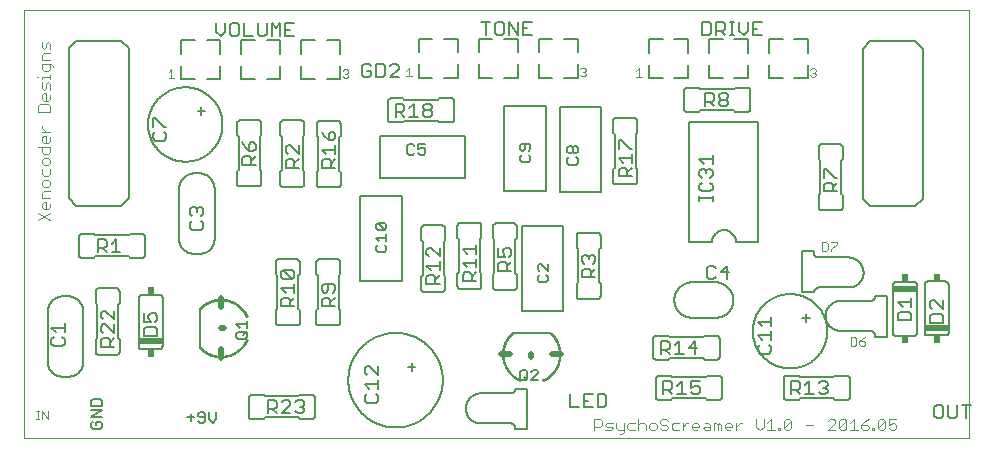
<source format=gto>
G75*
%MOIN*%
%OFA0B0*%
%FSLAX25Y25*%
%IPPOS*%
%LPD*%
%AMOC8*
5,1,8,0,0,1.08239X$1,22.5*
%
%ADD10C,0.00000*%
%ADD11C,0.00300*%
%ADD12C,0.00500*%
%ADD13C,0.00800*%
%ADD14C,0.00600*%
%ADD15R,0.08000X0.02000*%
%ADD16R,0.02000X0.02500*%
%ADD17C,0.00400*%
%ADD18C,0.00060*%
%ADD19C,0.02000*%
D10*
X0001600Y0001600D02*
X0001600Y0144317D01*
X0316600Y0144317D01*
X0316600Y0001600D01*
X0001600Y0001600D01*
D11*
X0006497Y0074250D02*
X0010200Y0076719D01*
X0009583Y0077933D02*
X0008348Y0077933D01*
X0007731Y0078550D01*
X0007731Y0079785D01*
X0008348Y0080402D01*
X0008966Y0080402D01*
X0008966Y0077933D01*
X0009583Y0077933D02*
X0010200Y0078550D01*
X0010200Y0079785D01*
X0010200Y0081616D02*
X0007731Y0081616D01*
X0007731Y0083468D01*
X0008348Y0084085D01*
X0010200Y0084085D01*
X0009583Y0085299D02*
X0010200Y0085917D01*
X0010200Y0087151D01*
X0009583Y0087768D01*
X0008348Y0087768D01*
X0007731Y0087151D01*
X0007731Y0085917D01*
X0008348Y0085299D01*
X0009583Y0085299D01*
X0009583Y0088983D02*
X0010200Y0089600D01*
X0010200Y0091451D01*
X0009583Y0092666D02*
X0010200Y0093283D01*
X0010200Y0094517D01*
X0009583Y0095134D01*
X0008348Y0095134D01*
X0007731Y0094517D01*
X0007731Y0093283D01*
X0008348Y0092666D01*
X0009583Y0092666D01*
X0007731Y0091451D02*
X0007731Y0089600D01*
X0008348Y0088983D01*
X0009583Y0088983D01*
X0009583Y0096349D02*
X0008348Y0096349D01*
X0007731Y0096966D01*
X0007731Y0098818D01*
X0006497Y0098818D02*
X0010200Y0098818D01*
X0010200Y0096966D01*
X0009583Y0096349D01*
X0009583Y0100032D02*
X0008348Y0100032D01*
X0007731Y0100649D01*
X0007731Y0101884D01*
X0008348Y0102501D01*
X0008966Y0102501D01*
X0008966Y0100032D01*
X0009583Y0100032D02*
X0010200Y0100649D01*
X0010200Y0101884D01*
X0010200Y0103715D02*
X0007731Y0103715D01*
X0007731Y0104950D02*
X0007731Y0105567D01*
X0007731Y0104950D02*
X0008966Y0103715D01*
X0010200Y0110468D02*
X0006497Y0110468D01*
X0006497Y0112319D01*
X0007114Y0112936D01*
X0009583Y0112936D01*
X0010200Y0112319D01*
X0010200Y0110468D01*
X0009583Y0114151D02*
X0008348Y0114151D01*
X0007731Y0114768D01*
X0007731Y0116002D01*
X0008348Y0116620D01*
X0008966Y0116620D01*
X0008966Y0114151D01*
X0009583Y0114151D02*
X0010200Y0114768D01*
X0010200Y0116002D01*
X0010200Y0117834D02*
X0010200Y0119685D01*
X0009583Y0120303D01*
X0008966Y0119685D01*
X0008966Y0118451D01*
X0008348Y0117834D01*
X0007731Y0118451D01*
X0007731Y0120303D01*
X0007731Y0121517D02*
X0007731Y0122134D01*
X0010200Y0122134D01*
X0010200Y0121517D02*
X0010200Y0122751D01*
X0009583Y0123972D02*
X0010200Y0124590D01*
X0010200Y0126441D01*
X0010817Y0126441D02*
X0007731Y0126441D01*
X0007731Y0124590D01*
X0008348Y0123972D01*
X0009583Y0123972D01*
X0011434Y0125207D02*
X0011434Y0125824D01*
X0010817Y0126441D01*
X0010200Y0127656D02*
X0007731Y0127656D01*
X0007731Y0129507D01*
X0008348Y0130124D01*
X0010200Y0130124D01*
X0010200Y0131339D02*
X0010200Y0133190D01*
X0009583Y0133808D01*
X0008966Y0133190D01*
X0008966Y0131956D01*
X0008348Y0131339D01*
X0007731Y0131956D01*
X0007731Y0133808D01*
X0006497Y0122134D02*
X0005880Y0122134D01*
X0006497Y0076719D02*
X0010200Y0074250D01*
X0191750Y0007953D02*
X0191750Y0004250D01*
X0191750Y0005484D02*
X0193602Y0005484D01*
X0194219Y0006102D01*
X0194219Y0007336D01*
X0193602Y0007953D01*
X0191750Y0007953D01*
X0195433Y0006102D02*
X0196050Y0006719D01*
X0197902Y0006719D01*
X0199116Y0006719D02*
X0199116Y0004867D01*
X0199733Y0004250D01*
X0201585Y0004250D01*
X0201585Y0003633D02*
X0200968Y0003016D01*
X0200351Y0003016D01*
X0201585Y0003633D02*
X0201585Y0006719D01*
X0202799Y0006102D02*
X0202799Y0004867D01*
X0203417Y0004250D01*
X0205268Y0004250D01*
X0206483Y0004250D02*
X0206483Y0007953D01*
X0207100Y0006719D02*
X0208334Y0006719D01*
X0208951Y0006102D01*
X0208951Y0004250D01*
X0210166Y0004867D02*
X0210783Y0004250D01*
X0212017Y0004250D01*
X0212634Y0004867D01*
X0212634Y0006102D01*
X0212017Y0006719D01*
X0210783Y0006719D01*
X0210166Y0006102D01*
X0210166Y0004867D01*
X0207100Y0006719D02*
X0206483Y0006102D01*
X0205268Y0006719D02*
X0203417Y0006719D01*
X0202799Y0006102D01*
X0197902Y0004867D02*
X0197285Y0004250D01*
X0195433Y0004250D01*
X0196050Y0005484D02*
X0195433Y0006102D01*
X0196050Y0005484D02*
X0197285Y0005484D01*
X0197902Y0004867D01*
X0213849Y0004867D02*
X0214466Y0004250D01*
X0215700Y0004250D01*
X0216318Y0004867D01*
X0216318Y0005484D01*
X0215700Y0006102D01*
X0214466Y0006102D01*
X0213849Y0006719D01*
X0213849Y0007336D01*
X0214466Y0007953D01*
X0215700Y0007953D01*
X0216318Y0007336D01*
X0217532Y0006102D02*
X0217532Y0004867D01*
X0218149Y0004250D01*
X0220001Y0004250D01*
X0221215Y0004250D02*
X0221215Y0006719D01*
X0220001Y0006719D02*
X0218149Y0006719D01*
X0217532Y0006102D01*
X0221215Y0005484D02*
X0222450Y0006719D01*
X0223067Y0006719D01*
X0224284Y0006102D02*
X0224902Y0006719D01*
X0226136Y0006719D01*
X0226753Y0006102D01*
X0226753Y0005484D01*
X0224284Y0005484D01*
X0224284Y0004867D02*
X0224284Y0006102D01*
X0224284Y0004867D02*
X0224902Y0004250D01*
X0226136Y0004250D01*
X0227968Y0004867D02*
X0228585Y0005484D01*
X0230436Y0005484D01*
X0230436Y0006102D02*
X0230436Y0004250D01*
X0228585Y0004250D01*
X0227968Y0004867D01*
X0228585Y0006719D02*
X0229819Y0006719D01*
X0230436Y0006102D01*
X0231651Y0006719D02*
X0232268Y0006719D01*
X0232885Y0006102D01*
X0233502Y0006719D01*
X0234120Y0006102D01*
X0234120Y0004250D01*
X0232885Y0004250D02*
X0232885Y0006102D01*
X0231651Y0006719D02*
X0231651Y0004250D01*
X0235334Y0004867D02*
X0235334Y0006102D01*
X0235951Y0006719D01*
X0237185Y0006719D01*
X0237803Y0006102D01*
X0237803Y0005484D01*
X0235334Y0005484D01*
X0235334Y0004867D02*
X0235951Y0004250D01*
X0237185Y0004250D01*
X0239017Y0004250D02*
X0239017Y0006719D01*
X0240251Y0006719D02*
X0240869Y0006719D01*
X0240251Y0006719D02*
X0239017Y0005484D01*
X0245769Y0005484D02*
X0245769Y0007953D01*
X0248238Y0007953D02*
X0248238Y0005484D01*
X0247004Y0004250D01*
X0245769Y0005484D01*
X0249453Y0004250D02*
X0251921Y0004250D01*
X0253136Y0004250D02*
X0253753Y0004250D01*
X0253753Y0004867D01*
X0253136Y0004867D01*
X0253136Y0004250D01*
X0254977Y0004867D02*
X0257446Y0007336D01*
X0257446Y0004867D01*
X0256829Y0004250D01*
X0255594Y0004250D01*
X0254977Y0004867D01*
X0254977Y0007336D01*
X0255594Y0007953D01*
X0256829Y0007953D01*
X0257446Y0007336D01*
X0262344Y0006102D02*
X0264812Y0006102D01*
X0269710Y0007336D02*
X0270327Y0007953D01*
X0271561Y0007953D01*
X0272179Y0007336D01*
X0272179Y0006719D01*
X0269710Y0004250D01*
X0272179Y0004250D01*
X0273393Y0004867D02*
X0275862Y0007336D01*
X0275862Y0004867D01*
X0275245Y0004250D01*
X0274010Y0004250D01*
X0273393Y0004867D01*
X0273393Y0007336D01*
X0274010Y0007953D01*
X0275245Y0007953D01*
X0275862Y0007336D01*
X0277076Y0006719D02*
X0278311Y0007953D01*
X0278311Y0004250D01*
X0279545Y0004250D02*
X0277076Y0004250D01*
X0280759Y0004867D02*
X0281377Y0004250D01*
X0282611Y0004250D01*
X0283228Y0004867D01*
X0283228Y0005484D01*
X0282611Y0006102D01*
X0280759Y0006102D01*
X0280759Y0004867D01*
X0280759Y0006102D02*
X0281994Y0007336D01*
X0283228Y0007953D01*
X0286284Y0007336D02*
X0286901Y0007953D01*
X0288136Y0007953D01*
X0288753Y0007336D01*
X0286284Y0004867D01*
X0286901Y0004250D01*
X0288136Y0004250D01*
X0288753Y0004867D01*
X0288753Y0007336D01*
X0289967Y0007953D02*
X0289967Y0006102D01*
X0291202Y0006719D01*
X0291819Y0006719D01*
X0292436Y0006102D01*
X0292436Y0004867D01*
X0291819Y0004250D01*
X0290584Y0004250D01*
X0289967Y0004867D01*
X0286284Y0004867D02*
X0286284Y0007336D01*
X0289967Y0007953D02*
X0292436Y0007953D01*
X0285060Y0004867D02*
X0285060Y0004250D01*
X0284442Y0004250D01*
X0284442Y0004867D01*
X0285060Y0004867D01*
X0250687Y0004250D02*
X0250687Y0007953D01*
X0249453Y0006719D01*
D12*
X0283895Y0037466D02*
X0283971Y0037464D01*
X0284047Y0037458D01*
X0284122Y0037449D01*
X0284197Y0037435D01*
X0284271Y0037418D01*
X0284344Y0037397D01*
X0284416Y0037373D01*
X0284487Y0037344D01*
X0284556Y0037313D01*
X0284623Y0037278D01*
X0284688Y0037239D01*
X0284752Y0037197D01*
X0284813Y0037152D01*
X0284872Y0037104D01*
X0284928Y0037053D01*
X0284982Y0036999D01*
X0285033Y0036943D01*
X0285081Y0036884D01*
X0285126Y0036823D01*
X0285168Y0036759D01*
X0285207Y0036694D01*
X0285242Y0036627D01*
X0285273Y0036558D01*
X0285302Y0036487D01*
X0285326Y0036415D01*
X0285347Y0036342D01*
X0285364Y0036268D01*
X0285378Y0036193D01*
X0285387Y0036118D01*
X0285393Y0036042D01*
X0285395Y0035966D01*
X0285395Y0035466D01*
X0289395Y0035466D01*
X0289395Y0048966D01*
X0285395Y0048966D01*
X0285393Y0048890D01*
X0285387Y0048814D01*
X0285378Y0048739D01*
X0285364Y0048664D01*
X0285347Y0048590D01*
X0285326Y0048517D01*
X0285302Y0048445D01*
X0285273Y0048374D01*
X0285242Y0048305D01*
X0285207Y0048238D01*
X0285168Y0048173D01*
X0285126Y0048109D01*
X0285081Y0048048D01*
X0285033Y0047989D01*
X0284982Y0047933D01*
X0284928Y0047879D01*
X0284872Y0047828D01*
X0284813Y0047780D01*
X0284752Y0047735D01*
X0284688Y0047693D01*
X0284623Y0047654D01*
X0284556Y0047619D01*
X0284487Y0047588D01*
X0284416Y0047559D01*
X0284344Y0047535D01*
X0284271Y0047514D01*
X0284197Y0047497D01*
X0284122Y0047483D01*
X0284047Y0047474D01*
X0283971Y0047468D01*
X0283895Y0047466D01*
X0273895Y0047466D01*
X0268895Y0042466D02*
X0268897Y0042326D01*
X0268903Y0042186D01*
X0268913Y0042046D01*
X0268926Y0041906D01*
X0268944Y0041767D01*
X0268966Y0041628D01*
X0268991Y0041491D01*
X0269020Y0041353D01*
X0269053Y0041217D01*
X0269090Y0041082D01*
X0269131Y0040948D01*
X0269176Y0040815D01*
X0269224Y0040683D01*
X0269276Y0040553D01*
X0269331Y0040424D01*
X0269390Y0040297D01*
X0269453Y0040171D01*
X0269519Y0040047D01*
X0269588Y0039926D01*
X0269661Y0039806D01*
X0269738Y0039688D01*
X0269817Y0039573D01*
X0269900Y0039459D01*
X0269986Y0039349D01*
X0270075Y0039240D01*
X0270167Y0039134D01*
X0270262Y0039031D01*
X0270359Y0038930D01*
X0270460Y0038833D01*
X0270563Y0038738D01*
X0270669Y0038646D01*
X0270778Y0038557D01*
X0270888Y0038471D01*
X0271002Y0038388D01*
X0271117Y0038309D01*
X0271235Y0038232D01*
X0271355Y0038159D01*
X0271476Y0038090D01*
X0271600Y0038024D01*
X0271726Y0037961D01*
X0271853Y0037902D01*
X0271982Y0037847D01*
X0272112Y0037795D01*
X0272244Y0037747D01*
X0272377Y0037702D01*
X0272511Y0037661D01*
X0272646Y0037624D01*
X0272782Y0037591D01*
X0272920Y0037562D01*
X0273057Y0037537D01*
X0273196Y0037515D01*
X0273335Y0037497D01*
X0273475Y0037484D01*
X0273615Y0037474D01*
X0273755Y0037468D01*
X0273895Y0037466D01*
X0283895Y0037466D01*
X0273895Y0047466D02*
X0273755Y0047464D01*
X0273615Y0047458D01*
X0273475Y0047448D01*
X0273335Y0047435D01*
X0273196Y0047417D01*
X0273057Y0047395D01*
X0272920Y0047370D01*
X0272782Y0047341D01*
X0272646Y0047308D01*
X0272511Y0047271D01*
X0272377Y0047230D01*
X0272244Y0047185D01*
X0272112Y0047137D01*
X0271982Y0047085D01*
X0271853Y0047030D01*
X0271726Y0046971D01*
X0271600Y0046908D01*
X0271476Y0046842D01*
X0271355Y0046773D01*
X0271235Y0046700D01*
X0271117Y0046623D01*
X0271002Y0046544D01*
X0270888Y0046461D01*
X0270778Y0046375D01*
X0270669Y0046286D01*
X0270563Y0046194D01*
X0270460Y0046099D01*
X0270359Y0046002D01*
X0270262Y0045901D01*
X0270167Y0045798D01*
X0270075Y0045692D01*
X0269986Y0045583D01*
X0269900Y0045473D01*
X0269817Y0045359D01*
X0269738Y0045244D01*
X0269661Y0045126D01*
X0269588Y0045006D01*
X0269519Y0044885D01*
X0269453Y0044761D01*
X0269390Y0044635D01*
X0269331Y0044508D01*
X0269276Y0044379D01*
X0269224Y0044249D01*
X0269176Y0044117D01*
X0269131Y0043984D01*
X0269090Y0043850D01*
X0269053Y0043715D01*
X0269020Y0043579D01*
X0268991Y0043441D01*
X0268966Y0043304D01*
X0268944Y0043165D01*
X0268926Y0043026D01*
X0268913Y0042886D01*
X0268903Y0042746D01*
X0268897Y0042606D01*
X0268895Y0042466D01*
X0265049Y0050376D02*
X0265051Y0050452D01*
X0265057Y0050528D01*
X0265066Y0050603D01*
X0265080Y0050678D01*
X0265097Y0050752D01*
X0265118Y0050825D01*
X0265142Y0050897D01*
X0265171Y0050968D01*
X0265202Y0051037D01*
X0265237Y0051104D01*
X0265276Y0051169D01*
X0265318Y0051233D01*
X0265363Y0051294D01*
X0265411Y0051353D01*
X0265462Y0051409D01*
X0265516Y0051463D01*
X0265572Y0051514D01*
X0265631Y0051562D01*
X0265692Y0051607D01*
X0265756Y0051649D01*
X0265821Y0051688D01*
X0265888Y0051723D01*
X0265957Y0051754D01*
X0266028Y0051783D01*
X0266100Y0051807D01*
X0266173Y0051828D01*
X0266247Y0051845D01*
X0266322Y0051859D01*
X0266397Y0051868D01*
X0266473Y0051874D01*
X0266549Y0051876D01*
X0276549Y0051876D01*
X0281549Y0056876D02*
X0281547Y0057016D01*
X0281541Y0057156D01*
X0281531Y0057296D01*
X0281518Y0057436D01*
X0281500Y0057575D01*
X0281478Y0057714D01*
X0281453Y0057851D01*
X0281424Y0057989D01*
X0281391Y0058125D01*
X0281354Y0058260D01*
X0281313Y0058394D01*
X0281268Y0058527D01*
X0281220Y0058659D01*
X0281168Y0058789D01*
X0281113Y0058918D01*
X0281054Y0059045D01*
X0280991Y0059171D01*
X0280925Y0059295D01*
X0280856Y0059416D01*
X0280783Y0059536D01*
X0280706Y0059654D01*
X0280627Y0059769D01*
X0280544Y0059883D01*
X0280458Y0059993D01*
X0280369Y0060102D01*
X0280277Y0060208D01*
X0280182Y0060311D01*
X0280085Y0060412D01*
X0279984Y0060509D01*
X0279881Y0060604D01*
X0279775Y0060696D01*
X0279666Y0060785D01*
X0279556Y0060871D01*
X0279442Y0060954D01*
X0279327Y0061033D01*
X0279209Y0061110D01*
X0279089Y0061183D01*
X0278968Y0061252D01*
X0278844Y0061318D01*
X0278718Y0061381D01*
X0278591Y0061440D01*
X0278462Y0061495D01*
X0278332Y0061547D01*
X0278200Y0061595D01*
X0278067Y0061640D01*
X0277933Y0061681D01*
X0277798Y0061718D01*
X0277662Y0061751D01*
X0277524Y0061780D01*
X0277387Y0061805D01*
X0277248Y0061827D01*
X0277109Y0061845D01*
X0276969Y0061858D01*
X0276829Y0061868D01*
X0276689Y0061874D01*
X0276549Y0061876D01*
X0266549Y0061876D01*
X0266473Y0061878D01*
X0266397Y0061884D01*
X0266322Y0061893D01*
X0266247Y0061907D01*
X0266173Y0061924D01*
X0266100Y0061945D01*
X0266028Y0061969D01*
X0265957Y0061998D01*
X0265888Y0062029D01*
X0265821Y0062064D01*
X0265756Y0062103D01*
X0265692Y0062145D01*
X0265631Y0062190D01*
X0265572Y0062238D01*
X0265516Y0062289D01*
X0265462Y0062343D01*
X0265411Y0062399D01*
X0265363Y0062458D01*
X0265318Y0062519D01*
X0265276Y0062583D01*
X0265237Y0062648D01*
X0265202Y0062715D01*
X0265171Y0062784D01*
X0265142Y0062855D01*
X0265118Y0062927D01*
X0265097Y0063000D01*
X0265080Y0063074D01*
X0265066Y0063149D01*
X0265057Y0063224D01*
X0265051Y0063300D01*
X0265049Y0063376D01*
X0265049Y0063876D01*
X0261049Y0063876D01*
X0261049Y0050376D01*
X0265049Y0050376D01*
X0276549Y0051876D02*
X0276689Y0051878D01*
X0276829Y0051884D01*
X0276969Y0051894D01*
X0277109Y0051907D01*
X0277248Y0051925D01*
X0277387Y0051947D01*
X0277524Y0051972D01*
X0277662Y0052001D01*
X0277798Y0052034D01*
X0277933Y0052071D01*
X0278067Y0052112D01*
X0278200Y0052157D01*
X0278332Y0052205D01*
X0278462Y0052257D01*
X0278591Y0052312D01*
X0278718Y0052371D01*
X0278844Y0052434D01*
X0278968Y0052500D01*
X0279089Y0052569D01*
X0279209Y0052642D01*
X0279327Y0052719D01*
X0279442Y0052798D01*
X0279556Y0052881D01*
X0279666Y0052967D01*
X0279775Y0053056D01*
X0279881Y0053148D01*
X0279984Y0053243D01*
X0280085Y0053340D01*
X0280182Y0053441D01*
X0280277Y0053544D01*
X0280369Y0053650D01*
X0280458Y0053759D01*
X0280544Y0053869D01*
X0280627Y0053983D01*
X0280706Y0054098D01*
X0280783Y0054216D01*
X0280856Y0054336D01*
X0280925Y0054457D01*
X0280991Y0054581D01*
X0281054Y0054707D01*
X0281113Y0054834D01*
X0281168Y0054963D01*
X0281220Y0055093D01*
X0281268Y0055225D01*
X0281313Y0055358D01*
X0281354Y0055492D01*
X0281391Y0055627D01*
X0281424Y0055763D01*
X0281453Y0055901D01*
X0281478Y0056038D01*
X0281500Y0056177D01*
X0281518Y0056316D01*
X0281531Y0056456D01*
X0281541Y0056596D01*
X0281547Y0056736D01*
X0281549Y0056876D01*
X0186303Y0093445D02*
X0185719Y0092862D01*
X0183384Y0092862D01*
X0182800Y0093445D01*
X0182800Y0094613D01*
X0183384Y0095197D01*
X0183384Y0096545D02*
X0182800Y0097129D01*
X0182800Y0098296D01*
X0183384Y0098880D01*
X0183967Y0098880D01*
X0184551Y0098296D01*
X0184551Y0097129D01*
X0183967Y0096545D01*
X0183384Y0096545D01*
X0184551Y0097129D02*
X0185135Y0096545D01*
X0185719Y0096545D01*
X0186303Y0097129D01*
X0186303Y0098296D01*
X0185719Y0098880D01*
X0185135Y0098880D01*
X0184551Y0098296D01*
X0185719Y0095197D02*
X0186303Y0094613D01*
X0186303Y0093445D01*
X0170456Y0094351D02*
X0170456Y0095519D01*
X0169872Y0096103D01*
X0169872Y0097450D02*
X0170456Y0098034D01*
X0170456Y0099202D01*
X0169872Y0099786D01*
X0167537Y0099786D01*
X0166953Y0099202D01*
X0166953Y0098034D01*
X0167537Y0097450D01*
X0168121Y0097450D01*
X0168705Y0098034D01*
X0168705Y0099786D01*
X0167537Y0096103D02*
X0166953Y0095519D01*
X0166953Y0094351D01*
X0167537Y0093767D01*
X0169872Y0093767D01*
X0170456Y0094351D01*
X0135494Y0096772D02*
X0134910Y0096189D01*
X0133743Y0096189D01*
X0133159Y0096772D01*
X0133159Y0097940D02*
X0134327Y0098524D01*
X0134910Y0098524D01*
X0135494Y0097940D01*
X0135494Y0096772D01*
X0133159Y0097940D02*
X0133159Y0099692D01*
X0135494Y0099692D01*
X0131811Y0099108D02*
X0131227Y0099692D01*
X0130060Y0099692D01*
X0129476Y0099108D01*
X0129476Y0096772D01*
X0130060Y0096189D01*
X0131227Y0096189D01*
X0131811Y0096772D01*
X0121920Y0073351D02*
X0122504Y0072767D01*
X0122504Y0071599D01*
X0121920Y0071016D01*
X0119584Y0073351D01*
X0121920Y0073351D01*
X0119584Y0073351D02*
X0119001Y0072767D01*
X0119001Y0071599D01*
X0119584Y0071016D01*
X0121920Y0071016D01*
X0122504Y0069668D02*
X0122504Y0067332D01*
X0122504Y0068500D02*
X0119001Y0068500D01*
X0120168Y0067332D01*
X0119584Y0065985D02*
X0119001Y0065401D01*
X0119001Y0064233D01*
X0119584Y0063649D01*
X0121920Y0063649D01*
X0122504Y0064233D01*
X0122504Y0065401D01*
X0121920Y0065985D01*
X0172938Y0059123D02*
X0172938Y0057956D01*
X0173521Y0057372D01*
X0173521Y0056024D02*
X0172938Y0055440D01*
X0172938Y0054272D01*
X0173521Y0053689D01*
X0175857Y0053689D01*
X0176441Y0054272D01*
X0176441Y0055440D01*
X0175857Y0056024D01*
X0176441Y0057372D02*
X0174105Y0059707D01*
X0173521Y0059707D01*
X0172938Y0059123D01*
X0176441Y0059707D02*
X0176441Y0057372D01*
X0172611Y0024404D02*
X0171444Y0024404D01*
X0170860Y0023820D01*
X0169512Y0023820D02*
X0169512Y0021485D01*
X0168928Y0020901D01*
X0167760Y0020901D01*
X0167177Y0021485D01*
X0167177Y0023820D01*
X0167760Y0024404D01*
X0168928Y0024404D01*
X0169512Y0023820D01*
X0168344Y0022069D02*
X0169512Y0020901D01*
X0170860Y0020901D02*
X0173195Y0023237D01*
X0173195Y0023820D01*
X0172611Y0024404D01*
X0173195Y0020901D02*
X0170860Y0020901D01*
X0169474Y0018100D02*
X0165474Y0018100D01*
X0165472Y0018024D01*
X0165466Y0017948D01*
X0165457Y0017873D01*
X0165443Y0017798D01*
X0165426Y0017724D01*
X0165405Y0017651D01*
X0165381Y0017579D01*
X0165352Y0017508D01*
X0165321Y0017439D01*
X0165286Y0017372D01*
X0165247Y0017307D01*
X0165205Y0017243D01*
X0165160Y0017182D01*
X0165112Y0017123D01*
X0165061Y0017067D01*
X0165007Y0017013D01*
X0164951Y0016962D01*
X0164892Y0016914D01*
X0164831Y0016869D01*
X0164767Y0016827D01*
X0164702Y0016788D01*
X0164635Y0016753D01*
X0164566Y0016722D01*
X0164495Y0016693D01*
X0164423Y0016669D01*
X0164350Y0016648D01*
X0164276Y0016631D01*
X0164201Y0016617D01*
X0164126Y0016608D01*
X0164050Y0016602D01*
X0163974Y0016600D01*
X0153974Y0016600D01*
X0148974Y0011600D02*
X0148976Y0011460D01*
X0148982Y0011320D01*
X0148992Y0011180D01*
X0149005Y0011040D01*
X0149023Y0010901D01*
X0149045Y0010762D01*
X0149070Y0010625D01*
X0149099Y0010487D01*
X0149132Y0010351D01*
X0149169Y0010216D01*
X0149210Y0010082D01*
X0149255Y0009949D01*
X0149303Y0009817D01*
X0149355Y0009687D01*
X0149410Y0009558D01*
X0149469Y0009431D01*
X0149532Y0009305D01*
X0149598Y0009181D01*
X0149667Y0009060D01*
X0149740Y0008940D01*
X0149817Y0008822D01*
X0149896Y0008707D01*
X0149979Y0008593D01*
X0150065Y0008483D01*
X0150154Y0008374D01*
X0150246Y0008268D01*
X0150341Y0008165D01*
X0150438Y0008064D01*
X0150539Y0007967D01*
X0150642Y0007872D01*
X0150748Y0007780D01*
X0150857Y0007691D01*
X0150967Y0007605D01*
X0151081Y0007522D01*
X0151196Y0007443D01*
X0151314Y0007366D01*
X0151434Y0007293D01*
X0151555Y0007224D01*
X0151679Y0007158D01*
X0151805Y0007095D01*
X0151932Y0007036D01*
X0152061Y0006981D01*
X0152191Y0006929D01*
X0152323Y0006881D01*
X0152456Y0006836D01*
X0152590Y0006795D01*
X0152725Y0006758D01*
X0152861Y0006725D01*
X0152999Y0006696D01*
X0153136Y0006671D01*
X0153275Y0006649D01*
X0153414Y0006631D01*
X0153554Y0006618D01*
X0153694Y0006608D01*
X0153834Y0006602D01*
X0153974Y0006600D01*
X0163974Y0006600D01*
X0164050Y0006598D01*
X0164126Y0006592D01*
X0164201Y0006583D01*
X0164276Y0006569D01*
X0164350Y0006552D01*
X0164423Y0006531D01*
X0164495Y0006507D01*
X0164566Y0006478D01*
X0164635Y0006447D01*
X0164702Y0006412D01*
X0164767Y0006373D01*
X0164831Y0006331D01*
X0164892Y0006286D01*
X0164951Y0006238D01*
X0165007Y0006187D01*
X0165061Y0006133D01*
X0165112Y0006077D01*
X0165160Y0006018D01*
X0165205Y0005957D01*
X0165247Y0005893D01*
X0165286Y0005828D01*
X0165321Y0005761D01*
X0165352Y0005692D01*
X0165381Y0005621D01*
X0165405Y0005549D01*
X0165426Y0005476D01*
X0165443Y0005402D01*
X0165457Y0005327D01*
X0165466Y0005252D01*
X0165472Y0005176D01*
X0165474Y0005100D01*
X0165474Y0004600D01*
X0169474Y0004600D01*
X0169474Y0018100D01*
X0153974Y0016600D02*
X0153834Y0016598D01*
X0153694Y0016592D01*
X0153554Y0016582D01*
X0153414Y0016569D01*
X0153275Y0016551D01*
X0153136Y0016529D01*
X0152999Y0016504D01*
X0152861Y0016475D01*
X0152725Y0016442D01*
X0152590Y0016405D01*
X0152456Y0016364D01*
X0152323Y0016319D01*
X0152191Y0016271D01*
X0152061Y0016219D01*
X0151932Y0016164D01*
X0151805Y0016105D01*
X0151679Y0016042D01*
X0151555Y0015976D01*
X0151434Y0015907D01*
X0151314Y0015834D01*
X0151196Y0015757D01*
X0151081Y0015678D01*
X0150967Y0015595D01*
X0150857Y0015509D01*
X0150748Y0015420D01*
X0150642Y0015328D01*
X0150539Y0015233D01*
X0150438Y0015136D01*
X0150341Y0015035D01*
X0150246Y0014932D01*
X0150154Y0014826D01*
X0150065Y0014717D01*
X0149979Y0014607D01*
X0149896Y0014493D01*
X0149817Y0014378D01*
X0149740Y0014260D01*
X0149667Y0014140D01*
X0149598Y0014019D01*
X0149532Y0013895D01*
X0149469Y0013769D01*
X0149410Y0013642D01*
X0149355Y0013513D01*
X0149303Y0013383D01*
X0149255Y0013251D01*
X0149210Y0013118D01*
X0149169Y0012984D01*
X0149132Y0012849D01*
X0149099Y0012713D01*
X0149070Y0012575D01*
X0149045Y0012438D01*
X0149023Y0012299D01*
X0149005Y0012160D01*
X0148992Y0012020D01*
X0148982Y0011880D01*
X0148976Y0011740D01*
X0148974Y0011600D01*
X0076019Y0035300D02*
X0075435Y0034716D01*
X0073100Y0034716D01*
X0072516Y0035300D01*
X0072516Y0036467D01*
X0073100Y0037051D01*
X0075435Y0037051D01*
X0076019Y0036467D01*
X0076019Y0035300D01*
X0074852Y0035884D02*
X0076019Y0037051D01*
X0076019Y0038399D02*
X0076019Y0040734D01*
X0076019Y0039567D02*
X0072516Y0039567D01*
X0073684Y0038399D01*
X0027600Y0013970D02*
X0027016Y0014554D01*
X0024681Y0014554D01*
X0024097Y0013970D01*
X0024097Y0012218D01*
X0027600Y0012218D01*
X0027600Y0013970D01*
X0027600Y0010870D02*
X0024097Y0010870D01*
X0024097Y0008535D02*
X0027600Y0010870D01*
X0027600Y0008535D02*
X0024097Y0008535D01*
X0024681Y0007187D02*
X0024097Y0006603D01*
X0024097Y0005436D01*
X0024681Y0004852D01*
X0027016Y0004852D01*
X0027600Y0005436D01*
X0027600Y0006603D01*
X0027016Y0007187D01*
X0025849Y0007187D01*
X0025849Y0006020D01*
X0056043Y0008601D02*
X0058378Y0008601D01*
X0059726Y0009185D02*
X0060310Y0008601D01*
X0062061Y0008601D01*
X0062061Y0007434D02*
X0062061Y0009769D01*
X0061478Y0010353D01*
X0060310Y0010353D01*
X0059726Y0009769D01*
X0059726Y0009185D01*
X0059726Y0007434D02*
X0060310Y0006850D01*
X0061478Y0006850D01*
X0062061Y0007434D01*
X0063409Y0008018D02*
X0064577Y0006850D01*
X0065745Y0008018D01*
X0065745Y0010353D01*
X0063409Y0010353D02*
X0063409Y0008018D01*
X0057211Y0007434D02*
X0057211Y0009769D01*
X0058687Y0121242D02*
X0054155Y0121242D01*
X0054155Y0125773D01*
X0054155Y0129710D02*
X0054155Y0134242D01*
X0058687Y0134242D01*
X0062624Y0134242D02*
X0067155Y0134242D01*
X0067155Y0129710D01*
X0067155Y0125773D02*
X0067155Y0121242D01*
X0062624Y0121242D01*
X0074155Y0121242D02*
X0074155Y0125773D01*
X0074155Y0129710D02*
X0074155Y0134242D01*
X0078687Y0134242D01*
X0082624Y0134242D02*
X0087155Y0134242D01*
X0087155Y0129710D01*
X0087155Y0125773D02*
X0087155Y0121242D01*
X0082624Y0121242D01*
X0078687Y0121242D02*
X0074155Y0121242D01*
X0094155Y0121242D02*
X0094155Y0125773D01*
X0094155Y0129710D02*
X0094155Y0134242D01*
X0098687Y0134242D01*
X0102624Y0134242D02*
X0107155Y0134242D01*
X0107155Y0129710D01*
X0107155Y0125773D02*
X0107155Y0121242D01*
X0102624Y0121242D01*
X0098687Y0121242D02*
X0094155Y0121242D01*
X0133250Y0121754D02*
X0133250Y0126285D01*
X0133250Y0130222D02*
X0133250Y0134754D01*
X0137781Y0134754D01*
X0141718Y0134754D02*
X0146250Y0134754D01*
X0146250Y0130222D01*
X0153250Y0130222D02*
X0153250Y0134754D01*
X0157781Y0134754D01*
X0161718Y0134754D02*
X0166250Y0134754D01*
X0166250Y0130222D01*
X0173250Y0130222D02*
X0173250Y0134754D01*
X0177781Y0134754D01*
X0181718Y0134754D02*
X0186250Y0134754D01*
X0186250Y0130222D01*
X0186250Y0126285D02*
X0186250Y0121754D01*
X0181718Y0121754D01*
X0177781Y0121754D02*
X0173250Y0121754D01*
X0173250Y0126285D01*
X0166250Y0126285D02*
X0166250Y0121754D01*
X0161718Y0121754D01*
X0157781Y0121754D02*
X0153250Y0121754D01*
X0153250Y0126285D01*
X0146250Y0126285D02*
X0146250Y0121754D01*
X0141718Y0121754D01*
X0137781Y0121754D02*
X0133250Y0121754D01*
X0210021Y0121596D02*
X0210021Y0126128D01*
X0210021Y0130065D02*
X0210021Y0134596D01*
X0214553Y0134596D01*
X0218490Y0134596D02*
X0223021Y0134596D01*
X0223021Y0130065D01*
X0230021Y0130065D02*
X0230021Y0134596D01*
X0234553Y0134596D01*
X0238490Y0134596D02*
X0243021Y0134596D01*
X0243021Y0130065D01*
X0250021Y0130065D02*
X0250021Y0134596D01*
X0254553Y0134596D01*
X0258490Y0134596D02*
X0263021Y0134596D01*
X0263021Y0130065D01*
X0263021Y0126128D02*
X0263021Y0121596D01*
X0258490Y0121596D01*
X0254553Y0121596D02*
X0250021Y0121596D01*
X0250021Y0126128D01*
X0243021Y0126128D02*
X0243021Y0121596D01*
X0238490Y0121596D01*
X0234553Y0121596D02*
X0230021Y0121596D01*
X0230021Y0126128D01*
X0223021Y0126128D02*
X0223021Y0121596D01*
X0218490Y0121596D01*
X0214553Y0121596D02*
X0210021Y0121596D01*
D13*
X0065222Y0084907D02*
X0065222Y0068400D01*
X0060222Y0063135D02*
X0058411Y0063135D01*
X0053411Y0068135D02*
X0053411Y0084907D01*
X0058411Y0089907D02*
X0060222Y0089907D01*
X0016443Y0048923D02*
X0014631Y0048923D01*
X0021443Y0043923D02*
X0021443Y0027151D01*
X0016443Y0022151D02*
X0014631Y0022151D01*
X0009631Y0027151D02*
X0009631Y0043658D01*
X0224376Y0041797D02*
X0232250Y0041797D01*
X0232250Y0053608D02*
X0224376Y0053608D01*
D14*
X0229313Y0055436D02*
X0230047Y0054702D01*
X0231514Y0054702D01*
X0232248Y0055436D01*
X0233917Y0056904D02*
X0236852Y0056904D01*
X0236118Y0054702D02*
X0236118Y0059106D01*
X0233917Y0056904D01*
X0232248Y0058372D02*
X0231514Y0059106D01*
X0230047Y0059106D01*
X0229313Y0058372D01*
X0229313Y0055436D01*
X0238156Y0047702D02*
X0238154Y0047550D01*
X0238148Y0047398D01*
X0238138Y0047246D01*
X0238125Y0047095D01*
X0238107Y0046944D01*
X0238086Y0046793D01*
X0238060Y0046643D01*
X0238031Y0046494D01*
X0237998Y0046345D01*
X0237961Y0046198D01*
X0237921Y0046051D01*
X0237876Y0045906D01*
X0237828Y0045762D01*
X0237776Y0045619D01*
X0237721Y0045477D01*
X0237662Y0045337D01*
X0237599Y0045198D01*
X0237533Y0045061D01*
X0237463Y0044926D01*
X0237390Y0044793D01*
X0237313Y0044662D01*
X0237233Y0044532D01*
X0237150Y0044405D01*
X0237064Y0044280D01*
X0236974Y0044157D01*
X0236881Y0044037D01*
X0236785Y0043919D01*
X0236686Y0043803D01*
X0236584Y0043690D01*
X0236480Y0043580D01*
X0236372Y0043472D01*
X0236262Y0043368D01*
X0236149Y0043266D01*
X0236033Y0043167D01*
X0235915Y0043071D01*
X0235795Y0042978D01*
X0235672Y0042888D01*
X0235547Y0042802D01*
X0235420Y0042719D01*
X0235290Y0042639D01*
X0235159Y0042562D01*
X0235026Y0042489D01*
X0234891Y0042419D01*
X0234754Y0042353D01*
X0234615Y0042290D01*
X0234475Y0042231D01*
X0234333Y0042176D01*
X0234190Y0042124D01*
X0234046Y0042076D01*
X0233901Y0042031D01*
X0233754Y0041991D01*
X0233607Y0041954D01*
X0233458Y0041921D01*
X0233309Y0041892D01*
X0233159Y0041866D01*
X0233008Y0041845D01*
X0232857Y0041827D01*
X0232706Y0041814D01*
X0232554Y0041804D01*
X0232402Y0041798D01*
X0232250Y0041796D01*
X0238156Y0047702D02*
X0238154Y0047854D01*
X0238148Y0048006D01*
X0238138Y0048158D01*
X0238125Y0048309D01*
X0238107Y0048460D01*
X0238086Y0048611D01*
X0238060Y0048761D01*
X0238031Y0048910D01*
X0237998Y0049059D01*
X0237961Y0049206D01*
X0237921Y0049353D01*
X0237876Y0049498D01*
X0237828Y0049642D01*
X0237776Y0049785D01*
X0237721Y0049927D01*
X0237662Y0050067D01*
X0237599Y0050206D01*
X0237533Y0050343D01*
X0237463Y0050478D01*
X0237390Y0050611D01*
X0237313Y0050742D01*
X0237233Y0050872D01*
X0237150Y0050999D01*
X0237064Y0051124D01*
X0236974Y0051247D01*
X0236881Y0051367D01*
X0236785Y0051485D01*
X0236686Y0051601D01*
X0236584Y0051714D01*
X0236480Y0051824D01*
X0236372Y0051932D01*
X0236262Y0052036D01*
X0236149Y0052138D01*
X0236033Y0052237D01*
X0235915Y0052333D01*
X0235795Y0052426D01*
X0235672Y0052516D01*
X0235547Y0052602D01*
X0235420Y0052685D01*
X0235290Y0052765D01*
X0235159Y0052842D01*
X0235026Y0052915D01*
X0234891Y0052985D01*
X0234754Y0053051D01*
X0234615Y0053114D01*
X0234475Y0053173D01*
X0234333Y0053228D01*
X0234190Y0053280D01*
X0234046Y0053328D01*
X0233901Y0053373D01*
X0233754Y0053413D01*
X0233607Y0053450D01*
X0233458Y0053483D01*
X0233309Y0053512D01*
X0233159Y0053538D01*
X0233008Y0053559D01*
X0232857Y0053577D01*
X0232706Y0053590D01*
X0232554Y0053600D01*
X0232402Y0053606D01*
X0232250Y0053608D01*
X0224376Y0041796D02*
X0224224Y0041798D01*
X0224072Y0041804D01*
X0223920Y0041814D01*
X0223769Y0041827D01*
X0223618Y0041845D01*
X0223467Y0041866D01*
X0223317Y0041892D01*
X0223168Y0041921D01*
X0223019Y0041954D01*
X0222872Y0041991D01*
X0222725Y0042031D01*
X0222580Y0042076D01*
X0222436Y0042124D01*
X0222293Y0042176D01*
X0222151Y0042231D01*
X0222011Y0042290D01*
X0221872Y0042353D01*
X0221735Y0042419D01*
X0221600Y0042489D01*
X0221467Y0042562D01*
X0221336Y0042639D01*
X0221206Y0042719D01*
X0221079Y0042802D01*
X0220954Y0042888D01*
X0220831Y0042978D01*
X0220711Y0043071D01*
X0220593Y0043167D01*
X0220477Y0043266D01*
X0220364Y0043368D01*
X0220254Y0043472D01*
X0220146Y0043580D01*
X0220042Y0043690D01*
X0219940Y0043803D01*
X0219841Y0043919D01*
X0219745Y0044037D01*
X0219652Y0044157D01*
X0219562Y0044280D01*
X0219476Y0044405D01*
X0219393Y0044532D01*
X0219313Y0044662D01*
X0219236Y0044793D01*
X0219163Y0044926D01*
X0219093Y0045061D01*
X0219027Y0045198D01*
X0218964Y0045337D01*
X0218905Y0045477D01*
X0218850Y0045619D01*
X0218798Y0045762D01*
X0218750Y0045906D01*
X0218705Y0046051D01*
X0218665Y0046198D01*
X0218628Y0046345D01*
X0218595Y0046494D01*
X0218566Y0046643D01*
X0218540Y0046793D01*
X0218519Y0046944D01*
X0218501Y0047095D01*
X0218488Y0047246D01*
X0218478Y0047398D01*
X0218472Y0047550D01*
X0218470Y0047702D01*
X0218472Y0047854D01*
X0218478Y0048006D01*
X0218488Y0048158D01*
X0218501Y0048309D01*
X0218519Y0048460D01*
X0218540Y0048611D01*
X0218566Y0048761D01*
X0218595Y0048910D01*
X0218628Y0049059D01*
X0218665Y0049206D01*
X0218705Y0049353D01*
X0218750Y0049498D01*
X0218798Y0049642D01*
X0218850Y0049785D01*
X0218905Y0049927D01*
X0218964Y0050067D01*
X0219027Y0050206D01*
X0219093Y0050343D01*
X0219163Y0050478D01*
X0219236Y0050611D01*
X0219313Y0050742D01*
X0219393Y0050872D01*
X0219476Y0050999D01*
X0219562Y0051124D01*
X0219652Y0051247D01*
X0219745Y0051367D01*
X0219841Y0051485D01*
X0219940Y0051601D01*
X0220042Y0051714D01*
X0220146Y0051824D01*
X0220254Y0051932D01*
X0220364Y0052036D01*
X0220477Y0052138D01*
X0220593Y0052237D01*
X0220711Y0052333D01*
X0220831Y0052426D01*
X0220954Y0052516D01*
X0221079Y0052602D01*
X0221206Y0052685D01*
X0221336Y0052765D01*
X0221467Y0052842D01*
X0221600Y0052915D01*
X0221735Y0052985D01*
X0221872Y0053051D01*
X0222011Y0053114D01*
X0222151Y0053173D01*
X0222293Y0053228D01*
X0222436Y0053280D01*
X0222580Y0053328D01*
X0222725Y0053373D01*
X0222872Y0053413D01*
X0223019Y0053450D01*
X0223168Y0053483D01*
X0223317Y0053512D01*
X0223467Y0053538D01*
X0223618Y0053559D01*
X0223769Y0053577D01*
X0223920Y0053590D01*
X0224072Y0053600D01*
X0224224Y0053606D01*
X0224376Y0053608D01*
X0223525Y0067033D02*
X0231025Y0067033D01*
X0231027Y0067159D01*
X0231033Y0067284D01*
X0231043Y0067409D01*
X0231057Y0067534D01*
X0231074Y0067659D01*
X0231096Y0067783D01*
X0231121Y0067906D01*
X0231151Y0068028D01*
X0231184Y0068149D01*
X0231221Y0068269D01*
X0231261Y0068388D01*
X0231306Y0068505D01*
X0231354Y0068622D01*
X0231406Y0068736D01*
X0231461Y0068849D01*
X0231520Y0068960D01*
X0231582Y0069069D01*
X0231648Y0069176D01*
X0231717Y0069281D01*
X0231789Y0069384D01*
X0231864Y0069485D01*
X0231943Y0069583D01*
X0232025Y0069678D01*
X0232109Y0069771D01*
X0232197Y0069861D01*
X0232287Y0069949D01*
X0232380Y0070033D01*
X0232475Y0070115D01*
X0232573Y0070194D01*
X0232674Y0070269D01*
X0232777Y0070341D01*
X0232882Y0070410D01*
X0232989Y0070476D01*
X0233098Y0070538D01*
X0233209Y0070597D01*
X0233322Y0070652D01*
X0233436Y0070704D01*
X0233553Y0070752D01*
X0233670Y0070797D01*
X0233789Y0070837D01*
X0233909Y0070874D01*
X0234030Y0070907D01*
X0234152Y0070937D01*
X0234275Y0070962D01*
X0234399Y0070984D01*
X0234524Y0071001D01*
X0234649Y0071015D01*
X0234774Y0071025D01*
X0234899Y0071031D01*
X0235025Y0071033D01*
X0235151Y0071031D01*
X0235276Y0071025D01*
X0235401Y0071015D01*
X0235526Y0071001D01*
X0235651Y0070984D01*
X0235775Y0070962D01*
X0235898Y0070937D01*
X0236020Y0070907D01*
X0236141Y0070874D01*
X0236261Y0070837D01*
X0236380Y0070797D01*
X0236497Y0070752D01*
X0236614Y0070704D01*
X0236728Y0070652D01*
X0236841Y0070597D01*
X0236952Y0070538D01*
X0237061Y0070476D01*
X0237168Y0070410D01*
X0237273Y0070341D01*
X0237376Y0070269D01*
X0237477Y0070194D01*
X0237575Y0070115D01*
X0237670Y0070033D01*
X0237763Y0069949D01*
X0237853Y0069861D01*
X0237941Y0069771D01*
X0238025Y0069678D01*
X0238107Y0069583D01*
X0238186Y0069485D01*
X0238261Y0069384D01*
X0238333Y0069281D01*
X0238402Y0069176D01*
X0238468Y0069069D01*
X0238530Y0068960D01*
X0238589Y0068849D01*
X0238644Y0068736D01*
X0238696Y0068622D01*
X0238744Y0068505D01*
X0238789Y0068388D01*
X0238829Y0068269D01*
X0238866Y0068149D01*
X0238899Y0068028D01*
X0238929Y0067906D01*
X0238954Y0067783D01*
X0238976Y0067659D01*
X0238993Y0067534D01*
X0239007Y0067409D01*
X0239017Y0067284D01*
X0239023Y0067159D01*
X0239025Y0067033D01*
X0246525Y0067033D01*
X0246525Y0107033D01*
X0223525Y0107033D01*
X0223525Y0067033D01*
X0193868Y0065183D02*
X0193368Y0064683D01*
X0193368Y0053557D01*
X0193868Y0053057D01*
X0193868Y0049057D01*
X0193866Y0048997D01*
X0193861Y0048936D01*
X0193852Y0048877D01*
X0193839Y0048818D01*
X0193823Y0048759D01*
X0193803Y0048702D01*
X0193780Y0048647D01*
X0193753Y0048592D01*
X0193724Y0048540D01*
X0193691Y0048489D01*
X0193655Y0048440D01*
X0193617Y0048394D01*
X0193575Y0048350D01*
X0193531Y0048308D01*
X0193485Y0048270D01*
X0193436Y0048234D01*
X0193385Y0048201D01*
X0193333Y0048172D01*
X0193278Y0048145D01*
X0193223Y0048122D01*
X0193166Y0048102D01*
X0193107Y0048086D01*
X0193048Y0048073D01*
X0192989Y0048064D01*
X0192928Y0048059D01*
X0192868Y0048057D01*
X0186868Y0048057D01*
X0186808Y0048059D01*
X0186747Y0048064D01*
X0186688Y0048073D01*
X0186629Y0048086D01*
X0186570Y0048102D01*
X0186513Y0048122D01*
X0186458Y0048145D01*
X0186403Y0048172D01*
X0186351Y0048201D01*
X0186300Y0048234D01*
X0186251Y0048270D01*
X0186205Y0048308D01*
X0186161Y0048350D01*
X0186119Y0048394D01*
X0186081Y0048440D01*
X0186045Y0048489D01*
X0186012Y0048540D01*
X0185983Y0048592D01*
X0185956Y0048647D01*
X0185933Y0048702D01*
X0185913Y0048759D01*
X0185897Y0048818D01*
X0185884Y0048877D01*
X0185875Y0048936D01*
X0185870Y0048997D01*
X0185868Y0049057D01*
X0185868Y0053057D01*
X0186368Y0053557D01*
X0186368Y0064683D01*
X0185868Y0065183D01*
X0185868Y0069183D01*
X0185870Y0069243D01*
X0185875Y0069304D01*
X0185884Y0069363D01*
X0185897Y0069422D01*
X0185913Y0069481D01*
X0185933Y0069538D01*
X0185956Y0069593D01*
X0185983Y0069648D01*
X0186012Y0069700D01*
X0186045Y0069751D01*
X0186081Y0069800D01*
X0186119Y0069846D01*
X0186161Y0069890D01*
X0186205Y0069932D01*
X0186251Y0069970D01*
X0186300Y0070006D01*
X0186351Y0070039D01*
X0186403Y0070068D01*
X0186458Y0070095D01*
X0186513Y0070118D01*
X0186570Y0070138D01*
X0186629Y0070154D01*
X0186688Y0070167D01*
X0186747Y0070176D01*
X0186808Y0070181D01*
X0186868Y0070183D01*
X0192868Y0070183D01*
X0192928Y0070181D01*
X0192989Y0070176D01*
X0193048Y0070167D01*
X0193107Y0070154D01*
X0193166Y0070138D01*
X0193223Y0070118D01*
X0193278Y0070095D01*
X0193333Y0070068D01*
X0193385Y0070039D01*
X0193436Y0070006D01*
X0193485Y0069970D01*
X0193531Y0069932D01*
X0193575Y0069890D01*
X0193617Y0069846D01*
X0193655Y0069800D01*
X0193691Y0069751D01*
X0193724Y0069700D01*
X0193753Y0069648D01*
X0193780Y0069593D01*
X0193803Y0069538D01*
X0193823Y0069481D01*
X0193839Y0069422D01*
X0193852Y0069363D01*
X0193861Y0069304D01*
X0193866Y0069243D01*
X0193868Y0069183D01*
X0193868Y0065183D01*
X0191334Y0062752D02*
X0192068Y0062018D01*
X0192068Y0060550D01*
X0191334Y0059816D01*
X0192068Y0058148D02*
X0190600Y0056680D01*
X0190600Y0057414D02*
X0190600Y0055212D01*
X0192068Y0055212D02*
X0187664Y0055212D01*
X0187664Y0057414D01*
X0188398Y0058148D01*
X0189866Y0058148D01*
X0190600Y0057414D01*
X0188398Y0059816D02*
X0187664Y0060550D01*
X0187664Y0062018D01*
X0188398Y0062752D01*
X0189132Y0062752D01*
X0189866Y0062018D01*
X0190600Y0062752D01*
X0191334Y0062752D01*
X0189866Y0062018D02*
X0189866Y0061284D01*
X0181521Y0072309D02*
X0167742Y0072309D01*
X0167742Y0043962D01*
X0181521Y0043962D01*
X0181521Y0072309D01*
X0165994Y0072254D02*
X0165994Y0068254D01*
X0165494Y0067754D01*
X0165494Y0056628D01*
X0165994Y0056128D01*
X0165994Y0052128D01*
X0165992Y0052068D01*
X0165987Y0052007D01*
X0165978Y0051948D01*
X0165965Y0051889D01*
X0165949Y0051830D01*
X0165929Y0051773D01*
X0165906Y0051718D01*
X0165879Y0051663D01*
X0165850Y0051611D01*
X0165817Y0051560D01*
X0165781Y0051511D01*
X0165743Y0051465D01*
X0165701Y0051421D01*
X0165657Y0051379D01*
X0165611Y0051341D01*
X0165562Y0051305D01*
X0165511Y0051272D01*
X0165459Y0051243D01*
X0165404Y0051216D01*
X0165349Y0051193D01*
X0165292Y0051173D01*
X0165233Y0051157D01*
X0165174Y0051144D01*
X0165115Y0051135D01*
X0165054Y0051130D01*
X0164994Y0051128D01*
X0158994Y0051128D01*
X0158934Y0051130D01*
X0158873Y0051135D01*
X0158814Y0051144D01*
X0158755Y0051157D01*
X0158696Y0051173D01*
X0158639Y0051193D01*
X0158584Y0051216D01*
X0158529Y0051243D01*
X0158477Y0051272D01*
X0158426Y0051305D01*
X0158377Y0051341D01*
X0158331Y0051379D01*
X0158287Y0051421D01*
X0158245Y0051465D01*
X0158207Y0051511D01*
X0158171Y0051560D01*
X0158138Y0051611D01*
X0158109Y0051663D01*
X0158082Y0051718D01*
X0158059Y0051773D01*
X0158039Y0051830D01*
X0158023Y0051889D01*
X0158010Y0051948D01*
X0158001Y0052007D01*
X0157996Y0052068D01*
X0157994Y0052128D01*
X0157994Y0056128D01*
X0158494Y0056628D01*
X0158494Y0067754D01*
X0157994Y0068254D01*
X0157994Y0072254D01*
X0157996Y0072314D01*
X0158001Y0072375D01*
X0158010Y0072434D01*
X0158023Y0072493D01*
X0158039Y0072552D01*
X0158059Y0072609D01*
X0158082Y0072664D01*
X0158109Y0072719D01*
X0158138Y0072771D01*
X0158171Y0072822D01*
X0158207Y0072871D01*
X0158245Y0072917D01*
X0158287Y0072961D01*
X0158331Y0073003D01*
X0158377Y0073041D01*
X0158426Y0073077D01*
X0158477Y0073110D01*
X0158529Y0073139D01*
X0158584Y0073166D01*
X0158639Y0073189D01*
X0158696Y0073209D01*
X0158755Y0073225D01*
X0158814Y0073238D01*
X0158873Y0073247D01*
X0158934Y0073252D01*
X0158994Y0073254D01*
X0164994Y0073254D01*
X0165054Y0073252D01*
X0165115Y0073247D01*
X0165174Y0073238D01*
X0165233Y0073225D01*
X0165292Y0073209D01*
X0165349Y0073189D01*
X0165404Y0073166D01*
X0165459Y0073139D01*
X0165511Y0073110D01*
X0165562Y0073077D01*
X0165611Y0073041D01*
X0165657Y0073003D01*
X0165701Y0072961D01*
X0165743Y0072917D01*
X0165781Y0072871D01*
X0165817Y0072822D01*
X0165850Y0072771D01*
X0165879Y0072719D01*
X0165906Y0072664D01*
X0165929Y0072609D01*
X0165949Y0072552D01*
X0165965Y0072493D01*
X0165978Y0072434D01*
X0165987Y0072375D01*
X0165992Y0072314D01*
X0165994Y0072254D01*
X0154183Y0072529D02*
X0154183Y0068529D01*
X0153683Y0068029D01*
X0153683Y0056903D01*
X0154183Y0056403D01*
X0154183Y0052403D01*
X0154181Y0052343D01*
X0154176Y0052282D01*
X0154167Y0052223D01*
X0154154Y0052164D01*
X0154138Y0052105D01*
X0154118Y0052048D01*
X0154095Y0051993D01*
X0154068Y0051938D01*
X0154039Y0051886D01*
X0154006Y0051835D01*
X0153970Y0051786D01*
X0153932Y0051740D01*
X0153890Y0051696D01*
X0153846Y0051654D01*
X0153800Y0051616D01*
X0153751Y0051580D01*
X0153700Y0051547D01*
X0153648Y0051518D01*
X0153593Y0051491D01*
X0153538Y0051468D01*
X0153481Y0051448D01*
X0153422Y0051432D01*
X0153363Y0051419D01*
X0153304Y0051410D01*
X0153243Y0051405D01*
X0153183Y0051403D01*
X0147183Y0051403D01*
X0147123Y0051405D01*
X0147062Y0051410D01*
X0147003Y0051419D01*
X0146944Y0051432D01*
X0146885Y0051448D01*
X0146828Y0051468D01*
X0146773Y0051491D01*
X0146718Y0051518D01*
X0146666Y0051547D01*
X0146615Y0051580D01*
X0146566Y0051616D01*
X0146520Y0051654D01*
X0146476Y0051696D01*
X0146434Y0051740D01*
X0146396Y0051786D01*
X0146360Y0051835D01*
X0146327Y0051886D01*
X0146298Y0051938D01*
X0146271Y0051993D01*
X0146248Y0052048D01*
X0146228Y0052105D01*
X0146212Y0052164D01*
X0146199Y0052223D01*
X0146190Y0052282D01*
X0146185Y0052343D01*
X0146183Y0052403D01*
X0146183Y0056403D01*
X0146683Y0056903D01*
X0146683Y0068029D01*
X0146183Y0068529D01*
X0146183Y0072529D01*
X0146185Y0072589D01*
X0146190Y0072650D01*
X0146199Y0072709D01*
X0146212Y0072768D01*
X0146228Y0072827D01*
X0146248Y0072884D01*
X0146271Y0072939D01*
X0146298Y0072994D01*
X0146327Y0073046D01*
X0146360Y0073097D01*
X0146396Y0073146D01*
X0146434Y0073192D01*
X0146476Y0073236D01*
X0146520Y0073278D01*
X0146566Y0073316D01*
X0146615Y0073352D01*
X0146666Y0073385D01*
X0146718Y0073414D01*
X0146773Y0073441D01*
X0146828Y0073464D01*
X0146885Y0073484D01*
X0146944Y0073500D01*
X0147003Y0073513D01*
X0147062Y0073522D01*
X0147123Y0073527D01*
X0147183Y0073529D01*
X0153183Y0073529D01*
X0153243Y0073527D01*
X0153304Y0073522D01*
X0153363Y0073513D01*
X0153422Y0073500D01*
X0153481Y0073484D01*
X0153538Y0073464D01*
X0153593Y0073441D01*
X0153648Y0073414D01*
X0153700Y0073385D01*
X0153751Y0073352D01*
X0153800Y0073316D01*
X0153846Y0073278D01*
X0153890Y0073236D01*
X0153932Y0073192D01*
X0153970Y0073146D01*
X0154006Y0073097D01*
X0154039Y0073046D01*
X0154068Y0072994D01*
X0154095Y0072939D01*
X0154118Y0072884D01*
X0154138Y0072827D01*
X0154154Y0072768D01*
X0154167Y0072709D01*
X0154176Y0072650D01*
X0154181Y0072589D01*
X0154183Y0072529D01*
X0142057Y0071584D02*
X0142057Y0067584D01*
X0141557Y0067084D01*
X0141557Y0055958D01*
X0142057Y0055458D01*
X0142057Y0051458D01*
X0142055Y0051398D01*
X0142050Y0051337D01*
X0142041Y0051278D01*
X0142028Y0051219D01*
X0142012Y0051160D01*
X0141992Y0051103D01*
X0141969Y0051048D01*
X0141942Y0050993D01*
X0141913Y0050941D01*
X0141880Y0050890D01*
X0141844Y0050841D01*
X0141806Y0050795D01*
X0141764Y0050751D01*
X0141720Y0050709D01*
X0141674Y0050671D01*
X0141625Y0050635D01*
X0141574Y0050602D01*
X0141522Y0050573D01*
X0141467Y0050546D01*
X0141412Y0050523D01*
X0141355Y0050503D01*
X0141296Y0050487D01*
X0141237Y0050474D01*
X0141178Y0050465D01*
X0141117Y0050460D01*
X0141057Y0050458D01*
X0135057Y0050458D01*
X0134997Y0050460D01*
X0134936Y0050465D01*
X0134877Y0050474D01*
X0134818Y0050487D01*
X0134759Y0050503D01*
X0134702Y0050523D01*
X0134647Y0050546D01*
X0134592Y0050573D01*
X0134540Y0050602D01*
X0134489Y0050635D01*
X0134440Y0050671D01*
X0134394Y0050709D01*
X0134350Y0050751D01*
X0134308Y0050795D01*
X0134270Y0050841D01*
X0134234Y0050890D01*
X0134201Y0050941D01*
X0134172Y0050993D01*
X0134145Y0051048D01*
X0134122Y0051103D01*
X0134102Y0051160D01*
X0134086Y0051219D01*
X0134073Y0051278D01*
X0134064Y0051337D01*
X0134059Y0051398D01*
X0134057Y0051458D01*
X0134057Y0055458D01*
X0134557Y0055958D01*
X0134557Y0067084D01*
X0134057Y0067584D01*
X0134057Y0071584D01*
X0134059Y0071644D01*
X0134064Y0071705D01*
X0134073Y0071764D01*
X0134086Y0071823D01*
X0134102Y0071882D01*
X0134122Y0071939D01*
X0134145Y0071994D01*
X0134172Y0072049D01*
X0134201Y0072101D01*
X0134234Y0072152D01*
X0134270Y0072201D01*
X0134308Y0072247D01*
X0134350Y0072291D01*
X0134394Y0072333D01*
X0134440Y0072371D01*
X0134489Y0072407D01*
X0134540Y0072440D01*
X0134592Y0072469D01*
X0134647Y0072496D01*
X0134702Y0072519D01*
X0134759Y0072539D01*
X0134818Y0072555D01*
X0134877Y0072568D01*
X0134936Y0072577D01*
X0134997Y0072582D01*
X0135057Y0072584D01*
X0141057Y0072584D01*
X0141117Y0072582D01*
X0141178Y0072577D01*
X0141237Y0072568D01*
X0141296Y0072555D01*
X0141355Y0072539D01*
X0141412Y0072519D01*
X0141467Y0072496D01*
X0141522Y0072469D01*
X0141574Y0072440D01*
X0141625Y0072407D01*
X0141674Y0072371D01*
X0141720Y0072333D01*
X0141764Y0072291D01*
X0141806Y0072247D01*
X0141844Y0072201D01*
X0141880Y0072152D01*
X0141913Y0072101D01*
X0141942Y0072049D01*
X0141969Y0071994D01*
X0141992Y0071939D01*
X0142012Y0071882D01*
X0142028Y0071823D01*
X0142041Y0071764D01*
X0142050Y0071705D01*
X0142055Y0071644D01*
X0142057Y0071584D01*
X0152383Y0066098D02*
X0152383Y0063162D01*
X0152383Y0064630D02*
X0147979Y0064630D01*
X0149447Y0063162D01*
X0152383Y0061494D02*
X0152383Y0058558D01*
X0152383Y0060026D02*
X0147979Y0060026D01*
X0149447Y0058558D01*
X0150181Y0056890D02*
X0150915Y0056156D01*
X0150915Y0053954D01*
X0152383Y0053954D02*
X0147979Y0053954D01*
X0147979Y0056156D01*
X0148713Y0056890D01*
X0150181Y0056890D01*
X0150915Y0055422D02*
X0152383Y0056890D01*
X0159790Y0057491D02*
X0159790Y0059692D01*
X0160524Y0060426D01*
X0161992Y0060426D01*
X0162726Y0059692D01*
X0162726Y0057491D01*
X0162726Y0058958D02*
X0164194Y0060426D01*
X0163460Y0062094D02*
X0164194Y0062828D01*
X0164194Y0064296D01*
X0163460Y0065030D01*
X0161992Y0065030D01*
X0161258Y0064296D01*
X0161258Y0063562D01*
X0161992Y0062094D01*
X0159790Y0062094D01*
X0159790Y0065030D01*
X0159790Y0057491D02*
X0164194Y0057491D01*
X0140257Y0057613D02*
X0140257Y0060549D01*
X0140257Y0059081D02*
X0135853Y0059081D01*
X0137321Y0057613D01*
X0138055Y0055945D02*
X0138789Y0055211D01*
X0138789Y0053009D01*
X0140257Y0053009D02*
X0135853Y0053009D01*
X0135853Y0055211D01*
X0136587Y0055945D01*
X0138055Y0055945D01*
X0138789Y0054477D02*
X0140257Y0055945D01*
X0140257Y0062217D02*
X0137321Y0065153D01*
X0136587Y0065153D01*
X0135853Y0064419D01*
X0135853Y0062951D01*
X0136587Y0062217D01*
X0140257Y0062217D02*
X0140257Y0065153D01*
X0127584Y0053923D02*
X0113805Y0053923D01*
X0113805Y0082269D01*
X0127584Y0082269D01*
X0127584Y0053923D01*
X0107096Y0056324D02*
X0107096Y0060324D01*
X0107094Y0060384D01*
X0107089Y0060445D01*
X0107080Y0060504D01*
X0107067Y0060563D01*
X0107051Y0060622D01*
X0107031Y0060679D01*
X0107008Y0060734D01*
X0106981Y0060789D01*
X0106952Y0060841D01*
X0106919Y0060892D01*
X0106883Y0060941D01*
X0106845Y0060987D01*
X0106803Y0061031D01*
X0106759Y0061073D01*
X0106713Y0061111D01*
X0106664Y0061147D01*
X0106613Y0061180D01*
X0106561Y0061209D01*
X0106506Y0061236D01*
X0106451Y0061259D01*
X0106394Y0061279D01*
X0106335Y0061295D01*
X0106276Y0061308D01*
X0106217Y0061317D01*
X0106156Y0061322D01*
X0106096Y0061324D01*
X0100096Y0061324D01*
X0100036Y0061322D01*
X0099975Y0061317D01*
X0099916Y0061308D01*
X0099857Y0061295D01*
X0099798Y0061279D01*
X0099741Y0061259D01*
X0099686Y0061236D01*
X0099631Y0061209D01*
X0099579Y0061180D01*
X0099528Y0061147D01*
X0099479Y0061111D01*
X0099433Y0061073D01*
X0099389Y0061031D01*
X0099347Y0060987D01*
X0099309Y0060941D01*
X0099273Y0060892D01*
X0099240Y0060841D01*
X0099211Y0060789D01*
X0099184Y0060734D01*
X0099161Y0060679D01*
X0099141Y0060622D01*
X0099125Y0060563D01*
X0099112Y0060504D01*
X0099103Y0060445D01*
X0099098Y0060384D01*
X0099096Y0060324D01*
X0099096Y0056324D01*
X0099596Y0055824D01*
X0099596Y0044698D01*
X0099096Y0044198D01*
X0099096Y0040198D01*
X0099098Y0040138D01*
X0099103Y0040077D01*
X0099112Y0040018D01*
X0099125Y0039959D01*
X0099141Y0039900D01*
X0099161Y0039843D01*
X0099184Y0039788D01*
X0099211Y0039733D01*
X0099240Y0039681D01*
X0099273Y0039630D01*
X0099309Y0039581D01*
X0099347Y0039535D01*
X0099389Y0039491D01*
X0099433Y0039449D01*
X0099479Y0039411D01*
X0099528Y0039375D01*
X0099579Y0039342D01*
X0099631Y0039313D01*
X0099686Y0039286D01*
X0099741Y0039263D01*
X0099798Y0039243D01*
X0099857Y0039227D01*
X0099916Y0039214D01*
X0099975Y0039205D01*
X0100036Y0039200D01*
X0100096Y0039198D01*
X0106096Y0039198D01*
X0106156Y0039200D01*
X0106217Y0039205D01*
X0106276Y0039214D01*
X0106335Y0039227D01*
X0106394Y0039243D01*
X0106451Y0039263D01*
X0106506Y0039286D01*
X0106561Y0039313D01*
X0106613Y0039342D01*
X0106664Y0039375D01*
X0106713Y0039411D01*
X0106759Y0039449D01*
X0106803Y0039491D01*
X0106845Y0039535D01*
X0106883Y0039581D01*
X0106919Y0039630D01*
X0106952Y0039681D01*
X0106981Y0039733D01*
X0107008Y0039788D01*
X0107031Y0039843D01*
X0107051Y0039900D01*
X0107067Y0039959D01*
X0107080Y0040018D01*
X0107089Y0040077D01*
X0107094Y0040138D01*
X0107096Y0040198D01*
X0107096Y0044198D01*
X0106596Y0044698D01*
X0106596Y0055824D01*
X0107096Y0056324D01*
X0104562Y0053101D02*
X0101626Y0053101D01*
X0100892Y0052367D01*
X0100892Y0050899D01*
X0101626Y0050165D01*
X0102360Y0050165D01*
X0103094Y0050899D01*
X0103094Y0053101D01*
X0104562Y0053101D02*
X0105296Y0052367D01*
X0105296Y0050899D01*
X0104562Y0050165D01*
X0105296Y0048497D02*
X0103828Y0047029D01*
X0103828Y0047763D02*
X0103828Y0045561D01*
X0105296Y0045561D02*
X0100892Y0045561D01*
X0100892Y0047763D01*
X0101626Y0048497D01*
X0103094Y0048497D01*
X0103828Y0047763D01*
X0093631Y0044198D02*
X0093131Y0044698D01*
X0093131Y0055824D01*
X0093631Y0056324D01*
X0093631Y0060324D01*
X0093629Y0060384D01*
X0093624Y0060445D01*
X0093615Y0060504D01*
X0093602Y0060563D01*
X0093586Y0060622D01*
X0093566Y0060679D01*
X0093543Y0060734D01*
X0093516Y0060789D01*
X0093487Y0060841D01*
X0093454Y0060892D01*
X0093418Y0060941D01*
X0093380Y0060987D01*
X0093338Y0061031D01*
X0093294Y0061073D01*
X0093248Y0061111D01*
X0093199Y0061147D01*
X0093148Y0061180D01*
X0093096Y0061209D01*
X0093041Y0061236D01*
X0092986Y0061259D01*
X0092929Y0061279D01*
X0092870Y0061295D01*
X0092811Y0061308D01*
X0092752Y0061317D01*
X0092691Y0061322D01*
X0092631Y0061324D01*
X0086631Y0061324D01*
X0086571Y0061322D01*
X0086510Y0061317D01*
X0086451Y0061308D01*
X0086392Y0061295D01*
X0086333Y0061279D01*
X0086276Y0061259D01*
X0086221Y0061236D01*
X0086166Y0061209D01*
X0086114Y0061180D01*
X0086063Y0061147D01*
X0086014Y0061111D01*
X0085968Y0061073D01*
X0085924Y0061031D01*
X0085882Y0060987D01*
X0085844Y0060941D01*
X0085808Y0060892D01*
X0085775Y0060841D01*
X0085746Y0060789D01*
X0085719Y0060734D01*
X0085696Y0060679D01*
X0085676Y0060622D01*
X0085660Y0060563D01*
X0085647Y0060504D01*
X0085638Y0060445D01*
X0085633Y0060384D01*
X0085631Y0060324D01*
X0085631Y0056324D01*
X0086131Y0055824D01*
X0086131Y0044698D01*
X0085631Y0044198D01*
X0085631Y0040198D01*
X0085633Y0040138D01*
X0085638Y0040077D01*
X0085647Y0040018D01*
X0085660Y0039959D01*
X0085676Y0039900D01*
X0085696Y0039843D01*
X0085719Y0039788D01*
X0085746Y0039733D01*
X0085775Y0039681D01*
X0085808Y0039630D01*
X0085844Y0039581D01*
X0085882Y0039535D01*
X0085924Y0039491D01*
X0085968Y0039449D01*
X0086014Y0039411D01*
X0086063Y0039375D01*
X0086114Y0039342D01*
X0086166Y0039313D01*
X0086221Y0039286D01*
X0086276Y0039263D01*
X0086333Y0039243D01*
X0086392Y0039227D01*
X0086451Y0039214D01*
X0086510Y0039205D01*
X0086571Y0039200D01*
X0086631Y0039198D01*
X0092631Y0039198D01*
X0092691Y0039200D01*
X0092752Y0039205D01*
X0092811Y0039214D01*
X0092870Y0039227D01*
X0092929Y0039243D01*
X0092986Y0039263D01*
X0093041Y0039286D01*
X0093096Y0039313D01*
X0093148Y0039342D01*
X0093199Y0039375D01*
X0093248Y0039411D01*
X0093294Y0039449D01*
X0093338Y0039491D01*
X0093380Y0039535D01*
X0093418Y0039581D01*
X0093454Y0039630D01*
X0093487Y0039681D01*
X0093516Y0039733D01*
X0093543Y0039788D01*
X0093566Y0039843D01*
X0093586Y0039900D01*
X0093602Y0039959D01*
X0093615Y0040018D01*
X0093624Y0040077D01*
X0093629Y0040138D01*
X0093631Y0040198D01*
X0093631Y0044198D01*
X0091831Y0045561D02*
X0087428Y0045561D01*
X0087428Y0047763D01*
X0088162Y0048497D01*
X0089630Y0048497D01*
X0090364Y0047763D01*
X0090364Y0045561D01*
X0090364Y0047029D02*
X0091831Y0048497D01*
X0091831Y0050165D02*
X0091831Y0053101D01*
X0091831Y0051633D02*
X0087428Y0051633D01*
X0088896Y0050165D01*
X0088162Y0054769D02*
X0087428Y0055503D01*
X0087428Y0056971D01*
X0088162Y0057705D01*
X0091098Y0054769D01*
X0091831Y0055503D01*
X0091831Y0056971D01*
X0091098Y0057705D01*
X0088162Y0057705D01*
X0088162Y0054769D02*
X0091098Y0054769D01*
X0060269Y0044754D02*
X0060269Y0031911D01*
X0047883Y0032419D02*
X0047883Y0048419D01*
X0047881Y0048479D01*
X0047876Y0048540D01*
X0047867Y0048599D01*
X0047854Y0048658D01*
X0047838Y0048717D01*
X0047818Y0048774D01*
X0047795Y0048829D01*
X0047768Y0048884D01*
X0047739Y0048936D01*
X0047706Y0048987D01*
X0047670Y0049036D01*
X0047632Y0049082D01*
X0047590Y0049126D01*
X0047546Y0049168D01*
X0047500Y0049206D01*
X0047451Y0049242D01*
X0047400Y0049275D01*
X0047348Y0049304D01*
X0047293Y0049331D01*
X0047238Y0049354D01*
X0047181Y0049374D01*
X0047122Y0049390D01*
X0047063Y0049403D01*
X0047004Y0049412D01*
X0046943Y0049417D01*
X0046883Y0049419D01*
X0040883Y0049419D01*
X0040823Y0049417D01*
X0040762Y0049412D01*
X0040703Y0049403D01*
X0040644Y0049390D01*
X0040585Y0049374D01*
X0040528Y0049354D01*
X0040473Y0049331D01*
X0040418Y0049304D01*
X0040366Y0049275D01*
X0040315Y0049242D01*
X0040266Y0049206D01*
X0040220Y0049168D01*
X0040176Y0049126D01*
X0040134Y0049082D01*
X0040096Y0049036D01*
X0040060Y0048987D01*
X0040027Y0048936D01*
X0039998Y0048884D01*
X0039971Y0048829D01*
X0039948Y0048774D01*
X0039928Y0048717D01*
X0039912Y0048658D01*
X0039899Y0048599D01*
X0039890Y0048540D01*
X0039885Y0048479D01*
X0039883Y0048419D01*
X0039883Y0032419D01*
X0039885Y0032359D01*
X0039890Y0032298D01*
X0039899Y0032239D01*
X0039912Y0032180D01*
X0039928Y0032121D01*
X0039948Y0032064D01*
X0039971Y0032009D01*
X0039998Y0031954D01*
X0040027Y0031902D01*
X0040060Y0031851D01*
X0040096Y0031802D01*
X0040134Y0031756D01*
X0040176Y0031712D01*
X0040220Y0031670D01*
X0040266Y0031632D01*
X0040315Y0031596D01*
X0040366Y0031563D01*
X0040418Y0031534D01*
X0040473Y0031507D01*
X0040528Y0031484D01*
X0040585Y0031464D01*
X0040644Y0031448D01*
X0040703Y0031435D01*
X0040762Y0031426D01*
X0040823Y0031421D01*
X0040883Y0031419D01*
X0046883Y0031419D01*
X0046943Y0031421D01*
X0047004Y0031426D01*
X0047063Y0031435D01*
X0047122Y0031448D01*
X0047181Y0031464D01*
X0047238Y0031484D01*
X0047293Y0031507D01*
X0047348Y0031534D01*
X0047400Y0031563D01*
X0047451Y0031596D01*
X0047500Y0031632D01*
X0047546Y0031670D01*
X0047590Y0031712D01*
X0047632Y0031756D01*
X0047670Y0031802D01*
X0047706Y0031851D01*
X0047739Y0031902D01*
X0047768Y0031954D01*
X0047795Y0032009D01*
X0047818Y0032064D01*
X0047838Y0032121D01*
X0047854Y0032180D01*
X0047867Y0032239D01*
X0047876Y0032298D01*
X0047881Y0032359D01*
X0047883Y0032419D01*
X0046083Y0035719D02*
X0041680Y0035719D01*
X0041680Y0037921D01*
X0042414Y0038655D01*
X0045350Y0038655D01*
X0046083Y0037921D01*
X0046083Y0035719D01*
X0045350Y0040323D02*
X0046083Y0041057D01*
X0046083Y0042525D01*
X0045350Y0043259D01*
X0043882Y0043259D01*
X0043148Y0042525D01*
X0043148Y0041791D01*
X0043882Y0040323D01*
X0041680Y0040323D01*
X0041680Y0043259D01*
X0033553Y0046600D02*
X0033053Y0046100D01*
X0033053Y0034974D01*
X0033553Y0034474D01*
X0033553Y0030474D01*
X0033551Y0030414D01*
X0033546Y0030353D01*
X0033537Y0030294D01*
X0033524Y0030235D01*
X0033508Y0030176D01*
X0033488Y0030119D01*
X0033465Y0030064D01*
X0033438Y0030009D01*
X0033409Y0029957D01*
X0033376Y0029906D01*
X0033340Y0029857D01*
X0033302Y0029811D01*
X0033260Y0029767D01*
X0033216Y0029725D01*
X0033170Y0029687D01*
X0033121Y0029651D01*
X0033070Y0029618D01*
X0033018Y0029589D01*
X0032963Y0029562D01*
X0032908Y0029539D01*
X0032851Y0029519D01*
X0032792Y0029503D01*
X0032733Y0029490D01*
X0032674Y0029481D01*
X0032613Y0029476D01*
X0032553Y0029474D01*
X0026553Y0029474D01*
X0026493Y0029476D01*
X0026432Y0029481D01*
X0026373Y0029490D01*
X0026314Y0029503D01*
X0026255Y0029519D01*
X0026198Y0029539D01*
X0026143Y0029562D01*
X0026088Y0029589D01*
X0026036Y0029618D01*
X0025985Y0029651D01*
X0025936Y0029687D01*
X0025890Y0029725D01*
X0025846Y0029767D01*
X0025804Y0029811D01*
X0025766Y0029857D01*
X0025730Y0029906D01*
X0025697Y0029957D01*
X0025668Y0030009D01*
X0025641Y0030064D01*
X0025618Y0030119D01*
X0025598Y0030176D01*
X0025582Y0030235D01*
X0025569Y0030294D01*
X0025560Y0030353D01*
X0025555Y0030414D01*
X0025553Y0030474D01*
X0025553Y0034474D01*
X0026053Y0034974D01*
X0026053Y0046100D01*
X0025553Y0046600D01*
X0025553Y0050600D01*
X0025555Y0050660D01*
X0025560Y0050721D01*
X0025569Y0050780D01*
X0025582Y0050839D01*
X0025598Y0050898D01*
X0025618Y0050955D01*
X0025641Y0051010D01*
X0025668Y0051065D01*
X0025697Y0051117D01*
X0025730Y0051168D01*
X0025766Y0051217D01*
X0025804Y0051263D01*
X0025846Y0051307D01*
X0025890Y0051349D01*
X0025936Y0051387D01*
X0025985Y0051423D01*
X0026036Y0051456D01*
X0026088Y0051485D01*
X0026143Y0051512D01*
X0026198Y0051535D01*
X0026255Y0051555D01*
X0026314Y0051571D01*
X0026373Y0051584D01*
X0026432Y0051593D01*
X0026493Y0051598D01*
X0026553Y0051600D01*
X0032553Y0051600D01*
X0032613Y0051598D01*
X0032674Y0051593D01*
X0032733Y0051584D01*
X0032792Y0051571D01*
X0032851Y0051555D01*
X0032908Y0051535D01*
X0032963Y0051512D01*
X0033018Y0051485D01*
X0033070Y0051456D01*
X0033121Y0051423D01*
X0033170Y0051387D01*
X0033216Y0051349D01*
X0033260Y0051307D01*
X0033302Y0051263D01*
X0033340Y0051217D01*
X0033376Y0051168D01*
X0033409Y0051117D01*
X0033438Y0051065D01*
X0033465Y0051010D01*
X0033488Y0050955D01*
X0033508Y0050898D01*
X0033524Y0050839D01*
X0033537Y0050780D01*
X0033546Y0050721D01*
X0033551Y0050660D01*
X0033553Y0050600D01*
X0033553Y0046600D01*
X0031753Y0044169D02*
X0031753Y0041233D01*
X0028817Y0044169D01*
X0028083Y0044169D01*
X0027349Y0043435D01*
X0027349Y0041967D01*
X0028083Y0041233D01*
X0028083Y0039565D02*
X0027349Y0038831D01*
X0027349Y0037363D01*
X0028083Y0036629D01*
X0028817Y0039565D02*
X0031753Y0036629D01*
X0031753Y0039565D01*
X0028817Y0039565D02*
X0028083Y0039565D01*
X0021443Y0043923D02*
X0021441Y0044063D01*
X0021435Y0044203D01*
X0021425Y0044343D01*
X0021412Y0044483D01*
X0021394Y0044622D01*
X0021372Y0044761D01*
X0021347Y0044898D01*
X0021318Y0045036D01*
X0021285Y0045172D01*
X0021248Y0045307D01*
X0021207Y0045441D01*
X0021162Y0045574D01*
X0021114Y0045706D01*
X0021062Y0045836D01*
X0021007Y0045965D01*
X0020948Y0046092D01*
X0020885Y0046218D01*
X0020819Y0046342D01*
X0020750Y0046463D01*
X0020677Y0046583D01*
X0020600Y0046701D01*
X0020521Y0046816D01*
X0020438Y0046930D01*
X0020352Y0047040D01*
X0020263Y0047149D01*
X0020171Y0047255D01*
X0020076Y0047358D01*
X0019979Y0047459D01*
X0019878Y0047556D01*
X0019775Y0047651D01*
X0019669Y0047743D01*
X0019560Y0047832D01*
X0019450Y0047918D01*
X0019336Y0048001D01*
X0019221Y0048080D01*
X0019103Y0048157D01*
X0018983Y0048230D01*
X0018862Y0048299D01*
X0018738Y0048365D01*
X0018612Y0048428D01*
X0018485Y0048487D01*
X0018356Y0048542D01*
X0018226Y0048594D01*
X0018094Y0048642D01*
X0017961Y0048687D01*
X0017827Y0048728D01*
X0017692Y0048765D01*
X0017556Y0048798D01*
X0017418Y0048827D01*
X0017281Y0048852D01*
X0017142Y0048874D01*
X0017003Y0048892D01*
X0016863Y0048905D01*
X0016723Y0048915D01*
X0016583Y0048921D01*
X0016443Y0048923D01*
X0014631Y0048923D02*
X0014491Y0048921D01*
X0014351Y0048915D01*
X0014211Y0048905D01*
X0014071Y0048892D01*
X0013932Y0048874D01*
X0013793Y0048852D01*
X0013656Y0048827D01*
X0013518Y0048798D01*
X0013382Y0048765D01*
X0013247Y0048728D01*
X0013113Y0048687D01*
X0012980Y0048642D01*
X0012848Y0048594D01*
X0012718Y0048542D01*
X0012589Y0048487D01*
X0012462Y0048428D01*
X0012336Y0048365D01*
X0012212Y0048299D01*
X0012091Y0048230D01*
X0011971Y0048157D01*
X0011853Y0048080D01*
X0011738Y0048001D01*
X0011624Y0047918D01*
X0011514Y0047832D01*
X0011405Y0047743D01*
X0011299Y0047651D01*
X0011196Y0047556D01*
X0011095Y0047459D01*
X0010998Y0047358D01*
X0010903Y0047255D01*
X0010811Y0047149D01*
X0010722Y0047040D01*
X0010636Y0046930D01*
X0010553Y0046816D01*
X0010474Y0046701D01*
X0010397Y0046583D01*
X0010324Y0046463D01*
X0010255Y0046342D01*
X0010189Y0046218D01*
X0010126Y0046092D01*
X0010067Y0045965D01*
X0010012Y0045836D01*
X0009960Y0045706D01*
X0009912Y0045574D01*
X0009867Y0045441D01*
X0009826Y0045307D01*
X0009789Y0045172D01*
X0009756Y0045036D01*
X0009727Y0044898D01*
X0009702Y0044761D01*
X0009680Y0044622D01*
X0009662Y0044483D01*
X0009649Y0044343D01*
X0009639Y0044203D01*
X0009633Y0044063D01*
X0009631Y0043923D01*
X0015237Y0039877D02*
X0015237Y0036941D01*
X0015237Y0038409D02*
X0010833Y0038409D01*
X0012301Y0036941D01*
X0011567Y0035273D02*
X0010833Y0034539D01*
X0010833Y0033071D01*
X0011567Y0032337D01*
X0014503Y0032337D01*
X0015237Y0033071D01*
X0015237Y0034539D01*
X0014503Y0035273D01*
X0027349Y0034227D02*
X0027349Y0032025D01*
X0031753Y0032025D01*
X0030285Y0032025D02*
X0030285Y0034227D01*
X0029551Y0034961D01*
X0028083Y0034961D01*
X0027349Y0034227D01*
X0030285Y0033493D02*
X0031753Y0034961D01*
X0021443Y0027151D02*
X0021441Y0027011D01*
X0021435Y0026871D01*
X0021425Y0026731D01*
X0021412Y0026591D01*
X0021394Y0026452D01*
X0021372Y0026313D01*
X0021347Y0026176D01*
X0021318Y0026038D01*
X0021285Y0025902D01*
X0021248Y0025767D01*
X0021207Y0025633D01*
X0021162Y0025500D01*
X0021114Y0025368D01*
X0021062Y0025238D01*
X0021007Y0025109D01*
X0020948Y0024982D01*
X0020885Y0024856D01*
X0020819Y0024732D01*
X0020750Y0024611D01*
X0020677Y0024491D01*
X0020600Y0024373D01*
X0020521Y0024258D01*
X0020438Y0024144D01*
X0020352Y0024034D01*
X0020263Y0023925D01*
X0020171Y0023819D01*
X0020076Y0023716D01*
X0019979Y0023615D01*
X0019878Y0023518D01*
X0019775Y0023423D01*
X0019669Y0023331D01*
X0019560Y0023242D01*
X0019450Y0023156D01*
X0019336Y0023073D01*
X0019221Y0022994D01*
X0019103Y0022917D01*
X0018983Y0022844D01*
X0018862Y0022775D01*
X0018738Y0022709D01*
X0018612Y0022646D01*
X0018485Y0022587D01*
X0018356Y0022532D01*
X0018226Y0022480D01*
X0018094Y0022432D01*
X0017961Y0022387D01*
X0017827Y0022346D01*
X0017692Y0022309D01*
X0017556Y0022276D01*
X0017418Y0022247D01*
X0017281Y0022222D01*
X0017142Y0022200D01*
X0017003Y0022182D01*
X0016863Y0022169D01*
X0016723Y0022159D01*
X0016583Y0022153D01*
X0016443Y0022151D01*
X0014631Y0022151D02*
X0014491Y0022153D01*
X0014351Y0022159D01*
X0014211Y0022169D01*
X0014071Y0022182D01*
X0013932Y0022200D01*
X0013793Y0022222D01*
X0013656Y0022247D01*
X0013518Y0022276D01*
X0013382Y0022309D01*
X0013247Y0022346D01*
X0013113Y0022387D01*
X0012980Y0022432D01*
X0012848Y0022480D01*
X0012718Y0022532D01*
X0012589Y0022587D01*
X0012462Y0022646D01*
X0012336Y0022709D01*
X0012212Y0022775D01*
X0012091Y0022844D01*
X0011971Y0022917D01*
X0011853Y0022994D01*
X0011738Y0023073D01*
X0011624Y0023156D01*
X0011514Y0023242D01*
X0011405Y0023331D01*
X0011299Y0023423D01*
X0011196Y0023518D01*
X0011095Y0023615D01*
X0010998Y0023716D01*
X0010903Y0023819D01*
X0010811Y0023925D01*
X0010722Y0024034D01*
X0010636Y0024144D01*
X0010553Y0024258D01*
X0010474Y0024373D01*
X0010397Y0024491D01*
X0010324Y0024611D01*
X0010255Y0024732D01*
X0010189Y0024856D01*
X0010126Y0024982D01*
X0010067Y0025109D01*
X0010012Y0025238D01*
X0009960Y0025368D01*
X0009912Y0025500D01*
X0009867Y0025633D01*
X0009826Y0025767D01*
X0009789Y0025902D01*
X0009756Y0026038D01*
X0009727Y0026176D01*
X0009702Y0026313D01*
X0009680Y0026452D01*
X0009662Y0026591D01*
X0009649Y0026731D01*
X0009639Y0026871D01*
X0009633Y0027011D01*
X0009631Y0027151D01*
X0076570Y0015102D02*
X0076570Y0009102D01*
X0076572Y0009042D01*
X0076577Y0008981D01*
X0076586Y0008922D01*
X0076599Y0008863D01*
X0076615Y0008804D01*
X0076635Y0008747D01*
X0076658Y0008692D01*
X0076685Y0008637D01*
X0076714Y0008585D01*
X0076747Y0008534D01*
X0076783Y0008485D01*
X0076821Y0008439D01*
X0076863Y0008395D01*
X0076907Y0008353D01*
X0076953Y0008315D01*
X0077002Y0008279D01*
X0077053Y0008246D01*
X0077105Y0008217D01*
X0077160Y0008190D01*
X0077215Y0008167D01*
X0077272Y0008147D01*
X0077331Y0008131D01*
X0077390Y0008118D01*
X0077449Y0008109D01*
X0077510Y0008104D01*
X0077570Y0008102D01*
X0081570Y0008102D01*
X0082070Y0008602D01*
X0093196Y0008602D01*
X0093696Y0008102D01*
X0097696Y0008102D01*
X0097756Y0008104D01*
X0097817Y0008109D01*
X0097876Y0008118D01*
X0097935Y0008131D01*
X0097994Y0008147D01*
X0098051Y0008167D01*
X0098106Y0008190D01*
X0098161Y0008217D01*
X0098213Y0008246D01*
X0098264Y0008279D01*
X0098313Y0008315D01*
X0098359Y0008353D01*
X0098403Y0008395D01*
X0098445Y0008439D01*
X0098483Y0008485D01*
X0098519Y0008534D01*
X0098552Y0008585D01*
X0098581Y0008637D01*
X0098608Y0008692D01*
X0098631Y0008747D01*
X0098651Y0008804D01*
X0098667Y0008863D01*
X0098680Y0008922D01*
X0098689Y0008981D01*
X0098694Y0009042D01*
X0098696Y0009102D01*
X0098696Y0015102D01*
X0098694Y0015162D01*
X0098689Y0015223D01*
X0098680Y0015282D01*
X0098667Y0015341D01*
X0098651Y0015400D01*
X0098631Y0015457D01*
X0098608Y0015512D01*
X0098581Y0015567D01*
X0098552Y0015619D01*
X0098519Y0015670D01*
X0098483Y0015719D01*
X0098445Y0015765D01*
X0098403Y0015809D01*
X0098359Y0015851D01*
X0098313Y0015889D01*
X0098264Y0015925D01*
X0098213Y0015958D01*
X0098161Y0015987D01*
X0098106Y0016014D01*
X0098051Y0016037D01*
X0097994Y0016057D01*
X0097935Y0016073D01*
X0097876Y0016086D01*
X0097817Y0016095D01*
X0097756Y0016100D01*
X0097696Y0016102D01*
X0093696Y0016102D01*
X0093196Y0015602D01*
X0082070Y0015602D01*
X0081570Y0016102D01*
X0077570Y0016102D01*
X0077510Y0016100D01*
X0077449Y0016095D01*
X0077390Y0016086D01*
X0077331Y0016073D01*
X0077272Y0016057D01*
X0077215Y0016037D01*
X0077160Y0016014D01*
X0077105Y0015987D01*
X0077053Y0015958D01*
X0077002Y0015925D01*
X0076953Y0015889D01*
X0076907Y0015851D01*
X0076863Y0015809D01*
X0076821Y0015765D01*
X0076783Y0015719D01*
X0076747Y0015670D01*
X0076714Y0015619D01*
X0076685Y0015567D01*
X0076658Y0015512D01*
X0076635Y0015457D01*
X0076615Y0015400D01*
X0076599Y0015341D01*
X0076586Y0015282D01*
X0076577Y0015223D01*
X0076572Y0015162D01*
X0076570Y0015102D01*
X0082933Y0014306D02*
X0085135Y0014306D01*
X0085869Y0013572D01*
X0085869Y0012104D01*
X0085135Y0011370D01*
X0082933Y0011370D01*
X0082933Y0009902D02*
X0082933Y0014306D01*
X0084401Y0011370D02*
X0085869Y0009902D01*
X0087537Y0009902D02*
X0090473Y0012838D01*
X0090473Y0013572D01*
X0089739Y0014306D01*
X0088271Y0014306D01*
X0087537Y0013572D01*
X0092141Y0013572D02*
X0092875Y0014306D01*
X0094343Y0014306D01*
X0095077Y0013572D01*
X0095077Y0012838D01*
X0094343Y0012104D01*
X0095077Y0011370D01*
X0095077Y0010636D01*
X0094343Y0009902D01*
X0092875Y0009902D01*
X0092141Y0010636D01*
X0090473Y0009902D02*
X0087537Y0009902D01*
X0093609Y0012104D02*
X0094343Y0012104D01*
X0115333Y0014192D02*
X0116067Y0013458D01*
X0119003Y0013458D01*
X0119737Y0014192D01*
X0119737Y0015660D01*
X0119003Y0016394D01*
X0119737Y0018062D02*
X0119737Y0020998D01*
X0119737Y0019530D02*
X0115333Y0019530D01*
X0116801Y0018062D01*
X0116067Y0016394D02*
X0115333Y0015660D01*
X0115333Y0014192D01*
X0109789Y0020970D02*
X0109794Y0021356D01*
X0109808Y0021743D01*
X0109832Y0022128D01*
X0109865Y0022514D01*
X0109907Y0022898D01*
X0109959Y0023281D01*
X0110021Y0023662D01*
X0110092Y0024042D01*
X0110172Y0024420D01*
X0110261Y0024796D01*
X0110359Y0025170D01*
X0110467Y0025541D01*
X0110584Y0025910D01*
X0110710Y0026275D01*
X0110844Y0026638D01*
X0110988Y0026996D01*
X0111140Y0027352D01*
X0111301Y0027703D01*
X0111471Y0028050D01*
X0111649Y0028394D01*
X0111835Y0028732D01*
X0112029Y0029066D01*
X0112232Y0029395D01*
X0112443Y0029719D01*
X0112662Y0030038D01*
X0112888Y0030351D01*
X0113122Y0030659D01*
X0113364Y0030960D01*
X0113612Y0031256D01*
X0113869Y0031546D01*
X0114132Y0031829D01*
X0114401Y0032106D01*
X0114678Y0032375D01*
X0114961Y0032638D01*
X0115251Y0032895D01*
X0115547Y0033143D01*
X0115848Y0033385D01*
X0116156Y0033619D01*
X0116469Y0033845D01*
X0116788Y0034064D01*
X0117112Y0034275D01*
X0117441Y0034478D01*
X0117775Y0034672D01*
X0118113Y0034858D01*
X0118457Y0035036D01*
X0118804Y0035206D01*
X0119155Y0035367D01*
X0119511Y0035519D01*
X0119869Y0035663D01*
X0120232Y0035797D01*
X0120597Y0035923D01*
X0120966Y0036040D01*
X0121337Y0036148D01*
X0121711Y0036246D01*
X0122087Y0036335D01*
X0122465Y0036415D01*
X0122845Y0036486D01*
X0123226Y0036548D01*
X0123609Y0036600D01*
X0123993Y0036642D01*
X0124379Y0036675D01*
X0124764Y0036699D01*
X0125151Y0036713D01*
X0125537Y0036718D01*
X0125923Y0036713D01*
X0126310Y0036699D01*
X0126695Y0036675D01*
X0127081Y0036642D01*
X0127465Y0036600D01*
X0127848Y0036548D01*
X0128229Y0036486D01*
X0128609Y0036415D01*
X0128987Y0036335D01*
X0129363Y0036246D01*
X0129737Y0036148D01*
X0130108Y0036040D01*
X0130477Y0035923D01*
X0130842Y0035797D01*
X0131205Y0035663D01*
X0131563Y0035519D01*
X0131919Y0035367D01*
X0132270Y0035206D01*
X0132617Y0035036D01*
X0132961Y0034858D01*
X0133299Y0034672D01*
X0133633Y0034478D01*
X0133962Y0034275D01*
X0134286Y0034064D01*
X0134605Y0033845D01*
X0134918Y0033619D01*
X0135226Y0033385D01*
X0135527Y0033143D01*
X0135823Y0032895D01*
X0136113Y0032638D01*
X0136396Y0032375D01*
X0136673Y0032106D01*
X0136942Y0031829D01*
X0137205Y0031546D01*
X0137462Y0031256D01*
X0137710Y0030960D01*
X0137952Y0030659D01*
X0138186Y0030351D01*
X0138412Y0030038D01*
X0138631Y0029719D01*
X0138842Y0029395D01*
X0139045Y0029066D01*
X0139239Y0028732D01*
X0139425Y0028394D01*
X0139603Y0028050D01*
X0139773Y0027703D01*
X0139934Y0027352D01*
X0140086Y0026996D01*
X0140230Y0026638D01*
X0140364Y0026275D01*
X0140490Y0025910D01*
X0140607Y0025541D01*
X0140715Y0025170D01*
X0140813Y0024796D01*
X0140902Y0024420D01*
X0140982Y0024042D01*
X0141053Y0023662D01*
X0141115Y0023281D01*
X0141167Y0022898D01*
X0141209Y0022514D01*
X0141242Y0022128D01*
X0141266Y0021743D01*
X0141280Y0021356D01*
X0141285Y0020970D01*
X0141280Y0020584D01*
X0141266Y0020197D01*
X0141242Y0019812D01*
X0141209Y0019426D01*
X0141167Y0019042D01*
X0141115Y0018659D01*
X0141053Y0018278D01*
X0140982Y0017898D01*
X0140902Y0017520D01*
X0140813Y0017144D01*
X0140715Y0016770D01*
X0140607Y0016399D01*
X0140490Y0016030D01*
X0140364Y0015665D01*
X0140230Y0015302D01*
X0140086Y0014944D01*
X0139934Y0014588D01*
X0139773Y0014237D01*
X0139603Y0013890D01*
X0139425Y0013546D01*
X0139239Y0013208D01*
X0139045Y0012874D01*
X0138842Y0012545D01*
X0138631Y0012221D01*
X0138412Y0011902D01*
X0138186Y0011589D01*
X0137952Y0011281D01*
X0137710Y0010980D01*
X0137462Y0010684D01*
X0137205Y0010394D01*
X0136942Y0010111D01*
X0136673Y0009834D01*
X0136396Y0009565D01*
X0136113Y0009302D01*
X0135823Y0009045D01*
X0135527Y0008797D01*
X0135226Y0008555D01*
X0134918Y0008321D01*
X0134605Y0008095D01*
X0134286Y0007876D01*
X0133962Y0007665D01*
X0133633Y0007462D01*
X0133299Y0007268D01*
X0132961Y0007082D01*
X0132617Y0006904D01*
X0132270Y0006734D01*
X0131919Y0006573D01*
X0131563Y0006421D01*
X0131205Y0006277D01*
X0130842Y0006143D01*
X0130477Y0006017D01*
X0130108Y0005900D01*
X0129737Y0005792D01*
X0129363Y0005694D01*
X0128987Y0005605D01*
X0128609Y0005525D01*
X0128229Y0005454D01*
X0127848Y0005392D01*
X0127465Y0005340D01*
X0127081Y0005298D01*
X0126695Y0005265D01*
X0126310Y0005241D01*
X0125923Y0005227D01*
X0125537Y0005222D01*
X0125151Y0005227D01*
X0124764Y0005241D01*
X0124379Y0005265D01*
X0123993Y0005298D01*
X0123609Y0005340D01*
X0123226Y0005392D01*
X0122845Y0005454D01*
X0122465Y0005525D01*
X0122087Y0005605D01*
X0121711Y0005694D01*
X0121337Y0005792D01*
X0120966Y0005900D01*
X0120597Y0006017D01*
X0120232Y0006143D01*
X0119869Y0006277D01*
X0119511Y0006421D01*
X0119155Y0006573D01*
X0118804Y0006734D01*
X0118457Y0006904D01*
X0118113Y0007082D01*
X0117775Y0007268D01*
X0117441Y0007462D01*
X0117112Y0007665D01*
X0116788Y0007876D01*
X0116469Y0008095D01*
X0116156Y0008321D01*
X0115848Y0008555D01*
X0115547Y0008797D01*
X0115251Y0009045D01*
X0114961Y0009302D01*
X0114678Y0009565D01*
X0114401Y0009834D01*
X0114132Y0010111D01*
X0113869Y0010394D01*
X0113612Y0010684D01*
X0113364Y0010980D01*
X0113122Y0011281D01*
X0112888Y0011589D01*
X0112662Y0011902D01*
X0112443Y0012221D01*
X0112232Y0012545D01*
X0112029Y0012874D01*
X0111835Y0013208D01*
X0111649Y0013546D01*
X0111471Y0013890D01*
X0111301Y0014237D01*
X0111140Y0014588D01*
X0110988Y0014944D01*
X0110844Y0015302D01*
X0110710Y0015665D01*
X0110584Y0016030D01*
X0110467Y0016399D01*
X0110359Y0016770D01*
X0110261Y0017144D01*
X0110172Y0017520D01*
X0110092Y0017898D01*
X0110021Y0018278D01*
X0109959Y0018659D01*
X0109907Y0019042D01*
X0109865Y0019426D01*
X0109832Y0019812D01*
X0109808Y0020197D01*
X0109794Y0020584D01*
X0109789Y0020970D01*
X0115333Y0023400D02*
X0116067Y0022666D01*
X0115333Y0023400D02*
X0115333Y0024868D01*
X0116067Y0025602D01*
X0116801Y0025602D01*
X0119737Y0022666D01*
X0119737Y0025602D01*
X0129637Y0025470D02*
X0132137Y0025470D01*
X0130937Y0024170D02*
X0130937Y0026770D01*
X0164372Y0036651D02*
X0177214Y0036651D01*
X0211443Y0034836D02*
X0211443Y0028836D01*
X0211445Y0028776D01*
X0211450Y0028715D01*
X0211459Y0028656D01*
X0211472Y0028597D01*
X0211488Y0028538D01*
X0211508Y0028481D01*
X0211531Y0028426D01*
X0211558Y0028371D01*
X0211587Y0028319D01*
X0211620Y0028268D01*
X0211656Y0028219D01*
X0211694Y0028173D01*
X0211736Y0028129D01*
X0211780Y0028087D01*
X0211826Y0028049D01*
X0211875Y0028013D01*
X0211926Y0027980D01*
X0211978Y0027951D01*
X0212033Y0027924D01*
X0212088Y0027901D01*
X0212145Y0027881D01*
X0212204Y0027865D01*
X0212263Y0027852D01*
X0212322Y0027843D01*
X0212383Y0027838D01*
X0212443Y0027836D01*
X0216443Y0027836D01*
X0216943Y0028336D01*
X0228069Y0028336D01*
X0228569Y0027836D01*
X0232569Y0027836D01*
X0232629Y0027838D01*
X0232690Y0027843D01*
X0232749Y0027852D01*
X0232808Y0027865D01*
X0232867Y0027881D01*
X0232924Y0027901D01*
X0232979Y0027924D01*
X0233034Y0027951D01*
X0233086Y0027980D01*
X0233137Y0028013D01*
X0233186Y0028049D01*
X0233232Y0028087D01*
X0233276Y0028129D01*
X0233318Y0028173D01*
X0233356Y0028219D01*
X0233392Y0028268D01*
X0233425Y0028319D01*
X0233454Y0028371D01*
X0233481Y0028426D01*
X0233504Y0028481D01*
X0233524Y0028538D01*
X0233540Y0028597D01*
X0233553Y0028656D01*
X0233562Y0028715D01*
X0233567Y0028776D01*
X0233569Y0028836D01*
X0233569Y0034836D01*
X0233567Y0034896D01*
X0233562Y0034957D01*
X0233553Y0035016D01*
X0233540Y0035075D01*
X0233524Y0035134D01*
X0233504Y0035191D01*
X0233481Y0035246D01*
X0233454Y0035301D01*
X0233425Y0035353D01*
X0233392Y0035404D01*
X0233356Y0035453D01*
X0233318Y0035499D01*
X0233276Y0035543D01*
X0233232Y0035585D01*
X0233186Y0035623D01*
X0233137Y0035659D01*
X0233086Y0035692D01*
X0233034Y0035721D01*
X0232979Y0035748D01*
X0232924Y0035771D01*
X0232867Y0035791D01*
X0232808Y0035807D01*
X0232749Y0035820D01*
X0232690Y0035829D01*
X0232629Y0035834D01*
X0232569Y0035836D01*
X0228569Y0035836D01*
X0228069Y0035336D01*
X0216943Y0035336D01*
X0216443Y0035836D01*
X0212443Y0035836D01*
X0212383Y0035834D01*
X0212322Y0035829D01*
X0212263Y0035820D01*
X0212204Y0035807D01*
X0212145Y0035791D01*
X0212088Y0035771D01*
X0212033Y0035748D01*
X0211978Y0035721D01*
X0211926Y0035692D01*
X0211875Y0035659D01*
X0211826Y0035623D01*
X0211780Y0035585D01*
X0211736Y0035543D01*
X0211694Y0035499D01*
X0211656Y0035453D01*
X0211620Y0035404D01*
X0211587Y0035353D01*
X0211558Y0035301D01*
X0211531Y0035246D01*
X0211508Y0035191D01*
X0211488Y0035134D01*
X0211472Y0035075D01*
X0211459Y0035016D01*
X0211450Y0034957D01*
X0211445Y0034896D01*
X0211443Y0034836D01*
X0213994Y0034040D02*
X0216196Y0034040D01*
X0216930Y0033306D01*
X0216930Y0031838D01*
X0216196Y0031104D01*
X0213994Y0031104D01*
X0215462Y0031104D02*
X0216930Y0029636D01*
X0218598Y0029636D02*
X0221533Y0029636D01*
X0220066Y0029636D02*
X0220066Y0034040D01*
X0218598Y0032572D01*
X0223202Y0031838D02*
X0226137Y0031838D01*
X0225403Y0029636D02*
X0225403Y0034040D01*
X0223202Y0031838D01*
X0213994Y0029636D02*
X0213994Y0034040D01*
X0213269Y0022450D02*
X0217269Y0022450D01*
X0217769Y0021950D01*
X0228895Y0021950D01*
X0229395Y0022450D01*
X0233395Y0022450D01*
X0233455Y0022448D01*
X0233516Y0022443D01*
X0233575Y0022434D01*
X0233634Y0022421D01*
X0233693Y0022405D01*
X0233750Y0022385D01*
X0233805Y0022362D01*
X0233860Y0022335D01*
X0233912Y0022306D01*
X0233963Y0022273D01*
X0234012Y0022237D01*
X0234058Y0022199D01*
X0234102Y0022157D01*
X0234144Y0022113D01*
X0234182Y0022067D01*
X0234218Y0022018D01*
X0234251Y0021967D01*
X0234280Y0021915D01*
X0234307Y0021860D01*
X0234330Y0021805D01*
X0234350Y0021748D01*
X0234366Y0021689D01*
X0234379Y0021630D01*
X0234388Y0021571D01*
X0234393Y0021510D01*
X0234395Y0021450D01*
X0234395Y0015450D01*
X0234393Y0015390D01*
X0234388Y0015329D01*
X0234379Y0015270D01*
X0234366Y0015211D01*
X0234350Y0015152D01*
X0234330Y0015095D01*
X0234307Y0015040D01*
X0234280Y0014985D01*
X0234251Y0014933D01*
X0234218Y0014882D01*
X0234182Y0014833D01*
X0234144Y0014787D01*
X0234102Y0014743D01*
X0234058Y0014701D01*
X0234012Y0014663D01*
X0233963Y0014627D01*
X0233912Y0014594D01*
X0233860Y0014565D01*
X0233805Y0014538D01*
X0233750Y0014515D01*
X0233693Y0014495D01*
X0233634Y0014479D01*
X0233575Y0014466D01*
X0233516Y0014457D01*
X0233455Y0014452D01*
X0233395Y0014450D01*
X0229395Y0014450D01*
X0228895Y0014950D01*
X0217769Y0014950D01*
X0217269Y0014450D01*
X0213269Y0014450D01*
X0213209Y0014452D01*
X0213148Y0014457D01*
X0213089Y0014466D01*
X0213030Y0014479D01*
X0212971Y0014495D01*
X0212914Y0014515D01*
X0212859Y0014538D01*
X0212804Y0014565D01*
X0212752Y0014594D01*
X0212701Y0014627D01*
X0212652Y0014663D01*
X0212606Y0014701D01*
X0212562Y0014743D01*
X0212520Y0014787D01*
X0212482Y0014833D01*
X0212446Y0014882D01*
X0212413Y0014933D01*
X0212384Y0014985D01*
X0212357Y0015040D01*
X0212334Y0015095D01*
X0212314Y0015152D01*
X0212298Y0015211D01*
X0212285Y0015270D01*
X0212276Y0015329D01*
X0212271Y0015390D01*
X0212269Y0015450D01*
X0212269Y0021450D01*
X0212271Y0021510D01*
X0212276Y0021571D01*
X0212285Y0021630D01*
X0212298Y0021689D01*
X0212314Y0021748D01*
X0212334Y0021805D01*
X0212357Y0021860D01*
X0212384Y0021915D01*
X0212413Y0021967D01*
X0212446Y0022018D01*
X0212482Y0022067D01*
X0212520Y0022113D01*
X0212562Y0022157D01*
X0212606Y0022199D01*
X0212652Y0022237D01*
X0212701Y0022273D01*
X0212752Y0022306D01*
X0212804Y0022335D01*
X0212859Y0022362D01*
X0212914Y0022385D01*
X0212971Y0022405D01*
X0213030Y0022421D01*
X0213089Y0022434D01*
X0213148Y0022443D01*
X0213209Y0022448D01*
X0213269Y0022450D01*
X0214820Y0020654D02*
X0217022Y0020654D01*
X0217756Y0019920D01*
X0217756Y0018452D01*
X0217022Y0017718D01*
X0214820Y0017718D01*
X0214820Y0016250D02*
X0214820Y0020654D01*
X0216288Y0017718D02*
X0217756Y0016250D01*
X0219424Y0016250D02*
X0222360Y0016250D01*
X0220892Y0016250D02*
X0220892Y0020654D01*
X0219424Y0019186D01*
X0224028Y0018452D02*
X0225496Y0019186D01*
X0226230Y0019186D01*
X0226964Y0018452D01*
X0226964Y0016984D01*
X0226230Y0016250D01*
X0224762Y0016250D01*
X0224028Y0016984D01*
X0224028Y0018452D02*
X0224028Y0020654D01*
X0226964Y0020654D01*
X0246369Y0030531D02*
X0247103Y0029797D01*
X0250038Y0029797D01*
X0250772Y0030531D01*
X0250772Y0031999D01*
X0250038Y0032733D01*
X0250772Y0034401D02*
X0250772Y0037337D01*
X0250772Y0035869D02*
X0246369Y0035869D01*
X0247837Y0034401D01*
X0247103Y0032733D02*
X0246369Y0031999D01*
X0246369Y0030531D01*
X0255868Y0022490D02*
X0259868Y0022490D01*
X0260368Y0021990D01*
X0271494Y0021990D01*
X0271994Y0022490D01*
X0275994Y0022490D01*
X0276054Y0022488D01*
X0276115Y0022483D01*
X0276174Y0022474D01*
X0276233Y0022461D01*
X0276292Y0022445D01*
X0276349Y0022425D01*
X0276404Y0022402D01*
X0276459Y0022375D01*
X0276511Y0022346D01*
X0276562Y0022313D01*
X0276611Y0022277D01*
X0276657Y0022239D01*
X0276701Y0022197D01*
X0276743Y0022153D01*
X0276781Y0022107D01*
X0276817Y0022058D01*
X0276850Y0022007D01*
X0276879Y0021955D01*
X0276906Y0021900D01*
X0276929Y0021845D01*
X0276949Y0021788D01*
X0276965Y0021729D01*
X0276978Y0021670D01*
X0276987Y0021611D01*
X0276992Y0021550D01*
X0276994Y0021490D01*
X0276994Y0015490D01*
X0276992Y0015430D01*
X0276987Y0015369D01*
X0276978Y0015310D01*
X0276965Y0015251D01*
X0276949Y0015192D01*
X0276929Y0015135D01*
X0276906Y0015080D01*
X0276879Y0015025D01*
X0276850Y0014973D01*
X0276817Y0014922D01*
X0276781Y0014873D01*
X0276743Y0014827D01*
X0276701Y0014783D01*
X0276657Y0014741D01*
X0276611Y0014703D01*
X0276562Y0014667D01*
X0276511Y0014634D01*
X0276459Y0014605D01*
X0276404Y0014578D01*
X0276349Y0014555D01*
X0276292Y0014535D01*
X0276233Y0014519D01*
X0276174Y0014506D01*
X0276115Y0014497D01*
X0276054Y0014492D01*
X0275994Y0014490D01*
X0271994Y0014490D01*
X0271494Y0014990D01*
X0260368Y0014990D01*
X0259868Y0014490D01*
X0255868Y0014490D01*
X0255808Y0014492D01*
X0255747Y0014497D01*
X0255688Y0014506D01*
X0255629Y0014519D01*
X0255570Y0014535D01*
X0255513Y0014555D01*
X0255458Y0014578D01*
X0255403Y0014605D01*
X0255351Y0014634D01*
X0255300Y0014667D01*
X0255251Y0014703D01*
X0255205Y0014741D01*
X0255161Y0014783D01*
X0255119Y0014827D01*
X0255081Y0014873D01*
X0255045Y0014922D01*
X0255012Y0014973D01*
X0254983Y0015025D01*
X0254956Y0015080D01*
X0254933Y0015135D01*
X0254913Y0015192D01*
X0254897Y0015251D01*
X0254884Y0015310D01*
X0254875Y0015369D01*
X0254870Y0015430D01*
X0254868Y0015490D01*
X0254868Y0021490D01*
X0254870Y0021550D01*
X0254875Y0021611D01*
X0254884Y0021670D01*
X0254897Y0021729D01*
X0254913Y0021788D01*
X0254933Y0021845D01*
X0254956Y0021900D01*
X0254983Y0021955D01*
X0255012Y0022007D01*
X0255045Y0022058D01*
X0255081Y0022107D01*
X0255119Y0022153D01*
X0255161Y0022197D01*
X0255205Y0022239D01*
X0255251Y0022277D01*
X0255300Y0022313D01*
X0255351Y0022346D01*
X0255403Y0022375D01*
X0255458Y0022402D01*
X0255513Y0022425D01*
X0255570Y0022445D01*
X0255629Y0022461D01*
X0255688Y0022474D01*
X0255747Y0022483D01*
X0255808Y0022488D01*
X0255868Y0022490D01*
X0257419Y0020694D02*
X0259621Y0020694D01*
X0260355Y0019960D01*
X0260355Y0018492D01*
X0259621Y0017758D01*
X0257419Y0017758D01*
X0258887Y0017758D02*
X0260355Y0016290D01*
X0262023Y0016290D02*
X0264959Y0016290D01*
X0263491Y0016290D02*
X0263491Y0020694D01*
X0262023Y0019226D01*
X0266627Y0019960D02*
X0267361Y0020694D01*
X0268829Y0020694D01*
X0269563Y0019960D01*
X0269563Y0019226D01*
X0268829Y0018492D01*
X0269563Y0017758D01*
X0269563Y0017024D01*
X0268829Y0016290D01*
X0267361Y0016290D01*
X0266627Y0017024D01*
X0268095Y0018492D02*
X0268829Y0018492D01*
X0257419Y0016290D02*
X0257419Y0020694D01*
X0292301Y0035789D02*
X0298301Y0035789D01*
X0298361Y0035791D01*
X0298422Y0035796D01*
X0298481Y0035805D01*
X0298540Y0035818D01*
X0298599Y0035834D01*
X0298656Y0035854D01*
X0298711Y0035877D01*
X0298766Y0035904D01*
X0298818Y0035933D01*
X0298869Y0035966D01*
X0298918Y0036002D01*
X0298964Y0036040D01*
X0299008Y0036082D01*
X0299050Y0036126D01*
X0299088Y0036172D01*
X0299124Y0036221D01*
X0299157Y0036272D01*
X0299186Y0036324D01*
X0299213Y0036379D01*
X0299236Y0036434D01*
X0299256Y0036491D01*
X0299272Y0036550D01*
X0299285Y0036609D01*
X0299294Y0036668D01*
X0299299Y0036729D01*
X0299301Y0036789D01*
X0299301Y0052789D01*
X0299299Y0052849D01*
X0299294Y0052910D01*
X0299285Y0052969D01*
X0299272Y0053028D01*
X0299256Y0053087D01*
X0299236Y0053144D01*
X0299213Y0053199D01*
X0299186Y0053254D01*
X0299157Y0053306D01*
X0299124Y0053357D01*
X0299088Y0053406D01*
X0299050Y0053452D01*
X0299008Y0053496D01*
X0298964Y0053538D01*
X0298918Y0053576D01*
X0298869Y0053612D01*
X0298818Y0053645D01*
X0298766Y0053674D01*
X0298711Y0053701D01*
X0298656Y0053724D01*
X0298599Y0053744D01*
X0298540Y0053760D01*
X0298481Y0053773D01*
X0298422Y0053782D01*
X0298361Y0053787D01*
X0298301Y0053789D01*
X0292301Y0053789D01*
X0292241Y0053787D01*
X0292180Y0053782D01*
X0292121Y0053773D01*
X0292062Y0053760D01*
X0292003Y0053744D01*
X0291946Y0053724D01*
X0291891Y0053701D01*
X0291836Y0053674D01*
X0291784Y0053645D01*
X0291733Y0053612D01*
X0291684Y0053576D01*
X0291638Y0053538D01*
X0291594Y0053496D01*
X0291552Y0053452D01*
X0291514Y0053406D01*
X0291478Y0053357D01*
X0291445Y0053306D01*
X0291416Y0053254D01*
X0291389Y0053199D01*
X0291366Y0053144D01*
X0291346Y0053087D01*
X0291330Y0053028D01*
X0291317Y0052969D01*
X0291308Y0052910D01*
X0291303Y0052849D01*
X0291301Y0052789D01*
X0291301Y0036789D01*
X0291303Y0036729D01*
X0291308Y0036668D01*
X0291317Y0036609D01*
X0291330Y0036550D01*
X0291346Y0036491D01*
X0291366Y0036434D01*
X0291389Y0036379D01*
X0291416Y0036324D01*
X0291445Y0036272D01*
X0291478Y0036221D01*
X0291514Y0036172D01*
X0291552Y0036126D01*
X0291594Y0036082D01*
X0291638Y0036040D01*
X0291684Y0036002D01*
X0291733Y0035966D01*
X0291784Y0035933D01*
X0291836Y0035904D01*
X0291891Y0035877D01*
X0291946Y0035854D01*
X0292003Y0035834D01*
X0292062Y0035818D01*
X0292121Y0035805D01*
X0292180Y0035796D01*
X0292241Y0035791D01*
X0292301Y0035789D01*
X0301891Y0036868D02*
X0301891Y0052868D01*
X0301893Y0052928D01*
X0301898Y0052989D01*
X0301907Y0053048D01*
X0301920Y0053107D01*
X0301936Y0053166D01*
X0301956Y0053223D01*
X0301979Y0053278D01*
X0302006Y0053333D01*
X0302035Y0053385D01*
X0302068Y0053436D01*
X0302104Y0053485D01*
X0302142Y0053531D01*
X0302184Y0053575D01*
X0302228Y0053617D01*
X0302274Y0053655D01*
X0302323Y0053691D01*
X0302374Y0053724D01*
X0302426Y0053753D01*
X0302481Y0053780D01*
X0302536Y0053803D01*
X0302593Y0053823D01*
X0302652Y0053839D01*
X0302711Y0053852D01*
X0302770Y0053861D01*
X0302831Y0053866D01*
X0302891Y0053868D01*
X0308891Y0053868D01*
X0308951Y0053866D01*
X0309012Y0053861D01*
X0309071Y0053852D01*
X0309130Y0053839D01*
X0309189Y0053823D01*
X0309246Y0053803D01*
X0309301Y0053780D01*
X0309356Y0053753D01*
X0309408Y0053724D01*
X0309459Y0053691D01*
X0309508Y0053655D01*
X0309554Y0053617D01*
X0309598Y0053575D01*
X0309640Y0053531D01*
X0309678Y0053485D01*
X0309714Y0053436D01*
X0309747Y0053385D01*
X0309776Y0053333D01*
X0309803Y0053278D01*
X0309826Y0053223D01*
X0309846Y0053166D01*
X0309862Y0053107D01*
X0309875Y0053048D01*
X0309884Y0052989D01*
X0309889Y0052928D01*
X0309891Y0052868D01*
X0309891Y0036868D01*
X0309889Y0036808D01*
X0309884Y0036747D01*
X0309875Y0036688D01*
X0309862Y0036629D01*
X0309846Y0036570D01*
X0309826Y0036513D01*
X0309803Y0036458D01*
X0309776Y0036403D01*
X0309747Y0036351D01*
X0309714Y0036300D01*
X0309678Y0036251D01*
X0309640Y0036205D01*
X0309598Y0036161D01*
X0309554Y0036119D01*
X0309508Y0036081D01*
X0309459Y0036045D01*
X0309408Y0036012D01*
X0309356Y0035983D01*
X0309301Y0035956D01*
X0309246Y0035933D01*
X0309189Y0035913D01*
X0309130Y0035897D01*
X0309071Y0035884D01*
X0309012Y0035875D01*
X0308951Y0035870D01*
X0308891Y0035868D01*
X0302891Y0035868D01*
X0302831Y0035870D01*
X0302770Y0035875D01*
X0302711Y0035884D01*
X0302652Y0035897D01*
X0302593Y0035913D01*
X0302536Y0035933D01*
X0302481Y0035956D01*
X0302426Y0035983D01*
X0302374Y0036012D01*
X0302323Y0036045D01*
X0302274Y0036081D01*
X0302228Y0036119D01*
X0302184Y0036161D01*
X0302142Y0036205D01*
X0302104Y0036251D01*
X0302068Y0036300D01*
X0302035Y0036351D01*
X0302006Y0036403D01*
X0301979Y0036458D01*
X0301956Y0036513D01*
X0301936Y0036570D01*
X0301920Y0036629D01*
X0301907Y0036688D01*
X0301898Y0036747D01*
X0301893Y0036808D01*
X0301891Y0036868D01*
X0303688Y0040168D02*
X0303688Y0042370D01*
X0304422Y0043104D01*
X0307357Y0043104D01*
X0308091Y0042370D01*
X0308091Y0040168D01*
X0303688Y0040168D01*
X0297501Y0040881D02*
X0297501Y0043083D01*
X0296767Y0043817D01*
X0293831Y0043817D01*
X0293097Y0043083D01*
X0293097Y0040881D01*
X0297501Y0040881D01*
X0303688Y0045506D02*
X0304422Y0044772D01*
X0303688Y0045506D02*
X0303688Y0046974D01*
X0304422Y0047707D01*
X0305155Y0047707D01*
X0308091Y0044772D01*
X0308091Y0047707D01*
X0297501Y0048421D02*
X0297501Y0045485D01*
X0297501Y0046953D02*
X0293097Y0046953D01*
X0294565Y0045485D01*
X0263672Y0041809D02*
X0261172Y0041809D01*
X0262472Y0040509D02*
X0262472Y0043109D01*
X0250772Y0041941D02*
X0250772Y0039005D01*
X0250772Y0040473D02*
X0246369Y0040473D01*
X0247837Y0039005D01*
X0244670Y0037309D02*
X0244674Y0037613D01*
X0244685Y0037918D01*
X0244704Y0038221D01*
X0244730Y0038525D01*
X0244763Y0038827D01*
X0244804Y0039129D01*
X0244853Y0039429D01*
X0244908Y0039729D01*
X0244971Y0040026D01*
X0245042Y0040322D01*
X0245119Y0040617D01*
X0245204Y0040909D01*
X0245296Y0041199D01*
X0245395Y0041487D01*
X0245501Y0041772D01*
X0245614Y0042055D01*
X0245734Y0042335D01*
X0245861Y0042612D01*
X0245994Y0042885D01*
X0246134Y0043155D01*
X0246281Y0043422D01*
X0246434Y0043685D01*
X0246594Y0043944D01*
X0246760Y0044199D01*
X0246932Y0044450D01*
X0247111Y0044697D01*
X0247295Y0044939D01*
X0247485Y0045177D01*
X0247681Y0045410D01*
X0247883Y0045638D01*
X0248090Y0045861D01*
X0248302Y0046079D01*
X0248520Y0046291D01*
X0248743Y0046498D01*
X0248971Y0046700D01*
X0249204Y0046896D01*
X0249442Y0047086D01*
X0249684Y0047270D01*
X0249931Y0047449D01*
X0250182Y0047621D01*
X0250437Y0047787D01*
X0250696Y0047947D01*
X0250959Y0048100D01*
X0251226Y0048247D01*
X0251496Y0048387D01*
X0251769Y0048520D01*
X0252046Y0048647D01*
X0252326Y0048767D01*
X0252609Y0048880D01*
X0252894Y0048986D01*
X0253182Y0049085D01*
X0253472Y0049177D01*
X0253764Y0049262D01*
X0254059Y0049339D01*
X0254355Y0049410D01*
X0254652Y0049473D01*
X0254952Y0049528D01*
X0255252Y0049577D01*
X0255554Y0049618D01*
X0255856Y0049651D01*
X0256160Y0049677D01*
X0256463Y0049696D01*
X0256768Y0049707D01*
X0257072Y0049711D01*
X0257376Y0049707D01*
X0257681Y0049696D01*
X0257984Y0049677D01*
X0258288Y0049651D01*
X0258590Y0049618D01*
X0258892Y0049577D01*
X0259192Y0049528D01*
X0259492Y0049473D01*
X0259789Y0049410D01*
X0260085Y0049339D01*
X0260380Y0049262D01*
X0260672Y0049177D01*
X0260962Y0049085D01*
X0261250Y0048986D01*
X0261535Y0048880D01*
X0261818Y0048767D01*
X0262098Y0048647D01*
X0262375Y0048520D01*
X0262648Y0048387D01*
X0262918Y0048247D01*
X0263185Y0048100D01*
X0263448Y0047947D01*
X0263707Y0047787D01*
X0263962Y0047621D01*
X0264213Y0047449D01*
X0264460Y0047270D01*
X0264702Y0047086D01*
X0264940Y0046896D01*
X0265173Y0046700D01*
X0265401Y0046498D01*
X0265624Y0046291D01*
X0265842Y0046079D01*
X0266054Y0045861D01*
X0266261Y0045638D01*
X0266463Y0045410D01*
X0266659Y0045177D01*
X0266849Y0044939D01*
X0267033Y0044697D01*
X0267212Y0044450D01*
X0267384Y0044199D01*
X0267550Y0043944D01*
X0267710Y0043685D01*
X0267863Y0043422D01*
X0268010Y0043155D01*
X0268150Y0042885D01*
X0268283Y0042612D01*
X0268410Y0042335D01*
X0268530Y0042055D01*
X0268643Y0041772D01*
X0268749Y0041487D01*
X0268848Y0041199D01*
X0268940Y0040909D01*
X0269025Y0040617D01*
X0269102Y0040322D01*
X0269173Y0040026D01*
X0269236Y0039729D01*
X0269291Y0039429D01*
X0269340Y0039129D01*
X0269381Y0038827D01*
X0269414Y0038525D01*
X0269440Y0038221D01*
X0269459Y0037918D01*
X0269470Y0037613D01*
X0269474Y0037309D01*
X0269470Y0037005D01*
X0269459Y0036700D01*
X0269440Y0036397D01*
X0269414Y0036093D01*
X0269381Y0035791D01*
X0269340Y0035489D01*
X0269291Y0035189D01*
X0269236Y0034889D01*
X0269173Y0034592D01*
X0269102Y0034296D01*
X0269025Y0034001D01*
X0268940Y0033709D01*
X0268848Y0033419D01*
X0268749Y0033131D01*
X0268643Y0032846D01*
X0268530Y0032563D01*
X0268410Y0032283D01*
X0268283Y0032006D01*
X0268150Y0031733D01*
X0268010Y0031463D01*
X0267863Y0031196D01*
X0267710Y0030933D01*
X0267550Y0030674D01*
X0267384Y0030419D01*
X0267212Y0030168D01*
X0267033Y0029921D01*
X0266849Y0029679D01*
X0266659Y0029441D01*
X0266463Y0029208D01*
X0266261Y0028980D01*
X0266054Y0028757D01*
X0265842Y0028539D01*
X0265624Y0028327D01*
X0265401Y0028120D01*
X0265173Y0027918D01*
X0264940Y0027722D01*
X0264702Y0027532D01*
X0264460Y0027348D01*
X0264213Y0027169D01*
X0263962Y0026997D01*
X0263707Y0026831D01*
X0263448Y0026671D01*
X0263185Y0026518D01*
X0262918Y0026371D01*
X0262648Y0026231D01*
X0262375Y0026098D01*
X0262098Y0025971D01*
X0261818Y0025851D01*
X0261535Y0025738D01*
X0261250Y0025632D01*
X0260962Y0025533D01*
X0260672Y0025441D01*
X0260380Y0025356D01*
X0260085Y0025279D01*
X0259789Y0025208D01*
X0259492Y0025145D01*
X0259192Y0025090D01*
X0258892Y0025041D01*
X0258590Y0025000D01*
X0258288Y0024967D01*
X0257984Y0024941D01*
X0257681Y0024922D01*
X0257376Y0024911D01*
X0257072Y0024907D01*
X0256768Y0024911D01*
X0256463Y0024922D01*
X0256160Y0024941D01*
X0255856Y0024967D01*
X0255554Y0025000D01*
X0255252Y0025041D01*
X0254952Y0025090D01*
X0254652Y0025145D01*
X0254355Y0025208D01*
X0254059Y0025279D01*
X0253764Y0025356D01*
X0253472Y0025441D01*
X0253182Y0025533D01*
X0252894Y0025632D01*
X0252609Y0025738D01*
X0252326Y0025851D01*
X0252046Y0025971D01*
X0251769Y0026098D01*
X0251496Y0026231D01*
X0251226Y0026371D01*
X0250959Y0026518D01*
X0250696Y0026671D01*
X0250437Y0026831D01*
X0250182Y0026997D01*
X0249931Y0027169D01*
X0249684Y0027348D01*
X0249442Y0027532D01*
X0249204Y0027722D01*
X0248971Y0027918D01*
X0248743Y0028120D01*
X0248520Y0028327D01*
X0248302Y0028539D01*
X0248090Y0028757D01*
X0247883Y0028980D01*
X0247681Y0029208D01*
X0247485Y0029441D01*
X0247295Y0029679D01*
X0247111Y0029921D01*
X0246932Y0030168D01*
X0246760Y0030419D01*
X0246594Y0030674D01*
X0246434Y0030933D01*
X0246281Y0031196D01*
X0246134Y0031463D01*
X0245994Y0031733D01*
X0245861Y0032006D01*
X0245734Y0032283D01*
X0245614Y0032563D01*
X0245501Y0032846D01*
X0245395Y0033131D01*
X0245296Y0033419D01*
X0245204Y0033709D01*
X0245119Y0034001D01*
X0245042Y0034296D01*
X0244971Y0034592D01*
X0244908Y0034889D01*
X0244853Y0035189D01*
X0244804Y0035489D01*
X0244763Y0035791D01*
X0244730Y0036093D01*
X0244704Y0036397D01*
X0244685Y0036700D01*
X0244674Y0037005D01*
X0244670Y0037309D01*
X0195855Y0015570D02*
X0195121Y0016304D01*
X0192919Y0016304D01*
X0192919Y0011900D01*
X0195121Y0011900D01*
X0195855Y0012634D01*
X0195855Y0015570D01*
X0191251Y0016304D02*
X0188315Y0016304D01*
X0188315Y0011900D01*
X0191251Y0011900D01*
X0189783Y0014102D02*
X0188315Y0014102D01*
X0186647Y0011900D02*
X0183711Y0011900D01*
X0183711Y0016304D01*
X0305168Y0012086D02*
X0305168Y0009150D01*
X0305902Y0008416D01*
X0307370Y0008416D01*
X0308104Y0009150D01*
X0308104Y0012086D01*
X0307370Y0012820D01*
X0305902Y0012820D01*
X0305168Y0012086D01*
X0309772Y0012820D02*
X0309772Y0009150D01*
X0310506Y0008416D01*
X0311974Y0008416D01*
X0312707Y0009150D01*
X0312707Y0012820D01*
X0314376Y0012820D02*
X0317311Y0012820D01*
X0315843Y0012820D02*
X0315843Y0008416D01*
X0273576Y0077545D02*
X0267576Y0077545D01*
X0267516Y0077547D01*
X0267455Y0077552D01*
X0267396Y0077561D01*
X0267337Y0077574D01*
X0267278Y0077590D01*
X0267221Y0077610D01*
X0267166Y0077633D01*
X0267111Y0077660D01*
X0267059Y0077689D01*
X0267008Y0077722D01*
X0266959Y0077758D01*
X0266913Y0077796D01*
X0266869Y0077838D01*
X0266827Y0077882D01*
X0266789Y0077928D01*
X0266753Y0077977D01*
X0266720Y0078028D01*
X0266691Y0078080D01*
X0266664Y0078135D01*
X0266641Y0078190D01*
X0266621Y0078247D01*
X0266605Y0078306D01*
X0266592Y0078365D01*
X0266583Y0078424D01*
X0266578Y0078485D01*
X0266576Y0078545D01*
X0266576Y0082545D01*
X0267076Y0083045D01*
X0267076Y0094171D01*
X0266576Y0094671D01*
X0266576Y0098671D01*
X0266578Y0098731D01*
X0266583Y0098792D01*
X0266592Y0098851D01*
X0266605Y0098910D01*
X0266621Y0098969D01*
X0266641Y0099026D01*
X0266664Y0099081D01*
X0266691Y0099136D01*
X0266720Y0099188D01*
X0266753Y0099239D01*
X0266789Y0099288D01*
X0266827Y0099334D01*
X0266869Y0099378D01*
X0266913Y0099420D01*
X0266959Y0099458D01*
X0267008Y0099494D01*
X0267059Y0099527D01*
X0267111Y0099556D01*
X0267166Y0099583D01*
X0267221Y0099606D01*
X0267278Y0099626D01*
X0267337Y0099642D01*
X0267396Y0099655D01*
X0267455Y0099664D01*
X0267516Y0099669D01*
X0267576Y0099671D01*
X0273576Y0099671D01*
X0273636Y0099669D01*
X0273697Y0099664D01*
X0273756Y0099655D01*
X0273815Y0099642D01*
X0273874Y0099626D01*
X0273931Y0099606D01*
X0273986Y0099583D01*
X0274041Y0099556D01*
X0274093Y0099527D01*
X0274144Y0099494D01*
X0274193Y0099458D01*
X0274239Y0099420D01*
X0274283Y0099378D01*
X0274325Y0099334D01*
X0274363Y0099288D01*
X0274399Y0099239D01*
X0274432Y0099188D01*
X0274461Y0099136D01*
X0274488Y0099081D01*
X0274511Y0099026D01*
X0274531Y0098969D01*
X0274547Y0098910D01*
X0274560Y0098851D01*
X0274569Y0098792D01*
X0274574Y0098731D01*
X0274576Y0098671D01*
X0274576Y0094671D01*
X0274076Y0094171D01*
X0274076Y0083045D01*
X0274576Y0082545D01*
X0274576Y0078545D01*
X0274574Y0078485D01*
X0274569Y0078424D01*
X0274560Y0078365D01*
X0274547Y0078306D01*
X0274531Y0078247D01*
X0274511Y0078190D01*
X0274488Y0078135D01*
X0274461Y0078080D01*
X0274432Y0078028D01*
X0274399Y0077977D01*
X0274363Y0077928D01*
X0274325Y0077882D01*
X0274283Y0077838D01*
X0274239Y0077796D01*
X0274193Y0077758D01*
X0274144Y0077722D01*
X0274093Y0077689D01*
X0274041Y0077660D01*
X0273986Y0077633D01*
X0273931Y0077610D01*
X0273874Y0077590D01*
X0273815Y0077574D01*
X0273756Y0077561D01*
X0273697Y0077552D01*
X0273636Y0077547D01*
X0273576Y0077545D01*
X0281285Y0081383D02*
X0281285Y0131383D01*
X0283785Y0133883D01*
X0298785Y0133883D01*
X0301285Y0131383D01*
X0301285Y0081383D01*
X0298785Y0078883D01*
X0283785Y0078883D01*
X0281285Y0081383D01*
X0272776Y0083908D02*
X0268373Y0083908D01*
X0268373Y0086110D01*
X0269107Y0086844D01*
X0270575Y0086844D01*
X0271308Y0086110D01*
X0271308Y0083908D01*
X0271308Y0085376D02*
X0272776Y0086844D01*
X0272776Y0088512D02*
X0272042Y0088512D01*
X0269107Y0091448D01*
X0268373Y0091448D01*
X0268373Y0088512D01*
X0231225Y0089240D02*
X0230491Y0088506D01*
X0231225Y0089240D02*
X0231225Y0090708D01*
X0230491Y0091442D01*
X0229757Y0091442D01*
X0229023Y0090708D01*
X0229023Y0089974D01*
X0229023Y0090708D02*
X0228289Y0091442D01*
X0227555Y0091442D01*
X0226821Y0090708D01*
X0226821Y0089240D01*
X0227555Y0088506D01*
X0227555Y0086838D02*
X0226821Y0086104D01*
X0226821Y0084636D01*
X0227555Y0083902D01*
X0230491Y0083902D01*
X0231225Y0084636D01*
X0231225Y0086104D01*
X0230491Y0086838D01*
X0231225Y0082301D02*
X0231225Y0080833D01*
X0231225Y0081567D02*
X0226821Y0081567D01*
X0226821Y0080833D02*
X0226821Y0082301D01*
X0206072Y0087324D02*
X0206072Y0091324D01*
X0205572Y0091824D01*
X0205572Y0102950D01*
X0206072Y0103450D01*
X0206072Y0107450D01*
X0206070Y0107510D01*
X0206065Y0107571D01*
X0206056Y0107630D01*
X0206043Y0107689D01*
X0206027Y0107748D01*
X0206007Y0107805D01*
X0205984Y0107860D01*
X0205957Y0107915D01*
X0205928Y0107967D01*
X0205895Y0108018D01*
X0205859Y0108067D01*
X0205821Y0108113D01*
X0205779Y0108157D01*
X0205735Y0108199D01*
X0205689Y0108237D01*
X0205640Y0108273D01*
X0205589Y0108306D01*
X0205537Y0108335D01*
X0205482Y0108362D01*
X0205427Y0108385D01*
X0205370Y0108405D01*
X0205311Y0108421D01*
X0205252Y0108434D01*
X0205193Y0108443D01*
X0205132Y0108448D01*
X0205072Y0108450D01*
X0199072Y0108450D01*
X0199012Y0108448D01*
X0198951Y0108443D01*
X0198892Y0108434D01*
X0198833Y0108421D01*
X0198774Y0108405D01*
X0198717Y0108385D01*
X0198662Y0108362D01*
X0198607Y0108335D01*
X0198555Y0108306D01*
X0198504Y0108273D01*
X0198455Y0108237D01*
X0198409Y0108199D01*
X0198365Y0108157D01*
X0198323Y0108113D01*
X0198285Y0108067D01*
X0198249Y0108018D01*
X0198216Y0107967D01*
X0198187Y0107915D01*
X0198160Y0107860D01*
X0198137Y0107805D01*
X0198117Y0107748D01*
X0198101Y0107689D01*
X0198088Y0107630D01*
X0198079Y0107571D01*
X0198074Y0107510D01*
X0198072Y0107450D01*
X0198072Y0103450D01*
X0198572Y0102950D01*
X0198572Y0091824D01*
X0198072Y0091324D01*
X0198072Y0087324D01*
X0198074Y0087264D01*
X0198079Y0087203D01*
X0198088Y0087144D01*
X0198101Y0087085D01*
X0198117Y0087026D01*
X0198137Y0086969D01*
X0198160Y0086914D01*
X0198187Y0086859D01*
X0198216Y0086807D01*
X0198249Y0086756D01*
X0198285Y0086707D01*
X0198323Y0086661D01*
X0198365Y0086617D01*
X0198409Y0086575D01*
X0198455Y0086537D01*
X0198504Y0086501D01*
X0198555Y0086468D01*
X0198607Y0086439D01*
X0198662Y0086412D01*
X0198717Y0086389D01*
X0198774Y0086369D01*
X0198833Y0086353D01*
X0198892Y0086340D01*
X0198951Y0086331D01*
X0199012Y0086326D01*
X0199072Y0086324D01*
X0205072Y0086324D01*
X0205132Y0086326D01*
X0205193Y0086331D01*
X0205252Y0086340D01*
X0205311Y0086353D01*
X0205370Y0086369D01*
X0205427Y0086389D01*
X0205482Y0086412D01*
X0205537Y0086439D01*
X0205589Y0086468D01*
X0205640Y0086501D01*
X0205689Y0086537D01*
X0205735Y0086575D01*
X0205779Y0086617D01*
X0205821Y0086661D01*
X0205859Y0086707D01*
X0205895Y0086756D01*
X0205928Y0086807D01*
X0205957Y0086859D01*
X0205984Y0086914D01*
X0206007Y0086969D01*
X0206027Y0087026D01*
X0206043Y0087085D01*
X0206056Y0087144D01*
X0206065Y0087203D01*
X0206070Y0087264D01*
X0206072Y0087324D01*
X0204272Y0088876D02*
X0199869Y0088876D01*
X0199869Y0091077D01*
X0200603Y0091811D01*
X0202071Y0091811D01*
X0202805Y0091077D01*
X0202805Y0088876D01*
X0202805Y0090344D02*
X0204272Y0091811D01*
X0204272Y0093480D02*
X0204272Y0096415D01*
X0204272Y0094947D02*
X0199869Y0094947D01*
X0201337Y0093480D01*
X0199869Y0098083D02*
X0199869Y0101019D01*
X0200603Y0101019D01*
X0203538Y0098083D01*
X0204272Y0098083D01*
X0226821Y0094578D02*
X0231225Y0094578D01*
X0231225Y0093110D02*
X0231225Y0096046D01*
X0228289Y0093110D02*
X0226821Y0094578D01*
X0194002Y0083608D02*
X0180222Y0083608D01*
X0180222Y0111954D01*
X0194002Y0111954D01*
X0194002Y0083608D01*
X0175537Y0084041D02*
X0161757Y0084041D01*
X0161757Y0112387D01*
X0175537Y0112387D01*
X0175537Y0084041D01*
X0148569Y0088490D02*
X0148569Y0102269D01*
X0120222Y0102269D01*
X0120222Y0088490D01*
X0148569Y0088490D01*
X0144143Y0106931D02*
X0140143Y0106931D01*
X0139643Y0107431D01*
X0128517Y0107431D01*
X0128017Y0106931D01*
X0124017Y0106931D01*
X0123957Y0106933D01*
X0123896Y0106938D01*
X0123837Y0106947D01*
X0123778Y0106960D01*
X0123719Y0106976D01*
X0123662Y0106996D01*
X0123607Y0107019D01*
X0123552Y0107046D01*
X0123500Y0107075D01*
X0123449Y0107108D01*
X0123400Y0107144D01*
X0123354Y0107182D01*
X0123310Y0107224D01*
X0123268Y0107268D01*
X0123230Y0107314D01*
X0123194Y0107363D01*
X0123161Y0107414D01*
X0123132Y0107466D01*
X0123105Y0107521D01*
X0123082Y0107576D01*
X0123062Y0107633D01*
X0123046Y0107692D01*
X0123033Y0107751D01*
X0123024Y0107810D01*
X0123019Y0107871D01*
X0123017Y0107931D01*
X0123017Y0113931D01*
X0123019Y0113991D01*
X0123024Y0114052D01*
X0123033Y0114111D01*
X0123046Y0114170D01*
X0123062Y0114229D01*
X0123082Y0114286D01*
X0123105Y0114341D01*
X0123132Y0114396D01*
X0123161Y0114448D01*
X0123194Y0114499D01*
X0123230Y0114548D01*
X0123268Y0114594D01*
X0123310Y0114638D01*
X0123354Y0114680D01*
X0123400Y0114718D01*
X0123449Y0114754D01*
X0123500Y0114787D01*
X0123552Y0114816D01*
X0123607Y0114843D01*
X0123662Y0114866D01*
X0123719Y0114886D01*
X0123778Y0114902D01*
X0123837Y0114915D01*
X0123896Y0114924D01*
X0123957Y0114929D01*
X0124017Y0114931D01*
X0128017Y0114931D01*
X0128517Y0114431D01*
X0139643Y0114431D01*
X0140143Y0114931D01*
X0144143Y0114931D01*
X0144203Y0114929D01*
X0144264Y0114924D01*
X0144323Y0114915D01*
X0144382Y0114902D01*
X0144441Y0114886D01*
X0144498Y0114866D01*
X0144553Y0114843D01*
X0144608Y0114816D01*
X0144660Y0114787D01*
X0144711Y0114754D01*
X0144760Y0114718D01*
X0144806Y0114680D01*
X0144850Y0114638D01*
X0144892Y0114594D01*
X0144930Y0114548D01*
X0144966Y0114499D01*
X0144999Y0114448D01*
X0145028Y0114396D01*
X0145055Y0114341D01*
X0145078Y0114286D01*
X0145098Y0114229D01*
X0145114Y0114170D01*
X0145127Y0114111D01*
X0145136Y0114052D01*
X0145141Y0113991D01*
X0145143Y0113931D01*
X0145143Y0107931D01*
X0145141Y0107871D01*
X0145136Y0107810D01*
X0145127Y0107751D01*
X0145114Y0107692D01*
X0145098Y0107633D01*
X0145078Y0107576D01*
X0145055Y0107521D01*
X0145028Y0107466D01*
X0144999Y0107414D01*
X0144966Y0107363D01*
X0144930Y0107314D01*
X0144892Y0107268D01*
X0144850Y0107224D01*
X0144806Y0107182D01*
X0144760Y0107144D01*
X0144711Y0107108D01*
X0144660Y0107075D01*
X0144608Y0107046D01*
X0144553Y0107019D01*
X0144498Y0106996D01*
X0144441Y0106976D01*
X0144382Y0106960D01*
X0144323Y0106947D01*
X0144264Y0106938D01*
X0144203Y0106933D01*
X0144143Y0106931D01*
X0137712Y0109465D02*
X0137712Y0110199D01*
X0136978Y0110933D01*
X0135510Y0110933D01*
X0134776Y0111667D01*
X0134776Y0112401D01*
X0135510Y0113134D01*
X0136978Y0113134D01*
X0137712Y0112401D01*
X0137712Y0111667D01*
X0136978Y0110933D01*
X0135510Y0110933D02*
X0134776Y0110199D01*
X0134776Y0109465D01*
X0135510Y0108731D01*
X0136978Y0108731D01*
X0137712Y0109465D01*
X0133108Y0108731D02*
X0130172Y0108731D01*
X0131640Y0108731D02*
X0131640Y0113134D01*
X0130172Y0111667D01*
X0128504Y0112401D02*
X0128504Y0110933D01*
X0127770Y0110199D01*
X0125569Y0110199D01*
X0127036Y0110199D02*
X0128504Y0108731D01*
X0125569Y0108731D02*
X0125569Y0113134D01*
X0127770Y0113134D01*
X0128504Y0112401D01*
X0126544Y0121900D02*
X0123608Y0121900D01*
X0126544Y0124836D01*
X0126544Y0125570D01*
X0125810Y0126304D01*
X0124342Y0126304D01*
X0123608Y0125570D01*
X0121940Y0125570D02*
X0121206Y0126304D01*
X0119004Y0126304D01*
X0119004Y0121900D01*
X0121206Y0121900D01*
X0121940Y0122634D01*
X0121940Y0125570D01*
X0117336Y0125570D02*
X0116602Y0126304D01*
X0115134Y0126304D01*
X0114400Y0125570D01*
X0114400Y0122634D01*
X0115134Y0121900D01*
X0116602Y0121900D01*
X0117336Y0122634D01*
X0117336Y0124102D01*
X0115868Y0124102D01*
X0091787Y0135542D02*
X0088851Y0135542D01*
X0088851Y0139945D01*
X0091787Y0139945D01*
X0090319Y0137744D02*
X0088851Y0137744D01*
X0087183Y0139945D02*
X0087183Y0135542D01*
X0084247Y0135542D02*
X0084247Y0139945D01*
X0085715Y0138478D01*
X0087183Y0139945D01*
X0082579Y0139945D02*
X0082579Y0136276D01*
X0081845Y0135542D01*
X0080377Y0135542D01*
X0079643Y0136276D01*
X0079643Y0139945D01*
X0075039Y0139945D02*
X0075039Y0135542D01*
X0077975Y0135542D01*
X0073371Y0136276D02*
X0072637Y0135542D01*
X0071169Y0135542D01*
X0070435Y0136276D01*
X0070435Y0139212D01*
X0071169Y0139945D01*
X0072637Y0139945D01*
X0073371Y0139212D01*
X0073371Y0136276D01*
X0068767Y0137010D02*
X0068767Y0139945D01*
X0065832Y0139945D02*
X0065832Y0137010D01*
X0067299Y0135542D01*
X0068767Y0137010D01*
X0036600Y0131600D02*
X0036600Y0081600D01*
X0034100Y0079100D01*
X0019100Y0079100D01*
X0016600Y0081600D01*
X0016600Y0131600D01*
X0019100Y0134100D01*
X0034100Y0134100D01*
X0036600Y0131600D01*
X0060858Y0112006D02*
X0060858Y0109406D01*
X0062058Y0110706D02*
X0059558Y0110706D01*
X0043056Y0106206D02*
X0043060Y0106510D01*
X0043071Y0106815D01*
X0043090Y0107118D01*
X0043116Y0107422D01*
X0043149Y0107724D01*
X0043190Y0108026D01*
X0043239Y0108326D01*
X0043294Y0108626D01*
X0043357Y0108923D01*
X0043428Y0109219D01*
X0043505Y0109514D01*
X0043590Y0109806D01*
X0043682Y0110096D01*
X0043781Y0110384D01*
X0043887Y0110669D01*
X0044000Y0110952D01*
X0044120Y0111232D01*
X0044247Y0111509D01*
X0044380Y0111782D01*
X0044520Y0112052D01*
X0044667Y0112319D01*
X0044820Y0112582D01*
X0044980Y0112841D01*
X0045146Y0113096D01*
X0045318Y0113347D01*
X0045497Y0113594D01*
X0045681Y0113836D01*
X0045871Y0114074D01*
X0046067Y0114307D01*
X0046269Y0114535D01*
X0046476Y0114758D01*
X0046688Y0114976D01*
X0046906Y0115188D01*
X0047129Y0115395D01*
X0047357Y0115597D01*
X0047590Y0115793D01*
X0047828Y0115983D01*
X0048070Y0116167D01*
X0048317Y0116346D01*
X0048568Y0116518D01*
X0048823Y0116684D01*
X0049082Y0116844D01*
X0049345Y0116997D01*
X0049612Y0117144D01*
X0049882Y0117284D01*
X0050155Y0117417D01*
X0050432Y0117544D01*
X0050712Y0117664D01*
X0050995Y0117777D01*
X0051280Y0117883D01*
X0051568Y0117982D01*
X0051858Y0118074D01*
X0052150Y0118159D01*
X0052445Y0118236D01*
X0052741Y0118307D01*
X0053038Y0118370D01*
X0053338Y0118425D01*
X0053638Y0118474D01*
X0053940Y0118515D01*
X0054242Y0118548D01*
X0054546Y0118574D01*
X0054849Y0118593D01*
X0055154Y0118604D01*
X0055458Y0118608D01*
X0055762Y0118604D01*
X0056067Y0118593D01*
X0056370Y0118574D01*
X0056674Y0118548D01*
X0056976Y0118515D01*
X0057278Y0118474D01*
X0057578Y0118425D01*
X0057878Y0118370D01*
X0058175Y0118307D01*
X0058471Y0118236D01*
X0058766Y0118159D01*
X0059058Y0118074D01*
X0059348Y0117982D01*
X0059636Y0117883D01*
X0059921Y0117777D01*
X0060204Y0117664D01*
X0060484Y0117544D01*
X0060761Y0117417D01*
X0061034Y0117284D01*
X0061304Y0117144D01*
X0061571Y0116997D01*
X0061834Y0116844D01*
X0062093Y0116684D01*
X0062348Y0116518D01*
X0062599Y0116346D01*
X0062846Y0116167D01*
X0063088Y0115983D01*
X0063326Y0115793D01*
X0063559Y0115597D01*
X0063787Y0115395D01*
X0064010Y0115188D01*
X0064228Y0114976D01*
X0064440Y0114758D01*
X0064647Y0114535D01*
X0064849Y0114307D01*
X0065045Y0114074D01*
X0065235Y0113836D01*
X0065419Y0113594D01*
X0065598Y0113347D01*
X0065770Y0113096D01*
X0065936Y0112841D01*
X0066096Y0112582D01*
X0066249Y0112319D01*
X0066396Y0112052D01*
X0066536Y0111782D01*
X0066669Y0111509D01*
X0066796Y0111232D01*
X0066916Y0110952D01*
X0067029Y0110669D01*
X0067135Y0110384D01*
X0067234Y0110096D01*
X0067326Y0109806D01*
X0067411Y0109514D01*
X0067488Y0109219D01*
X0067559Y0108923D01*
X0067622Y0108626D01*
X0067677Y0108326D01*
X0067726Y0108026D01*
X0067767Y0107724D01*
X0067800Y0107422D01*
X0067826Y0107118D01*
X0067845Y0106815D01*
X0067856Y0106510D01*
X0067860Y0106206D01*
X0067856Y0105902D01*
X0067845Y0105597D01*
X0067826Y0105294D01*
X0067800Y0104990D01*
X0067767Y0104688D01*
X0067726Y0104386D01*
X0067677Y0104086D01*
X0067622Y0103786D01*
X0067559Y0103489D01*
X0067488Y0103193D01*
X0067411Y0102898D01*
X0067326Y0102606D01*
X0067234Y0102316D01*
X0067135Y0102028D01*
X0067029Y0101743D01*
X0066916Y0101460D01*
X0066796Y0101180D01*
X0066669Y0100903D01*
X0066536Y0100630D01*
X0066396Y0100360D01*
X0066249Y0100093D01*
X0066096Y0099830D01*
X0065936Y0099571D01*
X0065770Y0099316D01*
X0065598Y0099065D01*
X0065419Y0098818D01*
X0065235Y0098576D01*
X0065045Y0098338D01*
X0064849Y0098105D01*
X0064647Y0097877D01*
X0064440Y0097654D01*
X0064228Y0097436D01*
X0064010Y0097224D01*
X0063787Y0097017D01*
X0063559Y0096815D01*
X0063326Y0096619D01*
X0063088Y0096429D01*
X0062846Y0096245D01*
X0062599Y0096066D01*
X0062348Y0095894D01*
X0062093Y0095728D01*
X0061834Y0095568D01*
X0061571Y0095415D01*
X0061304Y0095268D01*
X0061034Y0095128D01*
X0060761Y0094995D01*
X0060484Y0094868D01*
X0060204Y0094748D01*
X0059921Y0094635D01*
X0059636Y0094529D01*
X0059348Y0094430D01*
X0059058Y0094338D01*
X0058766Y0094253D01*
X0058471Y0094176D01*
X0058175Y0094105D01*
X0057878Y0094042D01*
X0057578Y0093987D01*
X0057278Y0093938D01*
X0056976Y0093897D01*
X0056674Y0093864D01*
X0056370Y0093838D01*
X0056067Y0093819D01*
X0055762Y0093808D01*
X0055458Y0093804D01*
X0055154Y0093808D01*
X0054849Y0093819D01*
X0054546Y0093838D01*
X0054242Y0093864D01*
X0053940Y0093897D01*
X0053638Y0093938D01*
X0053338Y0093987D01*
X0053038Y0094042D01*
X0052741Y0094105D01*
X0052445Y0094176D01*
X0052150Y0094253D01*
X0051858Y0094338D01*
X0051568Y0094430D01*
X0051280Y0094529D01*
X0050995Y0094635D01*
X0050712Y0094748D01*
X0050432Y0094868D01*
X0050155Y0094995D01*
X0049882Y0095128D01*
X0049612Y0095268D01*
X0049345Y0095415D01*
X0049082Y0095568D01*
X0048823Y0095728D01*
X0048568Y0095894D01*
X0048317Y0096066D01*
X0048070Y0096245D01*
X0047828Y0096429D01*
X0047590Y0096619D01*
X0047357Y0096815D01*
X0047129Y0097017D01*
X0046906Y0097224D01*
X0046688Y0097436D01*
X0046476Y0097654D01*
X0046269Y0097877D01*
X0046067Y0098105D01*
X0045871Y0098338D01*
X0045681Y0098576D01*
X0045497Y0098818D01*
X0045318Y0099065D01*
X0045146Y0099316D01*
X0044980Y0099571D01*
X0044820Y0099830D01*
X0044667Y0100093D01*
X0044520Y0100360D01*
X0044380Y0100630D01*
X0044247Y0100903D01*
X0044120Y0101180D01*
X0044000Y0101460D01*
X0043887Y0101743D01*
X0043781Y0102028D01*
X0043682Y0102316D01*
X0043590Y0102606D01*
X0043505Y0102898D01*
X0043428Y0103193D01*
X0043357Y0103489D01*
X0043294Y0103786D01*
X0043239Y0104086D01*
X0043190Y0104386D01*
X0043149Y0104688D01*
X0043116Y0104990D01*
X0043090Y0105294D01*
X0043071Y0105597D01*
X0043060Y0105902D01*
X0043056Y0106206D01*
X0044755Y0105402D02*
X0044755Y0108338D01*
X0045488Y0108338D01*
X0048424Y0105402D01*
X0049158Y0105402D01*
X0048424Y0103734D02*
X0049158Y0103000D01*
X0049158Y0101532D01*
X0048424Y0100798D01*
X0045488Y0100798D01*
X0044755Y0101532D01*
X0044755Y0103000D01*
X0045488Y0103734D01*
X0072718Y0102663D02*
X0073218Y0102163D01*
X0073218Y0091037D01*
X0072718Y0090537D01*
X0072718Y0086537D01*
X0072720Y0086477D01*
X0072725Y0086416D01*
X0072734Y0086357D01*
X0072747Y0086298D01*
X0072763Y0086239D01*
X0072783Y0086182D01*
X0072806Y0086127D01*
X0072833Y0086072D01*
X0072862Y0086020D01*
X0072895Y0085969D01*
X0072931Y0085920D01*
X0072969Y0085874D01*
X0073011Y0085830D01*
X0073055Y0085788D01*
X0073101Y0085750D01*
X0073150Y0085714D01*
X0073201Y0085681D01*
X0073253Y0085652D01*
X0073308Y0085625D01*
X0073363Y0085602D01*
X0073420Y0085582D01*
X0073479Y0085566D01*
X0073538Y0085553D01*
X0073597Y0085544D01*
X0073658Y0085539D01*
X0073718Y0085537D01*
X0079718Y0085537D01*
X0079778Y0085539D01*
X0079839Y0085544D01*
X0079898Y0085553D01*
X0079957Y0085566D01*
X0080016Y0085582D01*
X0080073Y0085602D01*
X0080128Y0085625D01*
X0080183Y0085652D01*
X0080235Y0085681D01*
X0080286Y0085714D01*
X0080335Y0085750D01*
X0080381Y0085788D01*
X0080425Y0085830D01*
X0080467Y0085874D01*
X0080505Y0085920D01*
X0080541Y0085969D01*
X0080574Y0086020D01*
X0080603Y0086072D01*
X0080630Y0086127D01*
X0080653Y0086182D01*
X0080673Y0086239D01*
X0080689Y0086298D01*
X0080702Y0086357D01*
X0080711Y0086416D01*
X0080716Y0086477D01*
X0080718Y0086537D01*
X0080718Y0090537D01*
X0080218Y0091037D01*
X0080218Y0102163D01*
X0080718Y0102663D01*
X0080718Y0106663D01*
X0080716Y0106723D01*
X0080711Y0106784D01*
X0080702Y0106843D01*
X0080689Y0106902D01*
X0080673Y0106961D01*
X0080653Y0107018D01*
X0080630Y0107073D01*
X0080603Y0107128D01*
X0080574Y0107180D01*
X0080541Y0107231D01*
X0080505Y0107280D01*
X0080467Y0107326D01*
X0080425Y0107370D01*
X0080381Y0107412D01*
X0080335Y0107450D01*
X0080286Y0107486D01*
X0080235Y0107519D01*
X0080183Y0107548D01*
X0080128Y0107575D01*
X0080073Y0107598D01*
X0080016Y0107618D01*
X0079957Y0107634D01*
X0079898Y0107647D01*
X0079839Y0107656D01*
X0079778Y0107661D01*
X0079718Y0107663D01*
X0073718Y0107663D01*
X0073658Y0107661D01*
X0073597Y0107656D01*
X0073538Y0107647D01*
X0073479Y0107634D01*
X0073420Y0107618D01*
X0073363Y0107598D01*
X0073308Y0107575D01*
X0073253Y0107548D01*
X0073201Y0107519D01*
X0073150Y0107486D01*
X0073101Y0107450D01*
X0073055Y0107412D01*
X0073011Y0107370D01*
X0072969Y0107326D01*
X0072931Y0107280D01*
X0072895Y0107231D01*
X0072862Y0107180D01*
X0072833Y0107128D01*
X0072806Y0107073D01*
X0072783Y0107018D01*
X0072763Y0106961D01*
X0072747Y0106902D01*
X0072734Y0106843D01*
X0072725Y0106784D01*
X0072720Y0106723D01*
X0072718Y0106663D01*
X0072718Y0102663D01*
X0074514Y0100232D02*
X0075248Y0098764D01*
X0076716Y0097296D01*
X0076716Y0099498D01*
X0077450Y0100232D01*
X0078184Y0100232D01*
X0078918Y0099498D01*
X0078918Y0098030D01*
X0078184Y0097296D01*
X0076716Y0097296D01*
X0076716Y0095628D02*
X0077450Y0094894D01*
X0077450Y0092692D01*
X0077450Y0094160D02*
X0078918Y0095628D01*
X0076716Y0095628D02*
X0075248Y0095628D01*
X0074514Y0094894D01*
X0074514Y0092692D01*
X0078918Y0092692D01*
X0087128Y0090458D02*
X0087628Y0090958D01*
X0087628Y0102084D01*
X0087128Y0102584D01*
X0087128Y0106584D01*
X0087130Y0106644D01*
X0087135Y0106705D01*
X0087144Y0106764D01*
X0087157Y0106823D01*
X0087173Y0106882D01*
X0087193Y0106939D01*
X0087216Y0106994D01*
X0087243Y0107049D01*
X0087272Y0107101D01*
X0087305Y0107152D01*
X0087341Y0107201D01*
X0087379Y0107247D01*
X0087421Y0107291D01*
X0087465Y0107333D01*
X0087511Y0107371D01*
X0087560Y0107407D01*
X0087611Y0107440D01*
X0087663Y0107469D01*
X0087718Y0107496D01*
X0087773Y0107519D01*
X0087830Y0107539D01*
X0087889Y0107555D01*
X0087948Y0107568D01*
X0088007Y0107577D01*
X0088068Y0107582D01*
X0088128Y0107584D01*
X0094128Y0107584D01*
X0094188Y0107582D01*
X0094249Y0107577D01*
X0094308Y0107568D01*
X0094367Y0107555D01*
X0094426Y0107539D01*
X0094483Y0107519D01*
X0094538Y0107496D01*
X0094593Y0107469D01*
X0094645Y0107440D01*
X0094696Y0107407D01*
X0094745Y0107371D01*
X0094791Y0107333D01*
X0094835Y0107291D01*
X0094877Y0107247D01*
X0094915Y0107201D01*
X0094951Y0107152D01*
X0094984Y0107101D01*
X0095013Y0107049D01*
X0095040Y0106994D01*
X0095063Y0106939D01*
X0095083Y0106882D01*
X0095099Y0106823D01*
X0095112Y0106764D01*
X0095121Y0106705D01*
X0095126Y0106644D01*
X0095128Y0106584D01*
X0095128Y0102584D01*
X0094628Y0102084D01*
X0094628Y0090958D01*
X0095128Y0090458D01*
X0095128Y0086458D01*
X0095126Y0086398D01*
X0095121Y0086337D01*
X0095112Y0086278D01*
X0095099Y0086219D01*
X0095083Y0086160D01*
X0095063Y0086103D01*
X0095040Y0086048D01*
X0095013Y0085993D01*
X0094984Y0085941D01*
X0094951Y0085890D01*
X0094915Y0085841D01*
X0094877Y0085795D01*
X0094835Y0085751D01*
X0094791Y0085709D01*
X0094745Y0085671D01*
X0094696Y0085635D01*
X0094645Y0085602D01*
X0094593Y0085573D01*
X0094538Y0085546D01*
X0094483Y0085523D01*
X0094426Y0085503D01*
X0094367Y0085487D01*
X0094308Y0085474D01*
X0094249Y0085465D01*
X0094188Y0085460D01*
X0094128Y0085458D01*
X0088128Y0085458D01*
X0088068Y0085460D01*
X0088007Y0085465D01*
X0087948Y0085474D01*
X0087889Y0085487D01*
X0087830Y0085503D01*
X0087773Y0085523D01*
X0087718Y0085546D01*
X0087663Y0085573D01*
X0087611Y0085602D01*
X0087560Y0085635D01*
X0087511Y0085671D01*
X0087465Y0085709D01*
X0087421Y0085751D01*
X0087379Y0085795D01*
X0087341Y0085841D01*
X0087305Y0085890D01*
X0087272Y0085941D01*
X0087243Y0085993D01*
X0087216Y0086048D01*
X0087193Y0086103D01*
X0087173Y0086160D01*
X0087157Y0086219D01*
X0087144Y0086278D01*
X0087135Y0086337D01*
X0087130Y0086398D01*
X0087128Y0086458D01*
X0087128Y0090458D01*
X0088924Y0091821D02*
X0088924Y0094023D01*
X0089658Y0094757D01*
X0091126Y0094757D01*
X0091860Y0094023D01*
X0091860Y0091821D01*
X0093328Y0091821D02*
X0088924Y0091821D01*
X0091860Y0093289D02*
X0093328Y0094757D01*
X0093328Y0096425D02*
X0090392Y0099361D01*
X0089658Y0099361D01*
X0088924Y0098627D01*
X0088924Y0097159D01*
X0089658Y0096425D01*
X0093328Y0096425D02*
X0093328Y0099361D01*
X0099254Y0102427D02*
X0099254Y0106427D01*
X0099256Y0106487D01*
X0099261Y0106548D01*
X0099270Y0106607D01*
X0099283Y0106666D01*
X0099299Y0106725D01*
X0099319Y0106782D01*
X0099342Y0106837D01*
X0099369Y0106892D01*
X0099398Y0106944D01*
X0099431Y0106995D01*
X0099467Y0107044D01*
X0099505Y0107090D01*
X0099547Y0107134D01*
X0099591Y0107176D01*
X0099637Y0107214D01*
X0099686Y0107250D01*
X0099737Y0107283D01*
X0099789Y0107312D01*
X0099844Y0107339D01*
X0099899Y0107362D01*
X0099956Y0107382D01*
X0100015Y0107398D01*
X0100074Y0107411D01*
X0100133Y0107420D01*
X0100194Y0107425D01*
X0100254Y0107427D01*
X0106254Y0107427D01*
X0106314Y0107425D01*
X0106375Y0107420D01*
X0106434Y0107411D01*
X0106493Y0107398D01*
X0106552Y0107382D01*
X0106609Y0107362D01*
X0106664Y0107339D01*
X0106719Y0107312D01*
X0106771Y0107283D01*
X0106822Y0107250D01*
X0106871Y0107214D01*
X0106917Y0107176D01*
X0106961Y0107134D01*
X0107003Y0107090D01*
X0107041Y0107044D01*
X0107077Y0106995D01*
X0107110Y0106944D01*
X0107139Y0106892D01*
X0107166Y0106837D01*
X0107189Y0106782D01*
X0107209Y0106725D01*
X0107225Y0106666D01*
X0107238Y0106607D01*
X0107247Y0106548D01*
X0107252Y0106487D01*
X0107254Y0106427D01*
X0107254Y0102427D01*
X0106754Y0101927D01*
X0106754Y0090801D01*
X0107254Y0090301D01*
X0107254Y0086301D01*
X0107252Y0086241D01*
X0107247Y0086180D01*
X0107238Y0086121D01*
X0107225Y0086062D01*
X0107209Y0086003D01*
X0107189Y0085946D01*
X0107166Y0085891D01*
X0107139Y0085836D01*
X0107110Y0085784D01*
X0107077Y0085733D01*
X0107041Y0085684D01*
X0107003Y0085638D01*
X0106961Y0085594D01*
X0106917Y0085552D01*
X0106871Y0085514D01*
X0106822Y0085478D01*
X0106771Y0085445D01*
X0106719Y0085416D01*
X0106664Y0085389D01*
X0106609Y0085366D01*
X0106552Y0085346D01*
X0106493Y0085330D01*
X0106434Y0085317D01*
X0106375Y0085308D01*
X0106314Y0085303D01*
X0106254Y0085301D01*
X0100254Y0085301D01*
X0100194Y0085303D01*
X0100133Y0085308D01*
X0100074Y0085317D01*
X0100015Y0085330D01*
X0099956Y0085346D01*
X0099899Y0085366D01*
X0099844Y0085389D01*
X0099789Y0085416D01*
X0099737Y0085445D01*
X0099686Y0085478D01*
X0099637Y0085514D01*
X0099591Y0085552D01*
X0099547Y0085594D01*
X0099505Y0085638D01*
X0099467Y0085684D01*
X0099431Y0085733D01*
X0099398Y0085784D01*
X0099369Y0085836D01*
X0099342Y0085891D01*
X0099319Y0085946D01*
X0099299Y0086003D01*
X0099283Y0086062D01*
X0099270Y0086121D01*
X0099261Y0086180D01*
X0099256Y0086241D01*
X0099254Y0086301D01*
X0099254Y0090301D01*
X0099754Y0090801D01*
X0099754Y0101927D01*
X0099254Y0102427D01*
X0101050Y0103807D02*
X0101784Y0102340D01*
X0103252Y0100872D01*
X0103252Y0103073D01*
X0103986Y0103807D01*
X0104720Y0103807D01*
X0105454Y0103073D01*
X0105454Y0101606D01*
X0104720Y0100872D01*
X0103252Y0100872D01*
X0105454Y0099204D02*
X0105454Y0096268D01*
X0105454Y0097736D02*
X0101050Y0097736D01*
X0102518Y0096268D01*
X0101784Y0094600D02*
X0103252Y0094600D01*
X0103986Y0093866D01*
X0103986Y0091664D01*
X0105454Y0091664D02*
X0101050Y0091664D01*
X0101050Y0093866D01*
X0101784Y0094600D01*
X0103986Y0093132D02*
X0105454Y0094600D01*
X0061517Y0077919D02*
X0061517Y0076451D01*
X0060783Y0075717D01*
X0060783Y0074049D02*
X0061517Y0073315D01*
X0061517Y0071847D01*
X0060783Y0071113D01*
X0057847Y0071113D01*
X0057113Y0071847D01*
X0057113Y0073315D01*
X0057847Y0074049D01*
X0057847Y0075717D02*
X0057113Y0076451D01*
X0057113Y0077919D01*
X0057847Y0078653D01*
X0058581Y0078653D01*
X0059315Y0077919D01*
X0060049Y0078653D01*
X0060783Y0078653D01*
X0061517Y0077919D01*
X0059315Y0077919D02*
X0059315Y0077185D01*
X0042072Y0068773D02*
X0042072Y0062773D01*
X0042070Y0062713D01*
X0042065Y0062652D01*
X0042056Y0062593D01*
X0042043Y0062534D01*
X0042027Y0062475D01*
X0042007Y0062418D01*
X0041984Y0062363D01*
X0041957Y0062308D01*
X0041928Y0062256D01*
X0041895Y0062205D01*
X0041859Y0062156D01*
X0041821Y0062110D01*
X0041779Y0062066D01*
X0041735Y0062024D01*
X0041689Y0061986D01*
X0041640Y0061950D01*
X0041589Y0061917D01*
X0041537Y0061888D01*
X0041482Y0061861D01*
X0041427Y0061838D01*
X0041370Y0061818D01*
X0041311Y0061802D01*
X0041252Y0061789D01*
X0041193Y0061780D01*
X0041132Y0061775D01*
X0041072Y0061773D01*
X0037072Y0061773D01*
X0036572Y0062273D01*
X0025446Y0062273D01*
X0024946Y0061773D01*
X0020946Y0061773D01*
X0020886Y0061775D01*
X0020825Y0061780D01*
X0020766Y0061789D01*
X0020707Y0061802D01*
X0020648Y0061818D01*
X0020591Y0061838D01*
X0020536Y0061861D01*
X0020481Y0061888D01*
X0020429Y0061917D01*
X0020378Y0061950D01*
X0020329Y0061986D01*
X0020283Y0062024D01*
X0020239Y0062066D01*
X0020197Y0062110D01*
X0020159Y0062156D01*
X0020123Y0062205D01*
X0020090Y0062256D01*
X0020061Y0062308D01*
X0020034Y0062363D01*
X0020011Y0062418D01*
X0019991Y0062475D01*
X0019975Y0062534D01*
X0019962Y0062593D01*
X0019953Y0062652D01*
X0019948Y0062713D01*
X0019946Y0062773D01*
X0019946Y0068773D01*
X0019948Y0068833D01*
X0019953Y0068894D01*
X0019962Y0068953D01*
X0019975Y0069012D01*
X0019991Y0069071D01*
X0020011Y0069128D01*
X0020034Y0069183D01*
X0020061Y0069238D01*
X0020090Y0069290D01*
X0020123Y0069341D01*
X0020159Y0069390D01*
X0020197Y0069436D01*
X0020239Y0069480D01*
X0020283Y0069522D01*
X0020329Y0069560D01*
X0020378Y0069596D01*
X0020429Y0069629D01*
X0020481Y0069658D01*
X0020536Y0069685D01*
X0020591Y0069708D01*
X0020648Y0069728D01*
X0020707Y0069744D01*
X0020766Y0069757D01*
X0020825Y0069766D01*
X0020886Y0069771D01*
X0020946Y0069773D01*
X0024946Y0069773D01*
X0025446Y0069273D01*
X0036572Y0069273D01*
X0037072Y0069773D01*
X0041072Y0069773D01*
X0041132Y0069771D01*
X0041193Y0069766D01*
X0041252Y0069757D01*
X0041311Y0069744D01*
X0041370Y0069728D01*
X0041427Y0069708D01*
X0041482Y0069685D01*
X0041537Y0069658D01*
X0041589Y0069629D01*
X0041640Y0069596D01*
X0041689Y0069560D01*
X0041735Y0069522D01*
X0041779Y0069480D01*
X0041821Y0069436D01*
X0041859Y0069390D01*
X0041895Y0069341D01*
X0041928Y0069290D01*
X0041957Y0069238D01*
X0041984Y0069183D01*
X0042007Y0069128D01*
X0042027Y0069071D01*
X0042043Y0069012D01*
X0042056Y0068953D01*
X0042065Y0068894D01*
X0042070Y0068833D01*
X0042072Y0068773D01*
X0032381Y0067977D02*
X0032381Y0063573D01*
X0030913Y0063573D02*
X0033849Y0063573D01*
X0029245Y0063573D02*
X0027777Y0065041D01*
X0028511Y0065041D02*
X0026309Y0065041D01*
X0026309Y0063573D02*
X0026309Y0067977D01*
X0028511Y0067977D01*
X0029245Y0067243D01*
X0029245Y0065775D01*
X0028511Y0065041D01*
X0030913Y0066509D02*
X0032381Y0067977D01*
X0053411Y0068135D02*
X0053413Y0067995D01*
X0053419Y0067855D01*
X0053429Y0067715D01*
X0053442Y0067575D01*
X0053460Y0067436D01*
X0053482Y0067297D01*
X0053507Y0067160D01*
X0053536Y0067022D01*
X0053569Y0066886D01*
X0053606Y0066751D01*
X0053647Y0066617D01*
X0053692Y0066484D01*
X0053740Y0066352D01*
X0053792Y0066222D01*
X0053847Y0066093D01*
X0053906Y0065966D01*
X0053969Y0065840D01*
X0054035Y0065716D01*
X0054104Y0065595D01*
X0054177Y0065475D01*
X0054254Y0065357D01*
X0054333Y0065242D01*
X0054416Y0065128D01*
X0054502Y0065018D01*
X0054591Y0064909D01*
X0054683Y0064803D01*
X0054778Y0064700D01*
X0054875Y0064599D01*
X0054976Y0064502D01*
X0055079Y0064407D01*
X0055185Y0064315D01*
X0055294Y0064226D01*
X0055404Y0064140D01*
X0055518Y0064057D01*
X0055633Y0063978D01*
X0055751Y0063901D01*
X0055871Y0063828D01*
X0055992Y0063759D01*
X0056116Y0063693D01*
X0056242Y0063630D01*
X0056369Y0063571D01*
X0056498Y0063516D01*
X0056628Y0063464D01*
X0056760Y0063416D01*
X0056893Y0063371D01*
X0057027Y0063330D01*
X0057162Y0063293D01*
X0057298Y0063260D01*
X0057436Y0063231D01*
X0057573Y0063206D01*
X0057712Y0063184D01*
X0057851Y0063166D01*
X0057991Y0063153D01*
X0058131Y0063143D01*
X0058271Y0063137D01*
X0058411Y0063135D01*
X0060222Y0063135D02*
X0060362Y0063137D01*
X0060502Y0063143D01*
X0060642Y0063153D01*
X0060782Y0063166D01*
X0060921Y0063184D01*
X0061060Y0063206D01*
X0061197Y0063231D01*
X0061335Y0063260D01*
X0061471Y0063293D01*
X0061606Y0063330D01*
X0061740Y0063371D01*
X0061873Y0063416D01*
X0062005Y0063464D01*
X0062135Y0063516D01*
X0062264Y0063571D01*
X0062391Y0063630D01*
X0062517Y0063693D01*
X0062641Y0063759D01*
X0062762Y0063828D01*
X0062882Y0063901D01*
X0063000Y0063978D01*
X0063115Y0064057D01*
X0063229Y0064140D01*
X0063339Y0064226D01*
X0063448Y0064315D01*
X0063554Y0064407D01*
X0063657Y0064502D01*
X0063758Y0064599D01*
X0063855Y0064700D01*
X0063950Y0064803D01*
X0064042Y0064909D01*
X0064131Y0065018D01*
X0064217Y0065128D01*
X0064300Y0065242D01*
X0064379Y0065357D01*
X0064456Y0065475D01*
X0064529Y0065595D01*
X0064598Y0065716D01*
X0064664Y0065840D01*
X0064727Y0065966D01*
X0064786Y0066093D01*
X0064841Y0066222D01*
X0064893Y0066352D01*
X0064941Y0066484D01*
X0064986Y0066617D01*
X0065027Y0066751D01*
X0065064Y0066886D01*
X0065097Y0067022D01*
X0065126Y0067160D01*
X0065151Y0067297D01*
X0065173Y0067436D01*
X0065191Y0067575D01*
X0065204Y0067715D01*
X0065214Y0067855D01*
X0065220Y0067995D01*
X0065222Y0068135D01*
X0065222Y0084907D02*
X0065220Y0085047D01*
X0065214Y0085187D01*
X0065204Y0085327D01*
X0065191Y0085467D01*
X0065173Y0085606D01*
X0065151Y0085745D01*
X0065126Y0085882D01*
X0065097Y0086020D01*
X0065064Y0086156D01*
X0065027Y0086291D01*
X0064986Y0086425D01*
X0064941Y0086558D01*
X0064893Y0086690D01*
X0064841Y0086820D01*
X0064786Y0086949D01*
X0064727Y0087076D01*
X0064664Y0087202D01*
X0064598Y0087326D01*
X0064529Y0087447D01*
X0064456Y0087567D01*
X0064379Y0087685D01*
X0064300Y0087800D01*
X0064217Y0087914D01*
X0064131Y0088024D01*
X0064042Y0088133D01*
X0063950Y0088239D01*
X0063855Y0088342D01*
X0063758Y0088443D01*
X0063657Y0088540D01*
X0063554Y0088635D01*
X0063448Y0088727D01*
X0063339Y0088816D01*
X0063229Y0088902D01*
X0063115Y0088985D01*
X0063000Y0089064D01*
X0062882Y0089141D01*
X0062762Y0089214D01*
X0062641Y0089283D01*
X0062517Y0089349D01*
X0062391Y0089412D01*
X0062264Y0089471D01*
X0062135Y0089526D01*
X0062005Y0089578D01*
X0061873Y0089626D01*
X0061740Y0089671D01*
X0061606Y0089712D01*
X0061471Y0089749D01*
X0061335Y0089782D01*
X0061197Y0089811D01*
X0061060Y0089836D01*
X0060921Y0089858D01*
X0060782Y0089876D01*
X0060642Y0089889D01*
X0060502Y0089899D01*
X0060362Y0089905D01*
X0060222Y0089907D01*
X0058411Y0089907D02*
X0058271Y0089905D01*
X0058131Y0089899D01*
X0057991Y0089889D01*
X0057851Y0089876D01*
X0057712Y0089858D01*
X0057573Y0089836D01*
X0057436Y0089811D01*
X0057298Y0089782D01*
X0057162Y0089749D01*
X0057027Y0089712D01*
X0056893Y0089671D01*
X0056760Y0089626D01*
X0056628Y0089578D01*
X0056498Y0089526D01*
X0056369Y0089471D01*
X0056242Y0089412D01*
X0056116Y0089349D01*
X0055992Y0089283D01*
X0055871Y0089214D01*
X0055751Y0089141D01*
X0055633Y0089064D01*
X0055518Y0088985D01*
X0055404Y0088902D01*
X0055294Y0088816D01*
X0055185Y0088727D01*
X0055079Y0088635D01*
X0054976Y0088540D01*
X0054875Y0088443D01*
X0054778Y0088342D01*
X0054683Y0088239D01*
X0054591Y0088133D01*
X0054502Y0088024D01*
X0054416Y0087914D01*
X0054333Y0087800D01*
X0054254Y0087685D01*
X0054177Y0087567D01*
X0054104Y0087447D01*
X0054035Y0087326D01*
X0053969Y0087202D01*
X0053906Y0087076D01*
X0053847Y0086949D01*
X0053792Y0086820D01*
X0053740Y0086690D01*
X0053692Y0086558D01*
X0053647Y0086425D01*
X0053606Y0086291D01*
X0053569Y0086156D01*
X0053536Y0086020D01*
X0053507Y0085882D01*
X0053482Y0085745D01*
X0053460Y0085606D01*
X0053442Y0085467D01*
X0053429Y0085327D01*
X0053419Y0085187D01*
X0053413Y0085047D01*
X0053411Y0084907D01*
X0155602Y0136054D02*
X0155602Y0140457D01*
X0154134Y0140457D02*
X0157070Y0140457D01*
X0158738Y0139723D02*
X0158738Y0136788D01*
X0159472Y0136054D01*
X0160940Y0136054D01*
X0161674Y0136788D01*
X0161674Y0139723D01*
X0160940Y0140457D01*
X0159472Y0140457D01*
X0158738Y0139723D01*
X0163342Y0140457D02*
X0166278Y0136054D01*
X0166278Y0140457D01*
X0167946Y0140457D02*
X0167946Y0136054D01*
X0170881Y0136054D01*
X0169414Y0138255D02*
X0167946Y0138255D01*
X0167946Y0140457D02*
X0170881Y0140457D01*
X0163342Y0140457D02*
X0163342Y0136054D01*
X0221679Y0117513D02*
X0221679Y0111513D01*
X0221681Y0111453D01*
X0221686Y0111392D01*
X0221695Y0111333D01*
X0221708Y0111274D01*
X0221724Y0111215D01*
X0221744Y0111158D01*
X0221767Y0111103D01*
X0221794Y0111048D01*
X0221823Y0110996D01*
X0221856Y0110945D01*
X0221892Y0110896D01*
X0221930Y0110850D01*
X0221972Y0110806D01*
X0222016Y0110764D01*
X0222062Y0110726D01*
X0222111Y0110690D01*
X0222162Y0110657D01*
X0222214Y0110628D01*
X0222269Y0110601D01*
X0222324Y0110578D01*
X0222381Y0110558D01*
X0222440Y0110542D01*
X0222499Y0110529D01*
X0222558Y0110520D01*
X0222619Y0110515D01*
X0222679Y0110513D01*
X0226679Y0110513D01*
X0227179Y0111013D01*
X0238305Y0111013D01*
X0238805Y0110513D01*
X0242805Y0110513D01*
X0242865Y0110515D01*
X0242926Y0110520D01*
X0242985Y0110529D01*
X0243044Y0110542D01*
X0243103Y0110558D01*
X0243160Y0110578D01*
X0243215Y0110601D01*
X0243270Y0110628D01*
X0243322Y0110657D01*
X0243373Y0110690D01*
X0243422Y0110726D01*
X0243468Y0110764D01*
X0243512Y0110806D01*
X0243554Y0110850D01*
X0243592Y0110896D01*
X0243628Y0110945D01*
X0243661Y0110996D01*
X0243690Y0111048D01*
X0243717Y0111103D01*
X0243740Y0111158D01*
X0243760Y0111215D01*
X0243776Y0111274D01*
X0243789Y0111333D01*
X0243798Y0111392D01*
X0243803Y0111453D01*
X0243805Y0111513D01*
X0243805Y0117513D01*
X0243803Y0117573D01*
X0243798Y0117634D01*
X0243789Y0117693D01*
X0243776Y0117752D01*
X0243760Y0117811D01*
X0243740Y0117868D01*
X0243717Y0117923D01*
X0243690Y0117978D01*
X0243661Y0118030D01*
X0243628Y0118081D01*
X0243592Y0118130D01*
X0243554Y0118176D01*
X0243512Y0118220D01*
X0243468Y0118262D01*
X0243422Y0118300D01*
X0243373Y0118336D01*
X0243322Y0118369D01*
X0243270Y0118398D01*
X0243215Y0118425D01*
X0243160Y0118448D01*
X0243103Y0118468D01*
X0243044Y0118484D01*
X0242985Y0118497D01*
X0242926Y0118506D01*
X0242865Y0118511D01*
X0242805Y0118513D01*
X0238805Y0118513D01*
X0238305Y0118013D01*
X0227179Y0118013D01*
X0226679Y0118513D01*
X0222679Y0118513D01*
X0222619Y0118511D01*
X0222558Y0118506D01*
X0222499Y0118497D01*
X0222440Y0118484D01*
X0222381Y0118468D01*
X0222324Y0118448D01*
X0222269Y0118425D01*
X0222214Y0118398D01*
X0222162Y0118369D01*
X0222111Y0118336D01*
X0222062Y0118300D01*
X0222016Y0118262D01*
X0221972Y0118220D01*
X0221930Y0118176D01*
X0221892Y0118130D01*
X0221856Y0118081D01*
X0221823Y0118030D01*
X0221794Y0117978D01*
X0221767Y0117923D01*
X0221744Y0117868D01*
X0221724Y0117811D01*
X0221708Y0117752D01*
X0221695Y0117693D01*
X0221686Y0117634D01*
X0221681Y0117573D01*
X0221679Y0117513D01*
X0228834Y0116717D02*
X0231036Y0116717D01*
X0231770Y0115983D01*
X0231770Y0114515D01*
X0231036Y0113781D01*
X0228834Y0113781D01*
X0228834Y0112313D02*
X0228834Y0116717D01*
X0233438Y0115983D02*
X0233438Y0115249D01*
X0234172Y0114515D01*
X0235640Y0114515D01*
X0236374Y0113781D01*
X0236374Y0113047D01*
X0235640Y0112313D01*
X0234172Y0112313D01*
X0233438Y0113047D01*
X0233438Y0113781D01*
X0234172Y0114515D01*
X0235640Y0114515D02*
X0236374Y0115249D01*
X0236374Y0115983D01*
X0235640Y0116717D01*
X0234172Y0116717D01*
X0233438Y0115983D01*
X0230302Y0113781D02*
X0231770Y0112313D01*
X0232440Y0135896D02*
X0232440Y0140300D01*
X0234642Y0140300D01*
X0235376Y0139566D01*
X0235376Y0138098D01*
X0234642Y0137364D01*
X0232440Y0137364D01*
X0233908Y0137364D02*
X0235376Y0135896D01*
X0237044Y0135896D02*
X0238512Y0135896D01*
X0237778Y0135896D02*
X0237778Y0140300D01*
X0237044Y0140300D02*
X0238512Y0140300D01*
X0240113Y0140300D02*
X0240113Y0137364D01*
X0241581Y0135896D01*
X0243049Y0137364D01*
X0243049Y0140300D01*
X0244717Y0140300D02*
X0244717Y0135896D01*
X0247653Y0135896D01*
X0246185Y0138098D02*
X0244717Y0138098D01*
X0244717Y0140300D02*
X0247653Y0140300D01*
X0230772Y0139566D02*
X0230772Y0136630D01*
X0230038Y0135896D01*
X0227836Y0135896D01*
X0227836Y0140300D01*
X0230038Y0140300D01*
X0230772Y0139566D01*
D15*
X0295301Y0051289D03*
X0305891Y0038368D03*
X0043883Y0033919D03*
D16*
X0043883Y0030169D03*
X0043883Y0050669D03*
X0295301Y0055039D03*
X0305891Y0055118D03*
X0305891Y0034618D03*
X0295301Y0034539D03*
D17*
X0282017Y0035269D02*
X0281083Y0034801D01*
X0280149Y0033867D01*
X0281550Y0033867D01*
X0282017Y0033400D01*
X0282017Y0032933D01*
X0281550Y0032466D01*
X0280616Y0032466D01*
X0280149Y0032933D01*
X0280149Y0033867D01*
X0279070Y0032933D02*
X0279070Y0034801D01*
X0278603Y0035269D01*
X0277202Y0035269D01*
X0277202Y0032466D01*
X0278603Y0032466D01*
X0279070Y0032933D01*
X0270695Y0064076D02*
X0270695Y0064543D01*
X0272564Y0066411D01*
X0272564Y0066878D01*
X0270695Y0066878D01*
X0269617Y0066411D02*
X0269617Y0064543D01*
X0269150Y0064076D01*
X0267749Y0064076D01*
X0267749Y0066878D01*
X0269150Y0066878D01*
X0269617Y0066411D01*
X0265176Y0122096D02*
X0264242Y0122096D01*
X0263775Y0122563D01*
X0264709Y0123497D02*
X0265176Y0123497D01*
X0265643Y0123030D01*
X0265643Y0122563D01*
X0265176Y0122096D01*
X0265176Y0123497D02*
X0265643Y0123964D01*
X0265643Y0124431D01*
X0265176Y0124898D01*
X0264242Y0124898D01*
X0263775Y0124431D01*
X0207643Y0122096D02*
X0205775Y0122096D01*
X0206709Y0122096D02*
X0206709Y0124898D01*
X0205775Y0123964D01*
X0188871Y0124122D02*
X0188404Y0123655D01*
X0188871Y0123188D01*
X0188871Y0122721D01*
X0188404Y0122254D01*
X0187470Y0122254D01*
X0187003Y0122721D01*
X0187937Y0123655D02*
X0188404Y0123655D01*
X0188871Y0124122D02*
X0188871Y0124589D01*
X0188404Y0125056D01*
X0187470Y0125056D01*
X0187003Y0124589D01*
X0130871Y0122254D02*
X0129003Y0122254D01*
X0129937Y0122254D02*
X0129937Y0125056D01*
X0129003Y0124122D01*
X0109777Y0124077D02*
X0109777Y0123610D01*
X0109310Y0123143D01*
X0109777Y0122676D01*
X0109777Y0122209D01*
X0109310Y0121742D01*
X0108376Y0121742D01*
X0107909Y0122209D01*
X0108843Y0123143D02*
X0109310Y0123143D01*
X0109777Y0124077D02*
X0109310Y0124544D01*
X0108376Y0124544D01*
X0107909Y0124077D01*
X0051777Y0121742D02*
X0049909Y0121742D01*
X0050843Y0121742D02*
X0050843Y0124544D01*
X0049909Y0123610D01*
X0009570Y0010852D02*
X0009570Y0008050D01*
X0007701Y0010852D01*
X0007701Y0008050D01*
X0006671Y0008050D02*
X0005737Y0008050D01*
X0006204Y0008050D02*
X0006204Y0010852D01*
X0005737Y0010852D02*
X0006671Y0010852D01*
D18*
X0076204Y0042282D02*
X0075709Y0042065D01*
X0075710Y0042066D02*
X0075616Y0042271D01*
X0075517Y0042474D01*
X0075413Y0042674D01*
X0075305Y0042872D01*
X0075192Y0043067D01*
X0075073Y0043259D01*
X0074951Y0043448D01*
X0074823Y0043634D01*
X0074692Y0043817D01*
X0074555Y0043997D01*
X0074415Y0044173D01*
X0074270Y0044346D01*
X0074121Y0044515D01*
X0073968Y0044681D01*
X0073810Y0044843D01*
X0073649Y0045001D01*
X0073484Y0045155D01*
X0073316Y0045304D01*
X0073144Y0045450D01*
X0072968Y0045591D01*
X0072789Y0045729D01*
X0072606Y0045861D01*
X0072421Y0045989D01*
X0072232Y0046113D01*
X0072041Y0046232D01*
X0071846Y0046346D01*
X0071649Y0046456D01*
X0071449Y0046560D01*
X0071247Y0046660D01*
X0071042Y0046755D01*
X0070835Y0046844D01*
X0070626Y0046929D01*
X0070415Y0047008D01*
X0070202Y0047083D01*
X0069987Y0047152D01*
X0069771Y0047215D01*
X0069553Y0047274D01*
X0069334Y0047327D01*
X0069113Y0047375D01*
X0068892Y0047417D01*
X0068669Y0047454D01*
X0068446Y0047486D01*
X0068222Y0047512D01*
X0067997Y0047532D01*
X0067772Y0047547D01*
X0067547Y0047557D01*
X0067322Y0047561D01*
X0067096Y0047559D01*
X0066871Y0047552D01*
X0066645Y0047540D01*
X0066421Y0047522D01*
X0066196Y0047498D01*
X0065973Y0047469D01*
X0065750Y0047435D01*
X0065528Y0047395D01*
X0065307Y0047350D01*
X0065087Y0047299D01*
X0064868Y0047243D01*
X0064651Y0047182D01*
X0064436Y0047115D01*
X0064222Y0047044D01*
X0064010Y0046967D01*
X0063800Y0046884D01*
X0063592Y0046797D01*
X0063386Y0046705D01*
X0063183Y0046607D01*
X0062982Y0046505D01*
X0062783Y0046398D01*
X0062588Y0046286D01*
X0062395Y0046169D01*
X0062205Y0046048D01*
X0062018Y0045922D01*
X0061834Y0045791D01*
X0061653Y0045656D01*
X0061476Y0045516D01*
X0061302Y0045373D01*
X0061132Y0045225D01*
X0060965Y0045073D01*
X0060802Y0044917D01*
X0060643Y0044757D01*
X0060488Y0044593D01*
X0060091Y0044958D01*
X0060090Y0044958D01*
X0060254Y0045132D01*
X0060423Y0045301D01*
X0060595Y0045466D01*
X0060771Y0045627D01*
X0060952Y0045784D01*
X0061136Y0045936D01*
X0061323Y0046084D01*
X0061515Y0046227D01*
X0061709Y0046365D01*
X0061907Y0046498D01*
X0062108Y0046627D01*
X0062313Y0046751D01*
X0062520Y0046869D01*
X0062730Y0046983D01*
X0062943Y0047091D01*
X0063158Y0047194D01*
X0063376Y0047292D01*
X0063596Y0047384D01*
X0063819Y0047471D01*
X0064043Y0047553D01*
X0064269Y0047629D01*
X0064497Y0047700D01*
X0064727Y0047765D01*
X0064959Y0047824D01*
X0065191Y0047878D01*
X0065425Y0047925D01*
X0065660Y0047968D01*
X0065896Y0048004D01*
X0066133Y0048035D01*
X0066370Y0048060D01*
X0066608Y0048079D01*
X0066847Y0048092D01*
X0067086Y0048099D01*
X0067324Y0048101D01*
X0067563Y0048097D01*
X0067802Y0048086D01*
X0068040Y0048071D01*
X0068278Y0048049D01*
X0068515Y0048021D01*
X0068751Y0047988D01*
X0068987Y0047949D01*
X0069221Y0047904D01*
X0069455Y0047853D01*
X0069687Y0047797D01*
X0069917Y0047735D01*
X0070146Y0047668D01*
X0070374Y0047595D01*
X0070599Y0047516D01*
X0070823Y0047432D01*
X0071044Y0047342D01*
X0071263Y0047247D01*
X0071480Y0047147D01*
X0071694Y0047041D01*
X0071906Y0046931D01*
X0072114Y0046815D01*
X0072320Y0046694D01*
X0072523Y0046568D01*
X0072723Y0046437D01*
X0072919Y0046301D01*
X0073112Y0046161D01*
X0073302Y0046016D01*
X0073488Y0045866D01*
X0073670Y0045712D01*
X0073849Y0045553D01*
X0074023Y0045390D01*
X0074194Y0045223D01*
X0074360Y0045052D01*
X0074522Y0044876D01*
X0074680Y0044697D01*
X0074834Y0044514D01*
X0074982Y0044327D01*
X0075127Y0044137D01*
X0075266Y0043943D01*
X0075401Y0043746D01*
X0075531Y0043546D01*
X0075656Y0043342D01*
X0075776Y0043136D01*
X0075891Y0042927D01*
X0076000Y0042715D01*
X0076105Y0042500D01*
X0076204Y0042283D01*
X0076153Y0042260D01*
X0076054Y0042476D01*
X0075950Y0042690D01*
X0075841Y0042900D01*
X0075727Y0043109D01*
X0075608Y0043314D01*
X0075483Y0043516D01*
X0075354Y0043715D01*
X0075220Y0043911D01*
X0075081Y0044104D01*
X0074938Y0044293D01*
X0074790Y0044479D01*
X0074638Y0044661D01*
X0074481Y0044839D01*
X0074320Y0045013D01*
X0074154Y0045184D01*
X0073985Y0045350D01*
X0073811Y0045512D01*
X0073634Y0045670D01*
X0073452Y0045823D01*
X0073267Y0045972D01*
X0073079Y0046116D01*
X0072887Y0046256D01*
X0072692Y0046391D01*
X0072493Y0046521D01*
X0072291Y0046646D01*
X0072087Y0046766D01*
X0071879Y0046881D01*
X0071669Y0046992D01*
X0071456Y0047096D01*
X0071240Y0047196D01*
X0071022Y0047291D01*
X0070802Y0047380D01*
X0070580Y0047463D01*
X0070356Y0047541D01*
X0070130Y0047614D01*
X0069902Y0047681D01*
X0069673Y0047743D01*
X0069442Y0047799D01*
X0069210Y0047849D01*
X0068977Y0047894D01*
X0068743Y0047933D01*
X0068508Y0047966D01*
X0068272Y0047993D01*
X0068035Y0048015D01*
X0067799Y0048031D01*
X0067561Y0048041D01*
X0067324Y0048045D01*
X0067087Y0048043D01*
X0066849Y0048036D01*
X0066612Y0048023D01*
X0066376Y0048004D01*
X0066140Y0047979D01*
X0065904Y0047949D01*
X0065669Y0047912D01*
X0065436Y0047870D01*
X0065203Y0047823D01*
X0064972Y0047769D01*
X0064742Y0047711D01*
X0064513Y0047646D01*
X0064287Y0047576D01*
X0064062Y0047500D01*
X0063838Y0047419D01*
X0063617Y0047333D01*
X0063398Y0047241D01*
X0063182Y0047143D01*
X0062968Y0047041D01*
X0062756Y0046933D01*
X0062547Y0046820D01*
X0062341Y0046702D01*
X0062138Y0046579D01*
X0061938Y0046452D01*
X0061741Y0046319D01*
X0061548Y0046181D01*
X0061358Y0046039D01*
X0061171Y0045892D01*
X0060988Y0045741D01*
X0060809Y0045585D01*
X0060633Y0045425D01*
X0060462Y0045261D01*
X0060295Y0045093D01*
X0060132Y0044920D01*
X0060173Y0044882D01*
X0060335Y0045054D01*
X0060501Y0045221D01*
X0060672Y0045385D01*
X0060846Y0045544D01*
X0061024Y0045699D01*
X0061206Y0045849D01*
X0061392Y0045995D01*
X0061581Y0046136D01*
X0061773Y0046273D01*
X0061969Y0046405D01*
X0062168Y0046532D01*
X0062370Y0046654D01*
X0062575Y0046771D01*
X0062782Y0046884D01*
X0062993Y0046991D01*
X0063206Y0047093D01*
X0063421Y0047189D01*
X0063638Y0047281D01*
X0063858Y0047367D01*
X0064080Y0047447D01*
X0064304Y0047523D01*
X0064529Y0047592D01*
X0064757Y0047656D01*
X0064985Y0047715D01*
X0065215Y0047768D01*
X0065446Y0047815D01*
X0065679Y0047857D01*
X0065912Y0047893D01*
X0066146Y0047923D01*
X0066381Y0047948D01*
X0066616Y0047967D01*
X0066852Y0047980D01*
X0067088Y0047987D01*
X0067324Y0047989D01*
X0067560Y0047985D01*
X0067796Y0047975D01*
X0068031Y0047959D01*
X0068266Y0047937D01*
X0068501Y0047910D01*
X0068734Y0047877D01*
X0068967Y0047839D01*
X0069199Y0047794D01*
X0069430Y0047744D01*
X0069659Y0047689D01*
X0069887Y0047627D01*
X0070113Y0047561D01*
X0070338Y0047488D01*
X0070561Y0047411D01*
X0070782Y0047327D01*
X0071001Y0047239D01*
X0071217Y0047145D01*
X0071432Y0047046D01*
X0071643Y0046942D01*
X0071852Y0046832D01*
X0072059Y0046718D01*
X0072262Y0046598D01*
X0072463Y0046474D01*
X0072660Y0046344D01*
X0072854Y0046210D01*
X0073045Y0046071D01*
X0073233Y0045928D01*
X0073417Y0045780D01*
X0073597Y0045627D01*
X0073773Y0045470D01*
X0073946Y0045309D01*
X0074114Y0045144D01*
X0074279Y0044975D01*
X0074439Y0044802D01*
X0074595Y0044624D01*
X0074747Y0044443D01*
X0074894Y0044259D01*
X0075036Y0044071D01*
X0075174Y0043879D01*
X0075308Y0043684D01*
X0075436Y0043486D01*
X0075560Y0043285D01*
X0075678Y0043081D01*
X0075792Y0042874D01*
X0075900Y0042665D01*
X0076003Y0042452D01*
X0076102Y0042238D01*
X0076050Y0042215D01*
X0075953Y0042429D01*
X0075850Y0042640D01*
X0075742Y0042848D01*
X0075629Y0043054D01*
X0075511Y0043257D01*
X0075389Y0043457D01*
X0075261Y0043653D01*
X0075128Y0043847D01*
X0074991Y0044038D01*
X0074849Y0044225D01*
X0074703Y0044408D01*
X0074552Y0044588D01*
X0074397Y0044764D01*
X0074238Y0044936D01*
X0074075Y0045105D01*
X0073907Y0045269D01*
X0073735Y0045429D01*
X0073560Y0045585D01*
X0073381Y0045737D01*
X0073198Y0045884D01*
X0073012Y0046026D01*
X0072822Y0046164D01*
X0072629Y0046298D01*
X0072433Y0046426D01*
X0072233Y0046550D01*
X0072031Y0046669D01*
X0071826Y0046783D01*
X0071618Y0046892D01*
X0071407Y0046995D01*
X0071194Y0047094D01*
X0070979Y0047187D01*
X0070762Y0047275D01*
X0070542Y0047358D01*
X0070320Y0047435D01*
X0070097Y0047507D01*
X0069872Y0047573D01*
X0069645Y0047634D01*
X0069417Y0047690D01*
X0069188Y0047739D01*
X0068957Y0047783D01*
X0068726Y0047822D01*
X0068493Y0047855D01*
X0068260Y0047882D01*
X0068027Y0047903D01*
X0067793Y0047919D01*
X0067558Y0047929D01*
X0067323Y0047933D01*
X0067089Y0047931D01*
X0066854Y0047924D01*
X0066620Y0047911D01*
X0066386Y0047892D01*
X0066153Y0047868D01*
X0065920Y0047838D01*
X0065688Y0047802D01*
X0065457Y0047760D01*
X0065227Y0047713D01*
X0064998Y0047661D01*
X0064771Y0047602D01*
X0064545Y0047539D01*
X0064321Y0047469D01*
X0064099Y0047395D01*
X0063878Y0047314D01*
X0063660Y0047229D01*
X0063443Y0047138D01*
X0063229Y0047042D01*
X0063018Y0046940D01*
X0062808Y0046834D01*
X0062602Y0046722D01*
X0062398Y0046606D01*
X0062198Y0046484D01*
X0062000Y0046358D01*
X0061805Y0046227D01*
X0061614Y0046091D01*
X0061426Y0045951D01*
X0061241Y0045805D01*
X0061061Y0045656D01*
X0060883Y0045502D01*
X0060710Y0045344D01*
X0060541Y0045181D01*
X0060375Y0045015D01*
X0060214Y0044845D01*
X0060255Y0044807D01*
X0060416Y0044976D01*
X0060580Y0045142D01*
X0060749Y0045303D01*
X0060921Y0045460D01*
X0061097Y0045613D01*
X0061277Y0045762D01*
X0061460Y0045906D01*
X0061647Y0046046D01*
X0061837Y0046181D01*
X0062031Y0046311D01*
X0062227Y0046437D01*
X0062427Y0046558D01*
X0062629Y0046674D01*
X0062835Y0046784D01*
X0063042Y0046890D01*
X0063253Y0046991D01*
X0063466Y0047087D01*
X0063681Y0047177D01*
X0063898Y0047262D01*
X0064117Y0047342D01*
X0064338Y0047416D01*
X0064561Y0047485D01*
X0064786Y0047548D01*
X0065012Y0047606D01*
X0065239Y0047659D01*
X0065468Y0047706D01*
X0065697Y0047747D01*
X0065928Y0047782D01*
X0066159Y0047812D01*
X0066391Y0047837D01*
X0066624Y0047855D01*
X0066857Y0047868D01*
X0067090Y0047875D01*
X0067323Y0047877D01*
X0067556Y0047873D01*
X0067790Y0047863D01*
X0068022Y0047847D01*
X0068255Y0047826D01*
X0068486Y0047799D01*
X0068717Y0047766D01*
X0068947Y0047728D01*
X0069177Y0047684D01*
X0069405Y0047635D01*
X0069631Y0047580D01*
X0069857Y0047520D01*
X0070080Y0047454D01*
X0070303Y0047382D01*
X0070523Y0047305D01*
X0070741Y0047223D01*
X0070957Y0047136D01*
X0071171Y0047043D01*
X0071383Y0046945D01*
X0071592Y0046842D01*
X0071799Y0046734D01*
X0072003Y0046620D01*
X0072204Y0046502D01*
X0072402Y0046379D01*
X0072598Y0046251D01*
X0072790Y0046119D01*
X0072978Y0045982D01*
X0073163Y0045840D01*
X0073345Y0045693D01*
X0073523Y0045543D01*
X0073698Y0045388D01*
X0073868Y0045229D01*
X0074035Y0045065D01*
X0074197Y0044898D01*
X0074356Y0044727D01*
X0074510Y0044552D01*
X0074660Y0044373D01*
X0074805Y0044190D01*
X0074946Y0044004D01*
X0075082Y0043815D01*
X0075214Y0043623D01*
X0075341Y0043427D01*
X0075463Y0043228D01*
X0075580Y0043026D01*
X0075693Y0042822D01*
X0075800Y0042615D01*
X0075902Y0042405D01*
X0075999Y0042193D01*
X0075948Y0042170D01*
X0075851Y0042381D01*
X0075750Y0042590D01*
X0075643Y0042796D01*
X0075532Y0042999D01*
X0075415Y0043199D01*
X0075294Y0043397D01*
X0075167Y0043592D01*
X0075037Y0043783D01*
X0074901Y0043971D01*
X0074761Y0044156D01*
X0074616Y0044337D01*
X0074467Y0044515D01*
X0074314Y0044689D01*
X0074157Y0044859D01*
X0073995Y0045026D01*
X0073829Y0045188D01*
X0073660Y0045346D01*
X0073487Y0045501D01*
X0073309Y0045650D01*
X0073129Y0045796D01*
X0072945Y0045937D01*
X0072757Y0046073D01*
X0072566Y0046205D01*
X0072372Y0046332D01*
X0072175Y0046454D01*
X0071975Y0046572D01*
X0071773Y0046684D01*
X0071567Y0046792D01*
X0071359Y0046894D01*
X0071149Y0046992D01*
X0070936Y0047084D01*
X0070721Y0047171D01*
X0070504Y0047253D01*
X0070285Y0047329D01*
X0070064Y0047400D01*
X0069841Y0047466D01*
X0069617Y0047526D01*
X0069392Y0047580D01*
X0069165Y0047630D01*
X0068938Y0047673D01*
X0068709Y0047711D01*
X0068479Y0047744D01*
X0068249Y0047770D01*
X0068018Y0047791D01*
X0067786Y0047807D01*
X0067555Y0047817D01*
X0067323Y0047821D01*
X0067091Y0047819D01*
X0066859Y0047812D01*
X0066628Y0047799D01*
X0066396Y0047781D01*
X0066166Y0047757D01*
X0065936Y0047727D01*
X0065707Y0047691D01*
X0065478Y0047651D01*
X0065251Y0047604D01*
X0065025Y0047552D01*
X0064800Y0047494D01*
X0064577Y0047431D01*
X0064356Y0047363D01*
X0064136Y0047289D01*
X0063918Y0047210D01*
X0063702Y0047125D01*
X0063488Y0047035D01*
X0063277Y0046940D01*
X0063067Y0046840D01*
X0062861Y0046735D01*
X0062657Y0046625D01*
X0062455Y0046510D01*
X0062257Y0046389D01*
X0062061Y0046265D01*
X0061869Y0046135D01*
X0061680Y0046001D01*
X0061494Y0045862D01*
X0061312Y0045718D01*
X0061133Y0045571D01*
X0060958Y0045419D01*
X0060787Y0045262D01*
X0060619Y0045102D01*
X0060456Y0044937D01*
X0060297Y0044769D01*
X0060338Y0044731D01*
X0060496Y0044898D01*
X0060659Y0045062D01*
X0060825Y0045221D01*
X0060996Y0045377D01*
X0061170Y0045528D01*
X0061347Y0045675D01*
X0061529Y0045817D01*
X0061713Y0045955D01*
X0061901Y0046089D01*
X0062092Y0046218D01*
X0062287Y0046342D01*
X0062484Y0046461D01*
X0062684Y0046576D01*
X0062887Y0046685D01*
X0063092Y0046790D01*
X0063300Y0046890D01*
X0063510Y0046984D01*
X0063723Y0047073D01*
X0063938Y0047157D01*
X0064154Y0047236D01*
X0064373Y0047309D01*
X0064593Y0047378D01*
X0064815Y0047440D01*
X0065038Y0047498D01*
X0065263Y0047549D01*
X0065489Y0047596D01*
X0065716Y0047636D01*
X0065944Y0047671D01*
X0066172Y0047701D01*
X0066402Y0047725D01*
X0066631Y0047743D01*
X0066862Y0047756D01*
X0067092Y0047763D01*
X0067323Y0047765D01*
X0067553Y0047761D01*
X0067783Y0047751D01*
X0068013Y0047736D01*
X0068243Y0047715D01*
X0068472Y0047688D01*
X0068700Y0047656D01*
X0068928Y0047618D01*
X0069154Y0047575D01*
X0069380Y0047526D01*
X0069604Y0047472D01*
X0069826Y0047412D01*
X0070047Y0047347D01*
X0070267Y0047276D01*
X0070485Y0047200D01*
X0070700Y0047119D01*
X0070914Y0047032D01*
X0071126Y0046941D01*
X0071335Y0046844D01*
X0071542Y0046742D01*
X0071746Y0046635D01*
X0071947Y0046523D01*
X0072146Y0046406D01*
X0072342Y0046285D01*
X0072535Y0046159D01*
X0072725Y0046027D01*
X0072911Y0045892D01*
X0073094Y0045752D01*
X0073274Y0045607D01*
X0073450Y0045458D01*
X0073622Y0045305D01*
X0073791Y0045148D01*
X0073955Y0044986D01*
X0074116Y0044821D01*
X0074272Y0044652D01*
X0074425Y0044479D01*
X0074573Y0044302D01*
X0074717Y0044122D01*
X0074856Y0043938D01*
X0074991Y0043751D01*
X0075121Y0043561D01*
X0075246Y0043367D01*
X0075367Y0043171D01*
X0075483Y0042972D01*
X0075594Y0042769D01*
X0075700Y0042565D01*
X0075801Y0042357D01*
X0075896Y0042148D01*
X0075845Y0042125D01*
X0075750Y0042334D01*
X0075650Y0042540D01*
X0075544Y0042743D01*
X0075434Y0042944D01*
X0075319Y0043142D01*
X0075199Y0043338D01*
X0075074Y0043530D01*
X0074945Y0043719D01*
X0074811Y0043905D01*
X0074672Y0044088D01*
X0074529Y0044267D01*
X0074382Y0044442D01*
X0074231Y0044614D01*
X0074075Y0044783D01*
X0073915Y0044947D01*
X0073752Y0045107D01*
X0073584Y0045264D01*
X0073413Y0045416D01*
X0073238Y0045564D01*
X0073060Y0045708D01*
X0072878Y0045847D01*
X0072692Y0045982D01*
X0072504Y0046112D01*
X0072312Y0046238D01*
X0072117Y0046359D01*
X0071920Y0046475D01*
X0071719Y0046586D01*
X0071516Y0046692D01*
X0071311Y0046793D01*
X0071103Y0046890D01*
X0070892Y0046981D01*
X0070680Y0047067D01*
X0070465Y0047147D01*
X0070249Y0047223D01*
X0070031Y0047293D01*
X0069811Y0047358D01*
X0069590Y0047417D01*
X0069367Y0047471D01*
X0069143Y0047520D01*
X0068918Y0047563D01*
X0068692Y0047600D01*
X0068465Y0047632D01*
X0068237Y0047659D01*
X0068009Y0047680D01*
X0067780Y0047695D01*
X0067551Y0047705D01*
X0067322Y0047709D01*
X0067093Y0047707D01*
X0066864Y0047700D01*
X0066635Y0047688D01*
X0066407Y0047669D01*
X0066179Y0047645D01*
X0065952Y0047616D01*
X0065725Y0047581D01*
X0065500Y0047541D01*
X0065275Y0047495D01*
X0065052Y0047443D01*
X0064830Y0047386D01*
X0064609Y0047324D01*
X0064390Y0047256D01*
X0064173Y0047183D01*
X0063958Y0047105D01*
X0063744Y0047021D01*
X0063533Y0046933D01*
X0063324Y0046839D01*
X0063117Y0046740D01*
X0062913Y0046636D01*
X0062711Y0046527D01*
X0062512Y0046413D01*
X0062316Y0046294D01*
X0062123Y0046171D01*
X0061933Y0046043D01*
X0061746Y0045910D01*
X0061563Y0045773D01*
X0061383Y0045631D01*
X0061206Y0045485D01*
X0061033Y0045335D01*
X0060864Y0045181D01*
X0060698Y0045022D01*
X0060537Y0044860D01*
X0060379Y0044693D01*
X0060420Y0044655D01*
X0060577Y0044821D01*
X0060738Y0044982D01*
X0060902Y0045140D01*
X0061070Y0045293D01*
X0061242Y0045443D01*
X0061418Y0045588D01*
X0061597Y0045729D01*
X0061779Y0045865D01*
X0061965Y0045997D01*
X0062154Y0046124D01*
X0062346Y0046247D01*
X0062541Y0046365D01*
X0062739Y0046478D01*
X0062939Y0046586D01*
X0063142Y0046690D01*
X0063347Y0046788D01*
X0063555Y0046881D01*
X0063765Y0046970D01*
X0063977Y0047053D01*
X0064192Y0047130D01*
X0064407Y0047203D01*
X0064625Y0047270D01*
X0064844Y0047332D01*
X0065065Y0047389D01*
X0065287Y0047440D01*
X0065510Y0047486D01*
X0065734Y0047526D01*
X0065960Y0047561D01*
X0066185Y0047590D01*
X0066412Y0047614D01*
X0066639Y0047632D01*
X0066867Y0047644D01*
X0067094Y0047651D01*
X0067322Y0047653D01*
X0067550Y0047649D01*
X0067777Y0047639D01*
X0068005Y0047624D01*
X0068232Y0047603D01*
X0068458Y0047577D01*
X0068683Y0047545D01*
X0068908Y0047508D01*
X0069132Y0047465D01*
X0069354Y0047417D01*
X0069576Y0047363D01*
X0069796Y0047304D01*
X0070014Y0047240D01*
X0070231Y0047170D01*
X0070446Y0047095D01*
X0070660Y0047015D01*
X0070871Y0046929D01*
X0071080Y0046839D01*
X0071286Y0046743D01*
X0071491Y0046642D01*
X0071693Y0046537D01*
X0071892Y0046426D01*
X0072088Y0046311D01*
X0072282Y0046191D01*
X0072472Y0046066D01*
X0072660Y0045936D01*
X0072844Y0045802D01*
X0073025Y0045664D01*
X0073202Y0045521D01*
X0073376Y0045374D01*
X0073547Y0045222D01*
X0073713Y0045067D01*
X0073876Y0044908D01*
X0074034Y0044744D01*
X0074189Y0044577D01*
X0074340Y0044406D01*
X0074486Y0044231D01*
X0074628Y0044053D01*
X0074766Y0043872D01*
X0074899Y0043687D01*
X0075027Y0043499D01*
X0075151Y0043308D01*
X0075271Y0043114D01*
X0075385Y0042917D01*
X0075495Y0042717D01*
X0075599Y0042515D01*
X0075699Y0042310D01*
X0075794Y0042103D01*
X0075743Y0042080D01*
X0075648Y0042286D01*
X0075549Y0042490D01*
X0075445Y0042691D01*
X0075336Y0042889D01*
X0075222Y0043085D01*
X0075104Y0043278D01*
X0074981Y0043468D01*
X0074853Y0043655D01*
X0074721Y0043839D01*
X0074584Y0044019D01*
X0074443Y0044196D01*
X0074297Y0044370D01*
X0074147Y0044539D01*
X0073994Y0044706D01*
X0073836Y0044868D01*
X0073674Y0045027D01*
X0073509Y0045181D01*
X0073339Y0045332D01*
X0073167Y0045478D01*
X0072990Y0045620D01*
X0072810Y0045757D01*
X0072627Y0045891D01*
X0072441Y0046019D01*
X0072252Y0046143D01*
X0072059Y0046263D01*
X0071864Y0046377D01*
X0071666Y0046487D01*
X0071465Y0046592D01*
X0071262Y0046692D01*
X0071057Y0046787D01*
X0070849Y0046877D01*
X0070639Y0046962D01*
X0070427Y0047042D01*
X0070213Y0047117D01*
X0069998Y0047186D01*
X0069781Y0047250D01*
X0069562Y0047309D01*
X0069342Y0047362D01*
X0069121Y0047410D01*
X0068898Y0047453D01*
X0068675Y0047490D01*
X0068451Y0047521D01*
X0068226Y0047547D01*
X0068000Y0047568D01*
X0067774Y0047583D01*
X0067548Y0047593D01*
X0067322Y0047597D01*
X0067095Y0047595D01*
X0066869Y0047588D01*
X0066643Y0047576D01*
X0066417Y0047558D01*
X0066192Y0047534D01*
X0065967Y0047505D01*
X0065744Y0047471D01*
X0065521Y0047431D01*
X0065299Y0047385D01*
X0065078Y0047334D01*
X0064859Y0047278D01*
X0064641Y0047217D01*
X0064425Y0047150D01*
X0064210Y0047078D01*
X0063997Y0047000D01*
X0063786Y0046918D01*
X0063578Y0046830D01*
X0063371Y0046737D01*
X0063167Y0046640D01*
X0062965Y0046537D01*
X0062766Y0046429D01*
X0062569Y0046317D01*
X0062376Y0046200D01*
X0062185Y0046078D01*
X0061997Y0045951D01*
X0061812Y0045820D01*
X0061631Y0045684D01*
X0061453Y0045544D01*
X0061279Y0045400D01*
X0061108Y0045252D01*
X0060940Y0045099D01*
X0060777Y0044942D01*
X0060617Y0044782D01*
X0060462Y0044617D01*
X0060091Y0031706D02*
X0060489Y0032071D01*
X0060488Y0032071D02*
X0060643Y0031907D01*
X0060802Y0031747D01*
X0060965Y0031591D01*
X0061132Y0031439D01*
X0061302Y0031291D01*
X0061476Y0031148D01*
X0061653Y0031008D01*
X0061834Y0030873D01*
X0062018Y0030742D01*
X0062205Y0030616D01*
X0062395Y0030495D01*
X0062588Y0030378D01*
X0062783Y0030266D01*
X0062982Y0030159D01*
X0063183Y0030057D01*
X0063386Y0029959D01*
X0063592Y0029867D01*
X0063800Y0029780D01*
X0064010Y0029697D01*
X0064222Y0029620D01*
X0064436Y0029549D01*
X0064651Y0029482D01*
X0064868Y0029421D01*
X0065087Y0029365D01*
X0065307Y0029314D01*
X0065528Y0029269D01*
X0065750Y0029229D01*
X0065973Y0029195D01*
X0066196Y0029166D01*
X0066421Y0029142D01*
X0066645Y0029124D01*
X0066871Y0029112D01*
X0067096Y0029105D01*
X0067322Y0029103D01*
X0067547Y0029107D01*
X0067772Y0029117D01*
X0067997Y0029132D01*
X0068222Y0029152D01*
X0068446Y0029178D01*
X0068669Y0029210D01*
X0068892Y0029247D01*
X0069113Y0029289D01*
X0069334Y0029337D01*
X0069553Y0029390D01*
X0069771Y0029449D01*
X0069987Y0029512D01*
X0070202Y0029581D01*
X0070415Y0029656D01*
X0070626Y0029735D01*
X0070835Y0029820D01*
X0071042Y0029909D01*
X0071247Y0030004D01*
X0071449Y0030104D01*
X0071649Y0030208D01*
X0071846Y0030318D01*
X0072041Y0030432D01*
X0072232Y0030551D01*
X0072421Y0030675D01*
X0072606Y0030803D01*
X0072789Y0030935D01*
X0072968Y0031073D01*
X0073144Y0031214D01*
X0073316Y0031360D01*
X0073484Y0031509D01*
X0073649Y0031663D01*
X0073810Y0031821D01*
X0073968Y0031983D01*
X0074121Y0032149D01*
X0074270Y0032318D01*
X0074415Y0032491D01*
X0074555Y0032667D01*
X0074692Y0032847D01*
X0074823Y0033030D01*
X0074951Y0033216D01*
X0075073Y0033405D01*
X0075192Y0033597D01*
X0075305Y0033792D01*
X0075413Y0033990D01*
X0075517Y0034190D01*
X0075616Y0034393D01*
X0075710Y0034598D01*
X0076204Y0034382D01*
X0076204Y0034381D01*
X0076105Y0034164D01*
X0076000Y0033949D01*
X0075891Y0033737D01*
X0075776Y0033528D01*
X0075656Y0033322D01*
X0075531Y0033118D01*
X0075401Y0032918D01*
X0075266Y0032721D01*
X0075127Y0032527D01*
X0074982Y0032337D01*
X0074834Y0032150D01*
X0074680Y0031967D01*
X0074522Y0031788D01*
X0074360Y0031612D01*
X0074194Y0031441D01*
X0074023Y0031274D01*
X0073849Y0031111D01*
X0073670Y0030952D01*
X0073488Y0030798D01*
X0073302Y0030648D01*
X0073112Y0030503D01*
X0072919Y0030363D01*
X0072723Y0030227D01*
X0072523Y0030096D01*
X0072320Y0029970D01*
X0072114Y0029849D01*
X0071906Y0029733D01*
X0071694Y0029623D01*
X0071480Y0029517D01*
X0071263Y0029417D01*
X0071044Y0029322D01*
X0070823Y0029232D01*
X0070599Y0029148D01*
X0070374Y0029069D01*
X0070146Y0028996D01*
X0069917Y0028929D01*
X0069687Y0028867D01*
X0069455Y0028811D01*
X0069221Y0028760D01*
X0068987Y0028715D01*
X0068751Y0028676D01*
X0068515Y0028643D01*
X0068278Y0028615D01*
X0068040Y0028593D01*
X0067802Y0028578D01*
X0067563Y0028567D01*
X0067324Y0028563D01*
X0067086Y0028565D01*
X0066847Y0028572D01*
X0066608Y0028585D01*
X0066370Y0028604D01*
X0066133Y0028629D01*
X0065896Y0028660D01*
X0065660Y0028696D01*
X0065425Y0028739D01*
X0065191Y0028786D01*
X0064959Y0028840D01*
X0064727Y0028899D01*
X0064497Y0028964D01*
X0064269Y0029035D01*
X0064043Y0029111D01*
X0063819Y0029193D01*
X0063596Y0029280D01*
X0063376Y0029372D01*
X0063158Y0029470D01*
X0062943Y0029573D01*
X0062730Y0029681D01*
X0062520Y0029795D01*
X0062313Y0029913D01*
X0062108Y0030037D01*
X0061907Y0030166D01*
X0061709Y0030299D01*
X0061515Y0030437D01*
X0061323Y0030580D01*
X0061136Y0030728D01*
X0060952Y0030880D01*
X0060771Y0031037D01*
X0060595Y0031198D01*
X0060423Y0031363D01*
X0060254Y0031532D01*
X0060090Y0031706D01*
X0060132Y0031744D01*
X0060295Y0031571D01*
X0060462Y0031403D01*
X0060633Y0031239D01*
X0060809Y0031079D01*
X0060988Y0030923D01*
X0061171Y0030772D01*
X0061358Y0030625D01*
X0061548Y0030483D01*
X0061741Y0030345D01*
X0061938Y0030212D01*
X0062138Y0030085D01*
X0062341Y0029962D01*
X0062547Y0029844D01*
X0062756Y0029731D01*
X0062968Y0029623D01*
X0063182Y0029521D01*
X0063398Y0029423D01*
X0063617Y0029331D01*
X0063838Y0029245D01*
X0064062Y0029164D01*
X0064287Y0029088D01*
X0064513Y0029018D01*
X0064742Y0028953D01*
X0064972Y0028895D01*
X0065203Y0028841D01*
X0065436Y0028794D01*
X0065669Y0028752D01*
X0065904Y0028715D01*
X0066140Y0028685D01*
X0066376Y0028660D01*
X0066612Y0028641D01*
X0066849Y0028628D01*
X0067087Y0028621D01*
X0067324Y0028619D01*
X0067561Y0028623D01*
X0067799Y0028633D01*
X0068035Y0028649D01*
X0068272Y0028671D01*
X0068508Y0028698D01*
X0068743Y0028731D01*
X0068977Y0028770D01*
X0069210Y0028815D01*
X0069442Y0028865D01*
X0069673Y0028921D01*
X0069902Y0028983D01*
X0070130Y0029050D01*
X0070356Y0029123D01*
X0070580Y0029201D01*
X0070802Y0029284D01*
X0071022Y0029373D01*
X0071240Y0029468D01*
X0071456Y0029568D01*
X0071669Y0029672D01*
X0071879Y0029783D01*
X0072087Y0029898D01*
X0072291Y0030018D01*
X0072493Y0030143D01*
X0072692Y0030273D01*
X0072887Y0030408D01*
X0073079Y0030548D01*
X0073267Y0030692D01*
X0073452Y0030841D01*
X0073634Y0030994D01*
X0073811Y0031152D01*
X0073985Y0031314D01*
X0074154Y0031480D01*
X0074320Y0031651D01*
X0074481Y0031825D01*
X0074638Y0032003D01*
X0074790Y0032185D01*
X0074938Y0032371D01*
X0075081Y0032560D01*
X0075220Y0032753D01*
X0075354Y0032949D01*
X0075483Y0033148D01*
X0075608Y0033350D01*
X0075727Y0033555D01*
X0075841Y0033764D01*
X0075950Y0033974D01*
X0076054Y0034188D01*
X0076153Y0034404D01*
X0076102Y0034426D01*
X0076003Y0034212D01*
X0075900Y0033999D01*
X0075792Y0033790D01*
X0075678Y0033583D01*
X0075560Y0033379D01*
X0075436Y0033178D01*
X0075308Y0032980D01*
X0075174Y0032785D01*
X0075036Y0032593D01*
X0074894Y0032405D01*
X0074747Y0032221D01*
X0074595Y0032040D01*
X0074439Y0031862D01*
X0074279Y0031689D01*
X0074114Y0031520D01*
X0073946Y0031355D01*
X0073773Y0031194D01*
X0073597Y0031037D01*
X0073417Y0030884D01*
X0073233Y0030736D01*
X0073045Y0030593D01*
X0072854Y0030454D01*
X0072660Y0030320D01*
X0072463Y0030190D01*
X0072262Y0030066D01*
X0072059Y0029946D01*
X0071852Y0029832D01*
X0071643Y0029722D01*
X0071432Y0029618D01*
X0071217Y0029519D01*
X0071001Y0029425D01*
X0070782Y0029337D01*
X0070561Y0029253D01*
X0070338Y0029176D01*
X0070113Y0029103D01*
X0069887Y0029037D01*
X0069659Y0028975D01*
X0069430Y0028920D01*
X0069199Y0028870D01*
X0068967Y0028825D01*
X0068734Y0028787D01*
X0068501Y0028754D01*
X0068266Y0028727D01*
X0068031Y0028705D01*
X0067796Y0028689D01*
X0067560Y0028679D01*
X0067324Y0028675D01*
X0067088Y0028677D01*
X0066852Y0028684D01*
X0066616Y0028697D01*
X0066381Y0028716D01*
X0066146Y0028741D01*
X0065912Y0028771D01*
X0065679Y0028807D01*
X0065446Y0028849D01*
X0065215Y0028896D01*
X0064985Y0028949D01*
X0064757Y0029008D01*
X0064529Y0029072D01*
X0064304Y0029141D01*
X0064080Y0029217D01*
X0063858Y0029297D01*
X0063638Y0029383D01*
X0063421Y0029475D01*
X0063206Y0029571D01*
X0062993Y0029673D01*
X0062782Y0029780D01*
X0062575Y0029893D01*
X0062370Y0030010D01*
X0062168Y0030132D01*
X0061969Y0030259D01*
X0061773Y0030391D01*
X0061581Y0030528D01*
X0061392Y0030669D01*
X0061206Y0030815D01*
X0061024Y0030965D01*
X0060846Y0031120D01*
X0060672Y0031279D01*
X0060501Y0031443D01*
X0060335Y0031610D01*
X0060173Y0031782D01*
X0060214Y0031819D01*
X0060375Y0031649D01*
X0060541Y0031483D01*
X0060710Y0031320D01*
X0060883Y0031162D01*
X0061061Y0031008D01*
X0061241Y0030859D01*
X0061426Y0030713D01*
X0061614Y0030573D01*
X0061805Y0030437D01*
X0062000Y0030306D01*
X0062198Y0030180D01*
X0062398Y0030058D01*
X0062602Y0029942D01*
X0062808Y0029830D01*
X0063018Y0029724D01*
X0063229Y0029622D01*
X0063443Y0029526D01*
X0063660Y0029435D01*
X0063878Y0029350D01*
X0064099Y0029269D01*
X0064321Y0029195D01*
X0064545Y0029125D01*
X0064771Y0029062D01*
X0064998Y0029003D01*
X0065227Y0028951D01*
X0065457Y0028904D01*
X0065688Y0028862D01*
X0065920Y0028826D01*
X0066153Y0028796D01*
X0066386Y0028772D01*
X0066620Y0028753D01*
X0066854Y0028740D01*
X0067089Y0028733D01*
X0067323Y0028731D01*
X0067558Y0028735D01*
X0067793Y0028745D01*
X0068027Y0028761D01*
X0068260Y0028782D01*
X0068493Y0028809D01*
X0068726Y0028842D01*
X0068957Y0028881D01*
X0069188Y0028925D01*
X0069417Y0028974D01*
X0069645Y0029030D01*
X0069872Y0029091D01*
X0070097Y0029157D01*
X0070320Y0029229D01*
X0070542Y0029306D01*
X0070762Y0029389D01*
X0070979Y0029477D01*
X0071194Y0029570D01*
X0071407Y0029669D01*
X0071618Y0029772D01*
X0071826Y0029881D01*
X0072031Y0029995D01*
X0072233Y0030114D01*
X0072433Y0030238D01*
X0072629Y0030366D01*
X0072822Y0030500D01*
X0073012Y0030638D01*
X0073198Y0030780D01*
X0073381Y0030927D01*
X0073560Y0031079D01*
X0073735Y0031235D01*
X0073907Y0031395D01*
X0074075Y0031559D01*
X0074238Y0031728D01*
X0074397Y0031900D01*
X0074552Y0032076D01*
X0074703Y0032256D01*
X0074849Y0032439D01*
X0074991Y0032626D01*
X0075128Y0032817D01*
X0075261Y0033011D01*
X0075389Y0033207D01*
X0075511Y0033407D01*
X0075629Y0033610D01*
X0075742Y0033816D01*
X0075850Y0034024D01*
X0075953Y0034235D01*
X0076050Y0034449D01*
X0075999Y0034471D01*
X0075902Y0034259D01*
X0075800Y0034049D01*
X0075693Y0033842D01*
X0075580Y0033638D01*
X0075463Y0033436D01*
X0075341Y0033237D01*
X0075214Y0033041D01*
X0075082Y0032849D01*
X0074946Y0032660D01*
X0074805Y0032474D01*
X0074660Y0032291D01*
X0074510Y0032112D01*
X0074356Y0031937D01*
X0074197Y0031766D01*
X0074035Y0031599D01*
X0073868Y0031435D01*
X0073698Y0031276D01*
X0073523Y0031121D01*
X0073345Y0030971D01*
X0073163Y0030824D01*
X0072978Y0030682D01*
X0072790Y0030545D01*
X0072598Y0030413D01*
X0072402Y0030285D01*
X0072204Y0030162D01*
X0072003Y0030044D01*
X0071799Y0029930D01*
X0071592Y0029822D01*
X0071383Y0029719D01*
X0071171Y0029621D01*
X0070957Y0029528D01*
X0070741Y0029441D01*
X0070523Y0029359D01*
X0070303Y0029282D01*
X0070080Y0029210D01*
X0069857Y0029144D01*
X0069631Y0029084D01*
X0069405Y0029029D01*
X0069177Y0028980D01*
X0068947Y0028936D01*
X0068717Y0028898D01*
X0068486Y0028865D01*
X0068255Y0028838D01*
X0068022Y0028817D01*
X0067790Y0028801D01*
X0067556Y0028791D01*
X0067323Y0028787D01*
X0067090Y0028789D01*
X0066857Y0028796D01*
X0066624Y0028809D01*
X0066391Y0028827D01*
X0066159Y0028852D01*
X0065928Y0028882D01*
X0065697Y0028917D01*
X0065468Y0028958D01*
X0065239Y0029005D01*
X0065012Y0029058D01*
X0064786Y0029116D01*
X0064561Y0029179D01*
X0064338Y0029248D01*
X0064117Y0029322D01*
X0063898Y0029402D01*
X0063681Y0029487D01*
X0063466Y0029577D01*
X0063253Y0029673D01*
X0063042Y0029774D01*
X0062835Y0029880D01*
X0062629Y0029990D01*
X0062427Y0030106D01*
X0062227Y0030227D01*
X0062031Y0030353D01*
X0061837Y0030483D01*
X0061647Y0030618D01*
X0061460Y0030758D01*
X0061277Y0030902D01*
X0061097Y0031051D01*
X0060921Y0031204D01*
X0060749Y0031361D01*
X0060580Y0031522D01*
X0060416Y0031688D01*
X0060255Y0031857D01*
X0060297Y0031895D01*
X0060456Y0031727D01*
X0060619Y0031562D01*
X0060787Y0031402D01*
X0060958Y0031245D01*
X0061133Y0031093D01*
X0061312Y0030946D01*
X0061494Y0030802D01*
X0061680Y0030663D01*
X0061869Y0030529D01*
X0062061Y0030399D01*
X0062257Y0030275D01*
X0062455Y0030154D01*
X0062657Y0030039D01*
X0062861Y0029929D01*
X0063067Y0029824D01*
X0063277Y0029724D01*
X0063488Y0029629D01*
X0063702Y0029539D01*
X0063918Y0029454D01*
X0064136Y0029375D01*
X0064356Y0029301D01*
X0064577Y0029233D01*
X0064800Y0029170D01*
X0065025Y0029112D01*
X0065251Y0029060D01*
X0065478Y0029013D01*
X0065707Y0028973D01*
X0065936Y0028937D01*
X0066166Y0028907D01*
X0066396Y0028883D01*
X0066628Y0028865D01*
X0066859Y0028852D01*
X0067091Y0028845D01*
X0067323Y0028843D01*
X0067555Y0028847D01*
X0067786Y0028857D01*
X0068018Y0028873D01*
X0068249Y0028894D01*
X0068479Y0028920D01*
X0068709Y0028953D01*
X0068938Y0028991D01*
X0069165Y0029034D01*
X0069392Y0029084D01*
X0069617Y0029138D01*
X0069841Y0029198D01*
X0070064Y0029264D01*
X0070285Y0029335D01*
X0070504Y0029411D01*
X0070721Y0029493D01*
X0070936Y0029580D01*
X0071149Y0029672D01*
X0071359Y0029770D01*
X0071567Y0029872D01*
X0071773Y0029980D01*
X0071975Y0030092D01*
X0072175Y0030210D01*
X0072372Y0030332D01*
X0072566Y0030459D01*
X0072757Y0030591D01*
X0072945Y0030727D01*
X0073129Y0030868D01*
X0073309Y0031014D01*
X0073487Y0031163D01*
X0073660Y0031318D01*
X0073829Y0031476D01*
X0073995Y0031638D01*
X0074157Y0031805D01*
X0074314Y0031975D01*
X0074467Y0032149D01*
X0074616Y0032327D01*
X0074761Y0032508D01*
X0074901Y0032693D01*
X0075037Y0032881D01*
X0075167Y0033072D01*
X0075294Y0033267D01*
X0075415Y0033465D01*
X0075532Y0033665D01*
X0075643Y0033868D01*
X0075750Y0034074D01*
X0075851Y0034283D01*
X0075948Y0034494D01*
X0075896Y0034516D01*
X0075801Y0034307D01*
X0075700Y0034099D01*
X0075594Y0033895D01*
X0075483Y0033692D01*
X0075367Y0033493D01*
X0075246Y0033297D01*
X0075121Y0033103D01*
X0074991Y0032913D01*
X0074856Y0032726D01*
X0074717Y0032542D01*
X0074573Y0032362D01*
X0074425Y0032185D01*
X0074272Y0032012D01*
X0074116Y0031843D01*
X0073955Y0031678D01*
X0073791Y0031516D01*
X0073622Y0031359D01*
X0073450Y0031206D01*
X0073274Y0031057D01*
X0073094Y0030912D01*
X0072911Y0030772D01*
X0072725Y0030637D01*
X0072535Y0030505D01*
X0072342Y0030379D01*
X0072146Y0030258D01*
X0071947Y0030141D01*
X0071746Y0030029D01*
X0071542Y0029922D01*
X0071335Y0029820D01*
X0071126Y0029723D01*
X0070914Y0029632D01*
X0070700Y0029545D01*
X0070485Y0029464D01*
X0070267Y0029388D01*
X0070047Y0029317D01*
X0069826Y0029252D01*
X0069604Y0029192D01*
X0069380Y0029138D01*
X0069154Y0029089D01*
X0068928Y0029046D01*
X0068700Y0029008D01*
X0068472Y0028976D01*
X0068243Y0028949D01*
X0068013Y0028928D01*
X0067783Y0028913D01*
X0067553Y0028903D01*
X0067323Y0028899D01*
X0067092Y0028901D01*
X0066862Y0028908D01*
X0066631Y0028921D01*
X0066402Y0028939D01*
X0066172Y0028963D01*
X0065944Y0028993D01*
X0065716Y0029028D01*
X0065489Y0029068D01*
X0065263Y0029115D01*
X0065038Y0029166D01*
X0064815Y0029224D01*
X0064593Y0029286D01*
X0064373Y0029355D01*
X0064154Y0029428D01*
X0063938Y0029507D01*
X0063723Y0029591D01*
X0063510Y0029680D01*
X0063300Y0029774D01*
X0063092Y0029874D01*
X0062887Y0029979D01*
X0062684Y0030088D01*
X0062484Y0030203D01*
X0062287Y0030322D01*
X0062092Y0030446D01*
X0061901Y0030575D01*
X0061713Y0030709D01*
X0061529Y0030847D01*
X0061347Y0030989D01*
X0061170Y0031136D01*
X0060996Y0031287D01*
X0060825Y0031443D01*
X0060659Y0031602D01*
X0060496Y0031766D01*
X0060338Y0031933D01*
X0060379Y0031971D01*
X0060537Y0031804D01*
X0060698Y0031642D01*
X0060864Y0031483D01*
X0061033Y0031329D01*
X0061206Y0031179D01*
X0061383Y0031033D01*
X0061563Y0030891D01*
X0061746Y0030754D01*
X0061933Y0030621D01*
X0062123Y0030493D01*
X0062316Y0030370D01*
X0062512Y0030251D01*
X0062711Y0030137D01*
X0062913Y0030028D01*
X0063117Y0029924D01*
X0063324Y0029825D01*
X0063533Y0029731D01*
X0063744Y0029643D01*
X0063958Y0029559D01*
X0064173Y0029481D01*
X0064390Y0029408D01*
X0064609Y0029340D01*
X0064830Y0029278D01*
X0065052Y0029221D01*
X0065275Y0029169D01*
X0065500Y0029123D01*
X0065725Y0029083D01*
X0065952Y0029048D01*
X0066179Y0029019D01*
X0066407Y0028995D01*
X0066635Y0028976D01*
X0066864Y0028964D01*
X0067093Y0028957D01*
X0067322Y0028955D01*
X0067551Y0028959D01*
X0067780Y0028969D01*
X0068009Y0028984D01*
X0068237Y0029005D01*
X0068465Y0029032D01*
X0068692Y0029064D01*
X0068918Y0029101D01*
X0069143Y0029144D01*
X0069367Y0029193D01*
X0069590Y0029247D01*
X0069811Y0029306D01*
X0070031Y0029371D01*
X0070249Y0029441D01*
X0070465Y0029517D01*
X0070680Y0029597D01*
X0070892Y0029683D01*
X0071103Y0029774D01*
X0071311Y0029871D01*
X0071516Y0029972D01*
X0071719Y0030078D01*
X0071920Y0030189D01*
X0072117Y0030305D01*
X0072312Y0030426D01*
X0072504Y0030552D01*
X0072692Y0030682D01*
X0072878Y0030817D01*
X0073060Y0030956D01*
X0073238Y0031100D01*
X0073413Y0031248D01*
X0073584Y0031400D01*
X0073752Y0031557D01*
X0073915Y0031717D01*
X0074075Y0031881D01*
X0074231Y0032050D01*
X0074382Y0032222D01*
X0074529Y0032397D01*
X0074672Y0032576D01*
X0074811Y0032759D01*
X0074945Y0032945D01*
X0075074Y0033134D01*
X0075199Y0033326D01*
X0075319Y0033522D01*
X0075434Y0033720D01*
X0075544Y0033921D01*
X0075650Y0034124D01*
X0075750Y0034330D01*
X0075845Y0034539D01*
X0075794Y0034561D01*
X0075699Y0034354D01*
X0075599Y0034149D01*
X0075495Y0033947D01*
X0075385Y0033747D01*
X0075271Y0033550D01*
X0075151Y0033356D01*
X0075027Y0033165D01*
X0074899Y0032977D01*
X0074766Y0032792D01*
X0074628Y0032611D01*
X0074486Y0032433D01*
X0074340Y0032258D01*
X0074189Y0032087D01*
X0074034Y0031920D01*
X0073876Y0031756D01*
X0073713Y0031597D01*
X0073547Y0031442D01*
X0073376Y0031290D01*
X0073202Y0031143D01*
X0073025Y0031000D01*
X0072844Y0030862D01*
X0072660Y0030728D01*
X0072472Y0030598D01*
X0072282Y0030473D01*
X0072088Y0030353D01*
X0071892Y0030238D01*
X0071693Y0030127D01*
X0071491Y0030022D01*
X0071286Y0029921D01*
X0071080Y0029825D01*
X0070871Y0029735D01*
X0070660Y0029649D01*
X0070446Y0029569D01*
X0070231Y0029494D01*
X0070014Y0029424D01*
X0069796Y0029360D01*
X0069576Y0029301D01*
X0069354Y0029247D01*
X0069132Y0029199D01*
X0068908Y0029156D01*
X0068683Y0029119D01*
X0068458Y0029087D01*
X0068232Y0029061D01*
X0068005Y0029040D01*
X0067777Y0029025D01*
X0067550Y0029015D01*
X0067322Y0029011D01*
X0067094Y0029013D01*
X0066867Y0029020D01*
X0066639Y0029032D01*
X0066412Y0029050D01*
X0066185Y0029074D01*
X0065960Y0029103D01*
X0065734Y0029138D01*
X0065510Y0029178D01*
X0065287Y0029224D01*
X0065065Y0029275D01*
X0064844Y0029332D01*
X0064625Y0029394D01*
X0064407Y0029461D01*
X0064192Y0029534D01*
X0063977Y0029611D01*
X0063765Y0029694D01*
X0063555Y0029783D01*
X0063347Y0029876D01*
X0063142Y0029974D01*
X0062939Y0030078D01*
X0062739Y0030186D01*
X0062541Y0030299D01*
X0062346Y0030417D01*
X0062154Y0030540D01*
X0061965Y0030667D01*
X0061779Y0030799D01*
X0061597Y0030935D01*
X0061418Y0031076D01*
X0061242Y0031221D01*
X0061070Y0031371D01*
X0060902Y0031524D01*
X0060738Y0031682D01*
X0060577Y0031843D01*
X0060420Y0032009D01*
X0060462Y0032047D01*
X0060617Y0031882D01*
X0060777Y0031722D01*
X0060940Y0031565D01*
X0061108Y0031412D01*
X0061279Y0031264D01*
X0061453Y0031120D01*
X0061631Y0030980D01*
X0061812Y0030844D01*
X0061997Y0030713D01*
X0062185Y0030586D01*
X0062376Y0030464D01*
X0062569Y0030347D01*
X0062766Y0030235D01*
X0062965Y0030127D01*
X0063167Y0030024D01*
X0063371Y0029927D01*
X0063578Y0029834D01*
X0063786Y0029746D01*
X0063997Y0029664D01*
X0064210Y0029586D01*
X0064425Y0029514D01*
X0064641Y0029447D01*
X0064859Y0029386D01*
X0065078Y0029330D01*
X0065299Y0029279D01*
X0065521Y0029233D01*
X0065744Y0029193D01*
X0065967Y0029159D01*
X0066192Y0029130D01*
X0066417Y0029106D01*
X0066643Y0029088D01*
X0066869Y0029076D01*
X0067095Y0029069D01*
X0067322Y0029067D01*
X0067548Y0029071D01*
X0067774Y0029081D01*
X0068000Y0029096D01*
X0068226Y0029117D01*
X0068451Y0029143D01*
X0068675Y0029174D01*
X0068898Y0029211D01*
X0069121Y0029254D01*
X0069342Y0029302D01*
X0069562Y0029355D01*
X0069781Y0029414D01*
X0069998Y0029478D01*
X0070213Y0029547D01*
X0070427Y0029622D01*
X0070639Y0029702D01*
X0070849Y0029787D01*
X0071057Y0029877D01*
X0071262Y0029972D01*
X0071465Y0030072D01*
X0071666Y0030177D01*
X0071864Y0030287D01*
X0072059Y0030401D01*
X0072252Y0030521D01*
X0072441Y0030645D01*
X0072627Y0030773D01*
X0072810Y0030907D01*
X0072990Y0031044D01*
X0073167Y0031186D01*
X0073339Y0031332D01*
X0073509Y0031483D01*
X0073674Y0031637D01*
X0073836Y0031796D01*
X0073994Y0031958D01*
X0074147Y0032125D01*
X0074297Y0032294D01*
X0074443Y0032468D01*
X0074584Y0032645D01*
X0074721Y0032825D01*
X0074853Y0033009D01*
X0074981Y0033196D01*
X0075104Y0033386D01*
X0075222Y0033579D01*
X0075336Y0033775D01*
X0075445Y0033973D01*
X0075549Y0034174D01*
X0075648Y0034378D01*
X0075743Y0034584D01*
X0174743Y0020716D02*
X0174526Y0021211D01*
X0174527Y0021210D02*
X0174732Y0021304D01*
X0174935Y0021403D01*
X0175135Y0021507D01*
X0175333Y0021615D01*
X0175528Y0021728D01*
X0175720Y0021847D01*
X0175909Y0021969D01*
X0176095Y0022097D01*
X0176278Y0022228D01*
X0176458Y0022365D01*
X0176634Y0022505D01*
X0176807Y0022650D01*
X0176976Y0022799D01*
X0177142Y0022952D01*
X0177304Y0023110D01*
X0177462Y0023271D01*
X0177616Y0023436D01*
X0177765Y0023604D01*
X0177911Y0023776D01*
X0178052Y0023952D01*
X0178190Y0024131D01*
X0178322Y0024314D01*
X0178450Y0024499D01*
X0178574Y0024688D01*
X0178693Y0024879D01*
X0178807Y0025074D01*
X0178917Y0025271D01*
X0179021Y0025471D01*
X0179121Y0025673D01*
X0179216Y0025878D01*
X0179305Y0026085D01*
X0179390Y0026294D01*
X0179469Y0026505D01*
X0179544Y0026718D01*
X0179613Y0026933D01*
X0179676Y0027149D01*
X0179735Y0027367D01*
X0179788Y0027586D01*
X0179836Y0027807D01*
X0179878Y0028028D01*
X0179915Y0028251D01*
X0179947Y0028474D01*
X0179973Y0028698D01*
X0179993Y0028923D01*
X0180008Y0029148D01*
X0180018Y0029373D01*
X0180022Y0029598D01*
X0180020Y0029824D01*
X0180013Y0030049D01*
X0180001Y0030275D01*
X0179983Y0030499D01*
X0179959Y0030724D01*
X0179930Y0030947D01*
X0179896Y0031170D01*
X0179856Y0031392D01*
X0179811Y0031613D01*
X0179760Y0031833D01*
X0179704Y0032052D01*
X0179643Y0032269D01*
X0179576Y0032484D01*
X0179505Y0032698D01*
X0179428Y0032910D01*
X0179345Y0033120D01*
X0179258Y0033328D01*
X0179166Y0033534D01*
X0179068Y0033737D01*
X0178966Y0033938D01*
X0178859Y0034137D01*
X0178747Y0034332D01*
X0178630Y0034525D01*
X0178509Y0034715D01*
X0178383Y0034902D01*
X0178252Y0035086D01*
X0178117Y0035267D01*
X0177977Y0035444D01*
X0177834Y0035618D01*
X0177686Y0035788D01*
X0177534Y0035955D01*
X0177378Y0036118D01*
X0177218Y0036277D01*
X0177054Y0036432D01*
X0177419Y0036829D01*
X0177419Y0036830D01*
X0177593Y0036666D01*
X0177762Y0036497D01*
X0177927Y0036325D01*
X0178088Y0036149D01*
X0178245Y0035968D01*
X0178397Y0035784D01*
X0178545Y0035597D01*
X0178688Y0035405D01*
X0178826Y0035211D01*
X0178959Y0035013D01*
X0179088Y0034812D01*
X0179212Y0034607D01*
X0179330Y0034400D01*
X0179444Y0034190D01*
X0179552Y0033977D01*
X0179655Y0033762D01*
X0179753Y0033544D01*
X0179845Y0033324D01*
X0179932Y0033101D01*
X0180014Y0032877D01*
X0180090Y0032651D01*
X0180161Y0032423D01*
X0180226Y0032193D01*
X0180285Y0031961D01*
X0180339Y0031729D01*
X0180386Y0031495D01*
X0180429Y0031260D01*
X0180465Y0031024D01*
X0180496Y0030787D01*
X0180521Y0030550D01*
X0180540Y0030312D01*
X0180553Y0030073D01*
X0180560Y0029834D01*
X0180562Y0029596D01*
X0180558Y0029357D01*
X0180547Y0029118D01*
X0180532Y0028880D01*
X0180510Y0028642D01*
X0180482Y0028405D01*
X0180449Y0028169D01*
X0180410Y0027933D01*
X0180365Y0027699D01*
X0180314Y0027465D01*
X0180258Y0027233D01*
X0180196Y0027003D01*
X0180129Y0026774D01*
X0180056Y0026546D01*
X0179977Y0026321D01*
X0179893Y0026097D01*
X0179803Y0025876D01*
X0179708Y0025657D01*
X0179608Y0025440D01*
X0179502Y0025226D01*
X0179392Y0025014D01*
X0179276Y0024806D01*
X0179155Y0024600D01*
X0179029Y0024397D01*
X0178898Y0024197D01*
X0178762Y0024001D01*
X0178622Y0023808D01*
X0178477Y0023618D01*
X0178327Y0023432D01*
X0178173Y0023250D01*
X0178014Y0023071D01*
X0177851Y0022897D01*
X0177684Y0022726D01*
X0177513Y0022560D01*
X0177337Y0022398D01*
X0177158Y0022240D01*
X0176975Y0022086D01*
X0176788Y0021938D01*
X0176598Y0021793D01*
X0176404Y0021654D01*
X0176207Y0021519D01*
X0176007Y0021389D01*
X0175803Y0021264D01*
X0175597Y0021144D01*
X0175388Y0021029D01*
X0175176Y0020920D01*
X0174961Y0020815D01*
X0174744Y0020716D01*
X0174721Y0020767D01*
X0174937Y0020866D01*
X0175151Y0020970D01*
X0175361Y0021079D01*
X0175570Y0021193D01*
X0175775Y0021312D01*
X0175977Y0021437D01*
X0176176Y0021566D01*
X0176372Y0021700D01*
X0176565Y0021839D01*
X0176754Y0021982D01*
X0176940Y0022130D01*
X0177122Y0022282D01*
X0177300Y0022439D01*
X0177474Y0022600D01*
X0177645Y0022766D01*
X0177811Y0022935D01*
X0177973Y0023109D01*
X0178131Y0023286D01*
X0178284Y0023468D01*
X0178433Y0023653D01*
X0178577Y0023841D01*
X0178717Y0024033D01*
X0178852Y0024228D01*
X0178982Y0024427D01*
X0179107Y0024629D01*
X0179227Y0024833D01*
X0179342Y0025041D01*
X0179453Y0025251D01*
X0179557Y0025464D01*
X0179657Y0025680D01*
X0179752Y0025898D01*
X0179841Y0026118D01*
X0179924Y0026340D01*
X0180002Y0026564D01*
X0180075Y0026790D01*
X0180142Y0027018D01*
X0180204Y0027247D01*
X0180260Y0027478D01*
X0180310Y0027710D01*
X0180355Y0027943D01*
X0180394Y0028177D01*
X0180427Y0028412D01*
X0180454Y0028648D01*
X0180476Y0028885D01*
X0180492Y0029121D01*
X0180502Y0029359D01*
X0180506Y0029596D01*
X0180504Y0029833D01*
X0180497Y0030071D01*
X0180484Y0030308D01*
X0180465Y0030544D01*
X0180440Y0030780D01*
X0180410Y0031016D01*
X0180373Y0031251D01*
X0180331Y0031484D01*
X0180284Y0031717D01*
X0180230Y0031948D01*
X0180172Y0032178D01*
X0180107Y0032407D01*
X0180037Y0032633D01*
X0179961Y0032858D01*
X0179880Y0033082D01*
X0179794Y0033303D01*
X0179702Y0033522D01*
X0179604Y0033738D01*
X0179502Y0033952D01*
X0179394Y0034164D01*
X0179281Y0034373D01*
X0179163Y0034579D01*
X0179040Y0034782D01*
X0178913Y0034982D01*
X0178780Y0035179D01*
X0178642Y0035372D01*
X0178500Y0035562D01*
X0178353Y0035749D01*
X0178202Y0035932D01*
X0178046Y0036111D01*
X0177886Y0036287D01*
X0177722Y0036458D01*
X0177554Y0036625D01*
X0177381Y0036788D01*
X0177343Y0036747D01*
X0177515Y0036585D01*
X0177682Y0036419D01*
X0177846Y0036248D01*
X0178005Y0036074D01*
X0178160Y0035896D01*
X0178310Y0035714D01*
X0178456Y0035528D01*
X0178597Y0035339D01*
X0178734Y0035147D01*
X0178866Y0034951D01*
X0178993Y0034752D01*
X0179115Y0034550D01*
X0179232Y0034345D01*
X0179345Y0034138D01*
X0179452Y0033927D01*
X0179554Y0033714D01*
X0179650Y0033499D01*
X0179742Y0033282D01*
X0179828Y0033062D01*
X0179908Y0032840D01*
X0179984Y0032616D01*
X0180053Y0032391D01*
X0180117Y0032163D01*
X0180176Y0031935D01*
X0180229Y0031705D01*
X0180276Y0031474D01*
X0180318Y0031241D01*
X0180354Y0031008D01*
X0180384Y0030774D01*
X0180409Y0030539D01*
X0180428Y0030304D01*
X0180441Y0030068D01*
X0180448Y0029832D01*
X0180450Y0029596D01*
X0180446Y0029360D01*
X0180436Y0029124D01*
X0180420Y0028889D01*
X0180398Y0028654D01*
X0180371Y0028419D01*
X0180338Y0028186D01*
X0180300Y0027953D01*
X0180255Y0027721D01*
X0180205Y0027490D01*
X0180150Y0027261D01*
X0180088Y0027033D01*
X0180022Y0026807D01*
X0179949Y0026582D01*
X0179872Y0026359D01*
X0179788Y0026138D01*
X0179700Y0025919D01*
X0179606Y0025703D01*
X0179507Y0025488D01*
X0179403Y0025277D01*
X0179293Y0025068D01*
X0179179Y0024861D01*
X0179059Y0024658D01*
X0178935Y0024457D01*
X0178805Y0024260D01*
X0178671Y0024066D01*
X0178532Y0023875D01*
X0178389Y0023687D01*
X0178241Y0023503D01*
X0178088Y0023323D01*
X0177931Y0023147D01*
X0177770Y0022974D01*
X0177605Y0022806D01*
X0177436Y0022641D01*
X0177263Y0022481D01*
X0177085Y0022325D01*
X0176904Y0022173D01*
X0176720Y0022026D01*
X0176532Y0021884D01*
X0176340Y0021746D01*
X0176145Y0021612D01*
X0175947Y0021484D01*
X0175746Y0021360D01*
X0175542Y0021242D01*
X0175335Y0021128D01*
X0175126Y0021020D01*
X0174913Y0020917D01*
X0174699Y0020818D01*
X0174676Y0020870D01*
X0174890Y0020967D01*
X0175101Y0021070D01*
X0175309Y0021178D01*
X0175515Y0021291D01*
X0175718Y0021409D01*
X0175918Y0021531D01*
X0176114Y0021659D01*
X0176308Y0021792D01*
X0176499Y0021929D01*
X0176686Y0022071D01*
X0176869Y0022217D01*
X0177049Y0022368D01*
X0177225Y0022523D01*
X0177397Y0022682D01*
X0177566Y0022845D01*
X0177730Y0023013D01*
X0177890Y0023185D01*
X0178046Y0023360D01*
X0178198Y0023539D01*
X0178345Y0023722D01*
X0178487Y0023908D01*
X0178625Y0024098D01*
X0178759Y0024291D01*
X0178887Y0024487D01*
X0179011Y0024687D01*
X0179130Y0024889D01*
X0179244Y0025094D01*
X0179353Y0025302D01*
X0179456Y0025513D01*
X0179555Y0025726D01*
X0179648Y0025941D01*
X0179736Y0026158D01*
X0179819Y0026378D01*
X0179896Y0026600D01*
X0179968Y0026823D01*
X0180034Y0027048D01*
X0180095Y0027275D01*
X0180151Y0027503D01*
X0180200Y0027732D01*
X0180244Y0027963D01*
X0180283Y0028194D01*
X0180316Y0028427D01*
X0180343Y0028660D01*
X0180364Y0028893D01*
X0180380Y0029127D01*
X0180390Y0029362D01*
X0180394Y0029597D01*
X0180392Y0029831D01*
X0180385Y0030066D01*
X0180372Y0030300D01*
X0180353Y0030534D01*
X0180329Y0030767D01*
X0180299Y0031000D01*
X0180263Y0031232D01*
X0180221Y0031463D01*
X0180174Y0031693D01*
X0180122Y0031922D01*
X0180063Y0032149D01*
X0180000Y0032375D01*
X0179930Y0032599D01*
X0179856Y0032821D01*
X0179775Y0033042D01*
X0179690Y0033260D01*
X0179599Y0033477D01*
X0179503Y0033691D01*
X0179401Y0033902D01*
X0179295Y0034112D01*
X0179183Y0034318D01*
X0179067Y0034522D01*
X0178945Y0034722D01*
X0178819Y0034920D01*
X0178688Y0035115D01*
X0178552Y0035306D01*
X0178412Y0035494D01*
X0178266Y0035679D01*
X0178117Y0035859D01*
X0177963Y0036037D01*
X0177805Y0036210D01*
X0177642Y0036379D01*
X0177476Y0036545D01*
X0177306Y0036706D01*
X0177268Y0036665D01*
X0177437Y0036504D01*
X0177603Y0036340D01*
X0177764Y0036171D01*
X0177921Y0035999D01*
X0178074Y0035823D01*
X0178223Y0035643D01*
X0178367Y0035460D01*
X0178507Y0035273D01*
X0178642Y0035083D01*
X0178772Y0034889D01*
X0178898Y0034693D01*
X0179019Y0034493D01*
X0179135Y0034291D01*
X0179245Y0034085D01*
X0179351Y0033878D01*
X0179452Y0033667D01*
X0179548Y0033454D01*
X0179638Y0033239D01*
X0179723Y0033022D01*
X0179803Y0032803D01*
X0179877Y0032582D01*
X0179946Y0032359D01*
X0180009Y0032134D01*
X0180067Y0031908D01*
X0180120Y0031681D01*
X0180167Y0031452D01*
X0180208Y0031223D01*
X0180243Y0030992D01*
X0180273Y0030761D01*
X0180298Y0030529D01*
X0180316Y0030296D01*
X0180329Y0030063D01*
X0180336Y0029830D01*
X0180338Y0029597D01*
X0180334Y0029364D01*
X0180324Y0029130D01*
X0180308Y0028898D01*
X0180287Y0028665D01*
X0180260Y0028434D01*
X0180227Y0028203D01*
X0180189Y0027973D01*
X0180145Y0027743D01*
X0180096Y0027515D01*
X0180041Y0027289D01*
X0179981Y0027063D01*
X0179915Y0026840D01*
X0179843Y0026617D01*
X0179766Y0026397D01*
X0179684Y0026179D01*
X0179597Y0025963D01*
X0179504Y0025749D01*
X0179406Y0025537D01*
X0179303Y0025328D01*
X0179195Y0025121D01*
X0179081Y0024917D01*
X0178963Y0024716D01*
X0178840Y0024518D01*
X0178712Y0024322D01*
X0178580Y0024130D01*
X0178443Y0023942D01*
X0178301Y0023757D01*
X0178154Y0023575D01*
X0178004Y0023397D01*
X0177849Y0023222D01*
X0177690Y0023052D01*
X0177526Y0022885D01*
X0177359Y0022723D01*
X0177188Y0022564D01*
X0177013Y0022410D01*
X0176834Y0022260D01*
X0176651Y0022115D01*
X0176465Y0021974D01*
X0176276Y0021838D01*
X0176084Y0021706D01*
X0175888Y0021579D01*
X0175689Y0021457D01*
X0175487Y0021340D01*
X0175283Y0021227D01*
X0175076Y0021120D01*
X0174866Y0021018D01*
X0174654Y0020921D01*
X0174631Y0020972D01*
X0174842Y0021069D01*
X0175051Y0021170D01*
X0175257Y0021277D01*
X0175460Y0021388D01*
X0175660Y0021505D01*
X0175858Y0021626D01*
X0176053Y0021753D01*
X0176244Y0021883D01*
X0176432Y0022019D01*
X0176617Y0022159D01*
X0176798Y0022304D01*
X0176976Y0022453D01*
X0177150Y0022606D01*
X0177320Y0022763D01*
X0177487Y0022925D01*
X0177649Y0023091D01*
X0177807Y0023260D01*
X0177962Y0023433D01*
X0178111Y0023611D01*
X0178257Y0023791D01*
X0178398Y0023975D01*
X0178534Y0024163D01*
X0178666Y0024354D01*
X0178793Y0024548D01*
X0178915Y0024745D01*
X0179033Y0024945D01*
X0179145Y0025147D01*
X0179253Y0025353D01*
X0179355Y0025561D01*
X0179453Y0025771D01*
X0179545Y0025984D01*
X0179632Y0026199D01*
X0179714Y0026416D01*
X0179790Y0026635D01*
X0179861Y0026856D01*
X0179927Y0027079D01*
X0179987Y0027303D01*
X0180041Y0027528D01*
X0180091Y0027755D01*
X0180134Y0027982D01*
X0180172Y0028211D01*
X0180205Y0028441D01*
X0180231Y0028671D01*
X0180252Y0028902D01*
X0180268Y0029134D01*
X0180278Y0029365D01*
X0180282Y0029597D01*
X0180280Y0029829D01*
X0180273Y0030061D01*
X0180260Y0030292D01*
X0180242Y0030524D01*
X0180218Y0030754D01*
X0180188Y0030984D01*
X0180152Y0031213D01*
X0180112Y0031442D01*
X0180065Y0031669D01*
X0180013Y0031895D01*
X0179955Y0032120D01*
X0179892Y0032343D01*
X0179824Y0032564D01*
X0179750Y0032784D01*
X0179671Y0033002D01*
X0179586Y0033218D01*
X0179496Y0033432D01*
X0179401Y0033643D01*
X0179301Y0033853D01*
X0179196Y0034059D01*
X0179086Y0034263D01*
X0178971Y0034465D01*
X0178850Y0034663D01*
X0178726Y0034859D01*
X0178596Y0035051D01*
X0178462Y0035240D01*
X0178323Y0035426D01*
X0178179Y0035608D01*
X0178032Y0035787D01*
X0177880Y0035962D01*
X0177723Y0036133D01*
X0177563Y0036301D01*
X0177398Y0036464D01*
X0177230Y0036623D01*
X0177192Y0036582D01*
X0177359Y0036424D01*
X0177523Y0036261D01*
X0177682Y0036095D01*
X0177838Y0035924D01*
X0177989Y0035750D01*
X0178136Y0035573D01*
X0178278Y0035391D01*
X0178416Y0035207D01*
X0178550Y0035019D01*
X0178679Y0034828D01*
X0178803Y0034633D01*
X0178922Y0034436D01*
X0179037Y0034236D01*
X0179146Y0034033D01*
X0179251Y0033828D01*
X0179351Y0033620D01*
X0179445Y0033410D01*
X0179534Y0033197D01*
X0179618Y0032982D01*
X0179697Y0032766D01*
X0179770Y0032547D01*
X0179839Y0032327D01*
X0179901Y0032105D01*
X0179959Y0031882D01*
X0180010Y0031657D01*
X0180057Y0031431D01*
X0180097Y0031204D01*
X0180132Y0030976D01*
X0180162Y0030748D01*
X0180186Y0030518D01*
X0180204Y0030289D01*
X0180217Y0030058D01*
X0180224Y0029828D01*
X0180226Y0029597D01*
X0180222Y0029367D01*
X0180212Y0029137D01*
X0180197Y0028907D01*
X0180176Y0028677D01*
X0180149Y0028448D01*
X0180117Y0028220D01*
X0180079Y0027992D01*
X0180036Y0027766D01*
X0179987Y0027540D01*
X0179933Y0027316D01*
X0179873Y0027094D01*
X0179808Y0026873D01*
X0179737Y0026653D01*
X0179661Y0026435D01*
X0179580Y0026220D01*
X0179493Y0026006D01*
X0179402Y0025794D01*
X0179305Y0025585D01*
X0179203Y0025378D01*
X0179096Y0025174D01*
X0178984Y0024973D01*
X0178867Y0024774D01*
X0178746Y0024578D01*
X0178620Y0024385D01*
X0178488Y0024195D01*
X0178353Y0024009D01*
X0178213Y0023826D01*
X0178068Y0023646D01*
X0177919Y0023470D01*
X0177766Y0023298D01*
X0177609Y0023129D01*
X0177447Y0022965D01*
X0177282Y0022804D01*
X0177113Y0022648D01*
X0176940Y0022495D01*
X0176763Y0022347D01*
X0176583Y0022203D01*
X0176399Y0022064D01*
X0176212Y0021929D01*
X0176022Y0021799D01*
X0175828Y0021674D01*
X0175632Y0021553D01*
X0175433Y0021437D01*
X0175230Y0021326D01*
X0175026Y0021220D01*
X0174818Y0021119D01*
X0174609Y0021024D01*
X0174586Y0021075D01*
X0174795Y0021170D01*
X0175001Y0021270D01*
X0175204Y0021376D01*
X0175405Y0021486D01*
X0175603Y0021601D01*
X0175799Y0021721D01*
X0175991Y0021846D01*
X0176180Y0021975D01*
X0176366Y0022109D01*
X0176549Y0022248D01*
X0176728Y0022391D01*
X0176903Y0022538D01*
X0177075Y0022689D01*
X0177244Y0022845D01*
X0177408Y0023005D01*
X0177568Y0023168D01*
X0177725Y0023336D01*
X0177877Y0023507D01*
X0178025Y0023682D01*
X0178169Y0023860D01*
X0178308Y0024042D01*
X0178443Y0024228D01*
X0178573Y0024416D01*
X0178699Y0024608D01*
X0178820Y0024803D01*
X0178936Y0025000D01*
X0179047Y0025201D01*
X0179153Y0025404D01*
X0179254Y0025609D01*
X0179351Y0025817D01*
X0179442Y0026028D01*
X0179528Y0026240D01*
X0179608Y0026455D01*
X0179684Y0026671D01*
X0179754Y0026889D01*
X0179819Y0027109D01*
X0179878Y0027330D01*
X0179932Y0027553D01*
X0179981Y0027777D01*
X0180024Y0028002D01*
X0180061Y0028228D01*
X0180093Y0028455D01*
X0180120Y0028683D01*
X0180141Y0028911D01*
X0180156Y0029140D01*
X0180166Y0029369D01*
X0180170Y0029598D01*
X0180168Y0029827D01*
X0180161Y0030056D01*
X0180149Y0030285D01*
X0180130Y0030513D01*
X0180106Y0030741D01*
X0180077Y0030968D01*
X0180042Y0031195D01*
X0180002Y0031420D01*
X0179956Y0031645D01*
X0179904Y0031868D01*
X0179847Y0032090D01*
X0179785Y0032311D01*
X0179717Y0032530D01*
X0179644Y0032747D01*
X0179566Y0032962D01*
X0179482Y0033176D01*
X0179394Y0033387D01*
X0179300Y0033596D01*
X0179201Y0033803D01*
X0179097Y0034007D01*
X0178988Y0034209D01*
X0178874Y0034408D01*
X0178755Y0034604D01*
X0178632Y0034797D01*
X0178504Y0034987D01*
X0178371Y0035174D01*
X0178234Y0035357D01*
X0178092Y0035537D01*
X0177946Y0035714D01*
X0177796Y0035887D01*
X0177642Y0036056D01*
X0177483Y0036222D01*
X0177321Y0036383D01*
X0177154Y0036541D01*
X0177116Y0036500D01*
X0177282Y0036343D01*
X0177443Y0036182D01*
X0177601Y0036018D01*
X0177754Y0035850D01*
X0177904Y0035678D01*
X0178049Y0035502D01*
X0178190Y0035323D01*
X0178326Y0035141D01*
X0178458Y0034955D01*
X0178585Y0034766D01*
X0178708Y0034574D01*
X0178826Y0034379D01*
X0178939Y0034181D01*
X0179047Y0033981D01*
X0179151Y0033778D01*
X0179249Y0033573D01*
X0179342Y0033365D01*
X0179431Y0033155D01*
X0179514Y0032943D01*
X0179591Y0032728D01*
X0179664Y0032513D01*
X0179731Y0032295D01*
X0179793Y0032076D01*
X0179850Y0031855D01*
X0179901Y0031633D01*
X0179947Y0031410D01*
X0179987Y0031186D01*
X0180022Y0030960D01*
X0180051Y0030735D01*
X0180075Y0030508D01*
X0180093Y0030281D01*
X0180105Y0030053D01*
X0180112Y0029826D01*
X0180114Y0029598D01*
X0180110Y0029370D01*
X0180100Y0029143D01*
X0180085Y0028915D01*
X0180064Y0028688D01*
X0180038Y0028462D01*
X0180006Y0028237D01*
X0179969Y0028012D01*
X0179926Y0027788D01*
X0179878Y0027566D01*
X0179824Y0027344D01*
X0179765Y0027124D01*
X0179701Y0026906D01*
X0179631Y0026689D01*
X0179556Y0026474D01*
X0179476Y0026260D01*
X0179390Y0026049D01*
X0179300Y0025840D01*
X0179204Y0025634D01*
X0179103Y0025429D01*
X0178998Y0025227D01*
X0178887Y0025028D01*
X0178772Y0024832D01*
X0178652Y0024638D01*
X0178527Y0024448D01*
X0178397Y0024260D01*
X0178263Y0024076D01*
X0178125Y0023895D01*
X0177982Y0023718D01*
X0177835Y0023544D01*
X0177683Y0023373D01*
X0177528Y0023207D01*
X0177369Y0023044D01*
X0177205Y0022886D01*
X0177038Y0022731D01*
X0176867Y0022580D01*
X0176692Y0022434D01*
X0176514Y0022292D01*
X0176333Y0022154D01*
X0176148Y0022021D01*
X0175960Y0021893D01*
X0175769Y0021769D01*
X0175575Y0021649D01*
X0175378Y0021535D01*
X0175178Y0021425D01*
X0174976Y0021321D01*
X0174771Y0021221D01*
X0174564Y0021126D01*
X0174541Y0021177D01*
X0174747Y0021272D01*
X0174951Y0021371D01*
X0175152Y0021475D01*
X0175350Y0021584D01*
X0175546Y0021698D01*
X0175739Y0021816D01*
X0175929Y0021939D01*
X0176116Y0022067D01*
X0176300Y0022199D01*
X0176480Y0022336D01*
X0176657Y0022477D01*
X0176831Y0022623D01*
X0177000Y0022773D01*
X0177167Y0022926D01*
X0177329Y0023084D01*
X0177488Y0023246D01*
X0177642Y0023411D01*
X0177793Y0023581D01*
X0177939Y0023753D01*
X0178081Y0023930D01*
X0178218Y0024110D01*
X0178352Y0024293D01*
X0178480Y0024479D01*
X0178604Y0024668D01*
X0178724Y0024861D01*
X0178838Y0025056D01*
X0178948Y0025254D01*
X0179053Y0025455D01*
X0179153Y0025658D01*
X0179248Y0025863D01*
X0179338Y0026071D01*
X0179423Y0026281D01*
X0179503Y0026493D01*
X0179578Y0026707D01*
X0179647Y0026922D01*
X0179711Y0027139D01*
X0179770Y0027358D01*
X0179823Y0027578D01*
X0179871Y0027799D01*
X0179914Y0028022D01*
X0179951Y0028245D01*
X0179982Y0028469D01*
X0180008Y0028694D01*
X0180029Y0028920D01*
X0180044Y0029146D01*
X0180054Y0029372D01*
X0180058Y0029598D01*
X0180056Y0029825D01*
X0180049Y0030051D01*
X0180037Y0030277D01*
X0180019Y0030503D01*
X0179995Y0030728D01*
X0179966Y0030953D01*
X0179932Y0031176D01*
X0179892Y0031399D01*
X0179846Y0031621D01*
X0179795Y0031842D01*
X0179739Y0032061D01*
X0179678Y0032279D01*
X0179611Y0032495D01*
X0179539Y0032710D01*
X0179461Y0032923D01*
X0179379Y0033134D01*
X0179291Y0033342D01*
X0179198Y0033549D01*
X0179101Y0033753D01*
X0178998Y0033955D01*
X0178890Y0034154D01*
X0178778Y0034351D01*
X0178661Y0034544D01*
X0178539Y0034735D01*
X0178412Y0034923D01*
X0178281Y0035108D01*
X0178145Y0035289D01*
X0178005Y0035467D01*
X0177861Y0035641D01*
X0177713Y0035812D01*
X0177560Y0035980D01*
X0177403Y0036143D01*
X0177243Y0036303D01*
X0177078Y0036458D01*
X0164167Y0036829D02*
X0164532Y0036431D01*
X0164532Y0036432D02*
X0164368Y0036277D01*
X0164208Y0036118D01*
X0164052Y0035955D01*
X0163900Y0035788D01*
X0163752Y0035618D01*
X0163609Y0035444D01*
X0163469Y0035267D01*
X0163334Y0035086D01*
X0163203Y0034902D01*
X0163077Y0034715D01*
X0162956Y0034525D01*
X0162839Y0034332D01*
X0162727Y0034137D01*
X0162620Y0033938D01*
X0162518Y0033737D01*
X0162420Y0033534D01*
X0162328Y0033328D01*
X0162241Y0033120D01*
X0162158Y0032910D01*
X0162081Y0032698D01*
X0162010Y0032484D01*
X0161943Y0032269D01*
X0161882Y0032052D01*
X0161826Y0031833D01*
X0161775Y0031613D01*
X0161730Y0031392D01*
X0161690Y0031170D01*
X0161656Y0030947D01*
X0161627Y0030724D01*
X0161603Y0030499D01*
X0161585Y0030275D01*
X0161573Y0030049D01*
X0161566Y0029824D01*
X0161564Y0029598D01*
X0161568Y0029373D01*
X0161578Y0029148D01*
X0161593Y0028923D01*
X0161613Y0028698D01*
X0161639Y0028474D01*
X0161671Y0028251D01*
X0161708Y0028028D01*
X0161750Y0027807D01*
X0161798Y0027586D01*
X0161851Y0027367D01*
X0161910Y0027149D01*
X0161973Y0026933D01*
X0162042Y0026718D01*
X0162117Y0026505D01*
X0162196Y0026294D01*
X0162281Y0026085D01*
X0162370Y0025878D01*
X0162465Y0025673D01*
X0162565Y0025471D01*
X0162669Y0025271D01*
X0162779Y0025074D01*
X0162893Y0024879D01*
X0163012Y0024688D01*
X0163136Y0024499D01*
X0163264Y0024314D01*
X0163396Y0024131D01*
X0163534Y0023952D01*
X0163675Y0023776D01*
X0163821Y0023604D01*
X0163970Y0023436D01*
X0164124Y0023271D01*
X0164282Y0023110D01*
X0164444Y0022952D01*
X0164610Y0022799D01*
X0164779Y0022650D01*
X0164952Y0022505D01*
X0165128Y0022365D01*
X0165308Y0022228D01*
X0165491Y0022097D01*
X0165677Y0021969D01*
X0165866Y0021847D01*
X0166058Y0021728D01*
X0166253Y0021615D01*
X0166451Y0021507D01*
X0166651Y0021403D01*
X0166854Y0021304D01*
X0167059Y0021210D01*
X0166843Y0020716D01*
X0166842Y0020716D01*
X0166625Y0020815D01*
X0166410Y0020920D01*
X0166198Y0021029D01*
X0165989Y0021144D01*
X0165783Y0021264D01*
X0165579Y0021389D01*
X0165379Y0021519D01*
X0165182Y0021654D01*
X0164988Y0021793D01*
X0164798Y0021938D01*
X0164611Y0022086D01*
X0164428Y0022240D01*
X0164249Y0022398D01*
X0164073Y0022560D01*
X0163902Y0022726D01*
X0163735Y0022897D01*
X0163572Y0023071D01*
X0163413Y0023250D01*
X0163259Y0023432D01*
X0163109Y0023618D01*
X0162964Y0023808D01*
X0162824Y0024001D01*
X0162688Y0024197D01*
X0162557Y0024397D01*
X0162431Y0024600D01*
X0162310Y0024806D01*
X0162194Y0025014D01*
X0162084Y0025226D01*
X0161978Y0025440D01*
X0161878Y0025657D01*
X0161783Y0025876D01*
X0161693Y0026097D01*
X0161609Y0026321D01*
X0161530Y0026546D01*
X0161457Y0026774D01*
X0161390Y0027003D01*
X0161328Y0027233D01*
X0161272Y0027465D01*
X0161221Y0027699D01*
X0161176Y0027933D01*
X0161137Y0028169D01*
X0161104Y0028405D01*
X0161076Y0028642D01*
X0161054Y0028880D01*
X0161039Y0029118D01*
X0161028Y0029357D01*
X0161024Y0029596D01*
X0161026Y0029834D01*
X0161033Y0030073D01*
X0161046Y0030312D01*
X0161065Y0030550D01*
X0161090Y0030787D01*
X0161121Y0031024D01*
X0161157Y0031260D01*
X0161200Y0031495D01*
X0161247Y0031729D01*
X0161301Y0031961D01*
X0161360Y0032193D01*
X0161425Y0032423D01*
X0161496Y0032651D01*
X0161572Y0032877D01*
X0161654Y0033101D01*
X0161741Y0033324D01*
X0161833Y0033544D01*
X0161931Y0033762D01*
X0162034Y0033977D01*
X0162142Y0034190D01*
X0162256Y0034400D01*
X0162374Y0034607D01*
X0162498Y0034812D01*
X0162627Y0035013D01*
X0162760Y0035211D01*
X0162898Y0035405D01*
X0163041Y0035597D01*
X0163189Y0035784D01*
X0163341Y0035968D01*
X0163498Y0036149D01*
X0163659Y0036325D01*
X0163824Y0036497D01*
X0163993Y0036666D01*
X0164167Y0036830D01*
X0164205Y0036788D01*
X0164032Y0036625D01*
X0163864Y0036458D01*
X0163700Y0036287D01*
X0163540Y0036111D01*
X0163384Y0035932D01*
X0163233Y0035749D01*
X0163086Y0035562D01*
X0162944Y0035372D01*
X0162806Y0035179D01*
X0162673Y0034982D01*
X0162546Y0034782D01*
X0162423Y0034579D01*
X0162305Y0034373D01*
X0162192Y0034164D01*
X0162084Y0033952D01*
X0161982Y0033738D01*
X0161884Y0033522D01*
X0161792Y0033303D01*
X0161706Y0033082D01*
X0161625Y0032858D01*
X0161549Y0032633D01*
X0161479Y0032407D01*
X0161414Y0032178D01*
X0161356Y0031948D01*
X0161302Y0031717D01*
X0161255Y0031484D01*
X0161213Y0031251D01*
X0161176Y0031016D01*
X0161146Y0030780D01*
X0161121Y0030544D01*
X0161102Y0030308D01*
X0161089Y0030071D01*
X0161082Y0029833D01*
X0161080Y0029596D01*
X0161084Y0029359D01*
X0161094Y0029121D01*
X0161110Y0028885D01*
X0161132Y0028648D01*
X0161159Y0028412D01*
X0161192Y0028177D01*
X0161231Y0027943D01*
X0161276Y0027710D01*
X0161326Y0027478D01*
X0161382Y0027247D01*
X0161444Y0027018D01*
X0161511Y0026790D01*
X0161584Y0026564D01*
X0161662Y0026340D01*
X0161745Y0026118D01*
X0161834Y0025898D01*
X0161929Y0025680D01*
X0162029Y0025464D01*
X0162133Y0025251D01*
X0162244Y0025041D01*
X0162359Y0024833D01*
X0162479Y0024629D01*
X0162604Y0024427D01*
X0162734Y0024228D01*
X0162869Y0024033D01*
X0163009Y0023841D01*
X0163153Y0023653D01*
X0163302Y0023468D01*
X0163455Y0023286D01*
X0163613Y0023109D01*
X0163775Y0022935D01*
X0163941Y0022766D01*
X0164112Y0022600D01*
X0164286Y0022439D01*
X0164464Y0022282D01*
X0164646Y0022130D01*
X0164832Y0021982D01*
X0165021Y0021839D01*
X0165214Y0021700D01*
X0165410Y0021566D01*
X0165609Y0021437D01*
X0165811Y0021312D01*
X0166016Y0021193D01*
X0166225Y0021079D01*
X0166435Y0020970D01*
X0166649Y0020866D01*
X0166865Y0020767D01*
X0166887Y0020818D01*
X0166673Y0020917D01*
X0166460Y0021020D01*
X0166251Y0021128D01*
X0166044Y0021242D01*
X0165840Y0021360D01*
X0165639Y0021484D01*
X0165441Y0021612D01*
X0165246Y0021746D01*
X0165054Y0021884D01*
X0164866Y0022026D01*
X0164682Y0022173D01*
X0164501Y0022325D01*
X0164323Y0022481D01*
X0164150Y0022641D01*
X0163981Y0022806D01*
X0163816Y0022974D01*
X0163655Y0023147D01*
X0163498Y0023323D01*
X0163345Y0023503D01*
X0163197Y0023687D01*
X0163054Y0023875D01*
X0162915Y0024066D01*
X0162781Y0024260D01*
X0162651Y0024457D01*
X0162527Y0024658D01*
X0162407Y0024861D01*
X0162293Y0025068D01*
X0162183Y0025277D01*
X0162079Y0025488D01*
X0161980Y0025703D01*
X0161886Y0025919D01*
X0161798Y0026138D01*
X0161714Y0026359D01*
X0161637Y0026582D01*
X0161564Y0026807D01*
X0161498Y0027033D01*
X0161436Y0027261D01*
X0161381Y0027490D01*
X0161331Y0027721D01*
X0161286Y0027953D01*
X0161248Y0028186D01*
X0161215Y0028419D01*
X0161188Y0028654D01*
X0161166Y0028889D01*
X0161150Y0029124D01*
X0161140Y0029360D01*
X0161136Y0029596D01*
X0161138Y0029832D01*
X0161145Y0030068D01*
X0161158Y0030304D01*
X0161177Y0030539D01*
X0161202Y0030774D01*
X0161232Y0031008D01*
X0161268Y0031241D01*
X0161310Y0031474D01*
X0161357Y0031705D01*
X0161410Y0031935D01*
X0161469Y0032163D01*
X0161533Y0032391D01*
X0161602Y0032616D01*
X0161678Y0032840D01*
X0161758Y0033062D01*
X0161844Y0033282D01*
X0161936Y0033499D01*
X0162032Y0033714D01*
X0162134Y0033927D01*
X0162241Y0034138D01*
X0162354Y0034345D01*
X0162471Y0034550D01*
X0162593Y0034752D01*
X0162720Y0034951D01*
X0162852Y0035147D01*
X0162989Y0035339D01*
X0163130Y0035528D01*
X0163276Y0035714D01*
X0163426Y0035896D01*
X0163581Y0036074D01*
X0163740Y0036248D01*
X0163904Y0036419D01*
X0164071Y0036585D01*
X0164243Y0036747D01*
X0164280Y0036706D01*
X0164110Y0036545D01*
X0163944Y0036379D01*
X0163781Y0036210D01*
X0163623Y0036037D01*
X0163469Y0035859D01*
X0163320Y0035679D01*
X0163174Y0035494D01*
X0163034Y0035306D01*
X0162898Y0035115D01*
X0162767Y0034920D01*
X0162641Y0034722D01*
X0162519Y0034522D01*
X0162403Y0034318D01*
X0162291Y0034112D01*
X0162185Y0033902D01*
X0162083Y0033691D01*
X0161987Y0033477D01*
X0161896Y0033260D01*
X0161811Y0033042D01*
X0161730Y0032821D01*
X0161656Y0032599D01*
X0161586Y0032375D01*
X0161523Y0032149D01*
X0161464Y0031922D01*
X0161412Y0031693D01*
X0161365Y0031463D01*
X0161323Y0031232D01*
X0161287Y0031000D01*
X0161257Y0030767D01*
X0161233Y0030534D01*
X0161214Y0030300D01*
X0161201Y0030066D01*
X0161194Y0029831D01*
X0161192Y0029597D01*
X0161196Y0029362D01*
X0161206Y0029127D01*
X0161222Y0028893D01*
X0161243Y0028660D01*
X0161270Y0028427D01*
X0161303Y0028194D01*
X0161342Y0027963D01*
X0161386Y0027732D01*
X0161435Y0027503D01*
X0161491Y0027275D01*
X0161552Y0027048D01*
X0161618Y0026823D01*
X0161690Y0026600D01*
X0161767Y0026378D01*
X0161850Y0026158D01*
X0161938Y0025941D01*
X0162031Y0025726D01*
X0162130Y0025513D01*
X0162233Y0025302D01*
X0162342Y0025094D01*
X0162456Y0024889D01*
X0162575Y0024687D01*
X0162699Y0024487D01*
X0162827Y0024291D01*
X0162961Y0024098D01*
X0163099Y0023908D01*
X0163241Y0023722D01*
X0163388Y0023539D01*
X0163540Y0023360D01*
X0163696Y0023185D01*
X0163856Y0023013D01*
X0164020Y0022845D01*
X0164189Y0022682D01*
X0164361Y0022523D01*
X0164537Y0022368D01*
X0164717Y0022217D01*
X0164900Y0022071D01*
X0165087Y0021929D01*
X0165278Y0021792D01*
X0165472Y0021659D01*
X0165668Y0021531D01*
X0165868Y0021409D01*
X0166071Y0021291D01*
X0166277Y0021178D01*
X0166485Y0021070D01*
X0166696Y0020967D01*
X0166910Y0020870D01*
X0166932Y0020921D01*
X0166720Y0021018D01*
X0166510Y0021120D01*
X0166303Y0021227D01*
X0166099Y0021340D01*
X0165897Y0021457D01*
X0165698Y0021579D01*
X0165502Y0021706D01*
X0165310Y0021838D01*
X0165121Y0021974D01*
X0164935Y0022115D01*
X0164752Y0022260D01*
X0164573Y0022410D01*
X0164398Y0022564D01*
X0164227Y0022723D01*
X0164060Y0022885D01*
X0163896Y0023052D01*
X0163737Y0023222D01*
X0163582Y0023397D01*
X0163432Y0023575D01*
X0163285Y0023757D01*
X0163143Y0023942D01*
X0163006Y0024130D01*
X0162874Y0024322D01*
X0162746Y0024518D01*
X0162623Y0024716D01*
X0162505Y0024917D01*
X0162391Y0025121D01*
X0162283Y0025328D01*
X0162180Y0025537D01*
X0162082Y0025749D01*
X0161989Y0025963D01*
X0161902Y0026179D01*
X0161820Y0026397D01*
X0161743Y0026617D01*
X0161671Y0026840D01*
X0161605Y0027063D01*
X0161545Y0027289D01*
X0161490Y0027515D01*
X0161441Y0027743D01*
X0161397Y0027973D01*
X0161359Y0028203D01*
X0161326Y0028434D01*
X0161299Y0028665D01*
X0161278Y0028898D01*
X0161262Y0029130D01*
X0161252Y0029364D01*
X0161248Y0029597D01*
X0161250Y0029830D01*
X0161257Y0030063D01*
X0161270Y0030296D01*
X0161288Y0030529D01*
X0161313Y0030761D01*
X0161343Y0030992D01*
X0161378Y0031223D01*
X0161419Y0031452D01*
X0161466Y0031681D01*
X0161519Y0031908D01*
X0161577Y0032134D01*
X0161640Y0032359D01*
X0161709Y0032582D01*
X0161783Y0032803D01*
X0161863Y0033022D01*
X0161948Y0033239D01*
X0162038Y0033454D01*
X0162134Y0033667D01*
X0162235Y0033878D01*
X0162341Y0034085D01*
X0162451Y0034291D01*
X0162567Y0034493D01*
X0162688Y0034693D01*
X0162814Y0034889D01*
X0162944Y0035083D01*
X0163079Y0035273D01*
X0163219Y0035460D01*
X0163363Y0035643D01*
X0163512Y0035823D01*
X0163665Y0035999D01*
X0163822Y0036171D01*
X0163983Y0036340D01*
X0164149Y0036504D01*
X0164318Y0036665D01*
X0164356Y0036623D01*
X0164188Y0036464D01*
X0164023Y0036301D01*
X0163863Y0036133D01*
X0163706Y0035962D01*
X0163554Y0035787D01*
X0163407Y0035608D01*
X0163263Y0035426D01*
X0163124Y0035240D01*
X0162990Y0035051D01*
X0162860Y0034859D01*
X0162736Y0034663D01*
X0162615Y0034465D01*
X0162500Y0034263D01*
X0162390Y0034059D01*
X0162285Y0033853D01*
X0162185Y0033643D01*
X0162090Y0033432D01*
X0162000Y0033218D01*
X0161915Y0033002D01*
X0161836Y0032784D01*
X0161762Y0032564D01*
X0161694Y0032343D01*
X
... [8388 chars truncated]
</source>
